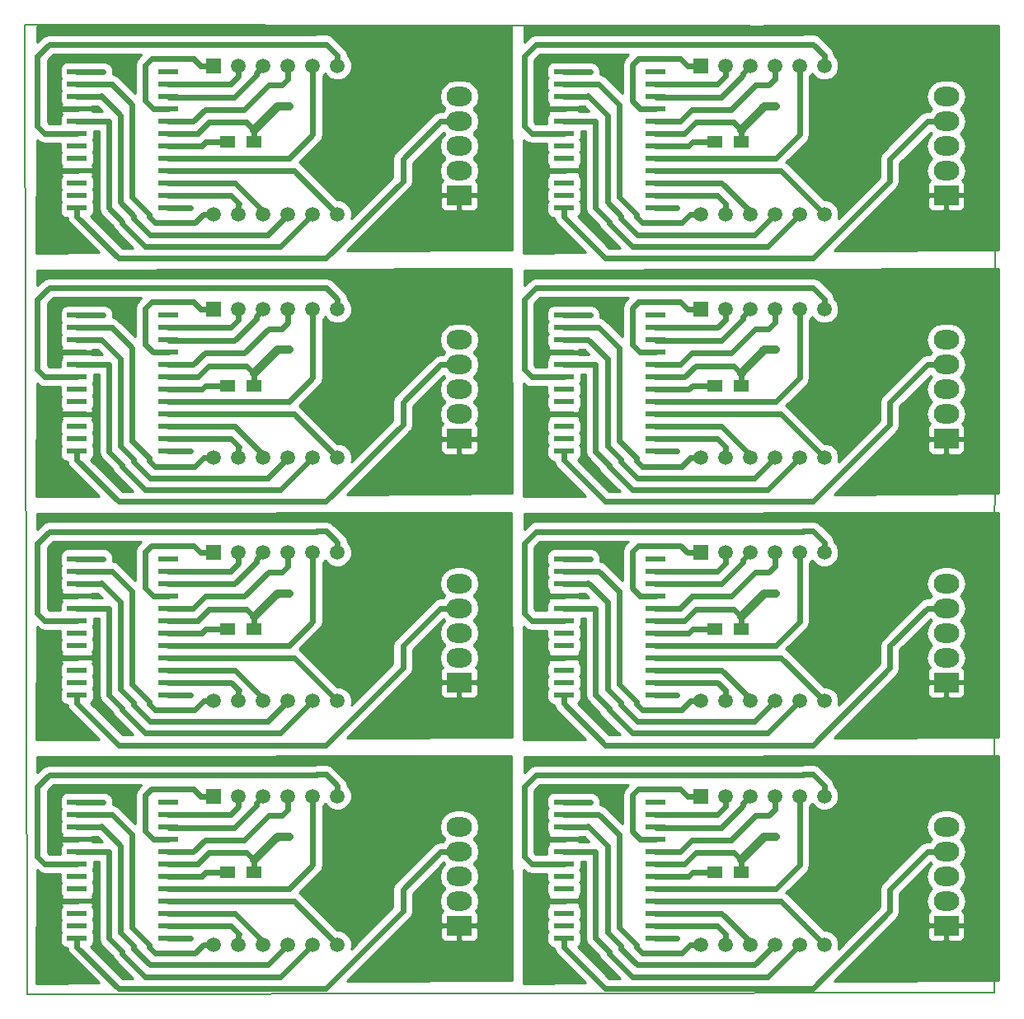
<source format=gbr>
G04 #@! TF.FileFunction,Copper,L1,Top,Signal*
%FSLAX46Y46*%
G04 Gerber Fmt 4.6, Leading zero omitted, Abs format (unit mm)*
G04 Created by KiCad (PCBNEW 4.0.7-e2-6376~58~ubuntu16.04.1) date Fri Feb 16 09:21:29 2018*
%MOMM*%
%LPD*%
G01*
G04 APERTURE LIST*
%ADD10C,0.100000*%
%ADD11C,0.150000*%
%ADD12R,1.500000X1.500000*%
%ADD13C,1.500000*%
%ADD14R,2.600000X2.000000*%
%ADD15O,2.600000X2.000000*%
%ADD16R,1.500000X1.300000*%
%ADD17R,2.000000X0.600000*%
%ADD18C,0.600000*%
%ADD19C,0.609600*%
%ADD20C,0.812800*%
%ADD21C,0.254000*%
G04 APERTURE END LIST*
D10*
D11*
X26695400Y-132054600D02*
X26441400Y-32486600D01*
X125958600Y-131876800D02*
X26695400Y-132054600D01*
X126060200Y-32689800D02*
X125958600Y-131876800D01*
X26441400Y-32486600D02*
X126060200Y-32689800D01*
D12*
X95821600Y-111728400D03*
D13*
X98361600Y-111728400D03*
X100901600Y-111728400D03*
X103441600Y-111728400D03*
X105981600Y-111728400D03*
X108521600Y-111728400D03*
X108521600Y-126968400D03*
X105981600Y-126968400D03*
X103441600Y-126968400D03*
X100901600Y-126968400D03*
X98361600Y-126968400D03*
X95821600Y-126968400D03*
D12*
X45821600Y-111728400D03*
D13*
X48361600Y-111728400D03*
X50901600Y-111728400D03*
X53441600Y-111728400D03*
X55981600Y-111728400D03*
X58521600Y-111728400D03*
X58521600Y-126968400D03*
X55981600Y-126968400D03*
X53441600Y-126968400D03*
X50901600Y-126968400D03*
X48361600Y-126968400D03*
X45821600Y-126968400D03*
D12*
X95821600Y-86728400D03*
D13*
X98361600Y-86728400D03*
X100901600Y-86728400D03*
X103441600Y-86728400D03*
X105981600Y-86728400D03*
X108521600Y-86728400D03*
X108521600Y-101968400D03*
X105981600Y-101968400D03*
X103441600Y-101968400D03*
X100901600Y-101968400D03*
X98361600Y-101968400D03*
X95821600Y-101968400D03*
D12*
X45821600Y-86728400D03*
D13*
X48361600Y-86728400D03*
X50901600Y-86728400D03*
X53441600Y-86728400D03*
X55981600Y-86728400D03*
X58521600Y-86728400D03*
X58521600Y-101968400D03*
X55981600Y-101968400D03*
X53441600Y-101968400D03*
X50901600Y-101968400D03*
X48361600Y-101968400D03*
X45821600Y-101968400D03*
D12*
X95821600Y-61728400D03*
D13*
X98361600Y-61728400D03*
X100901600Y-61728400D03*
X103441600Y-61728400D03*
X105981600Y-61728400D03*
X108521600Y-61728400D03*
X108521600Y-76968400D03*
X105981600Y-76968400D03*
X103441600Y-76968400D03*
X100901600Y-76968400D03*
X98361600Y-76968400D03*
X95821600Y-76968400D03*
D12*
X45821600Y-61728400D03*
D13*
X48361600Y-61728400D03*
X50901600Y-61728400D03*
X53441600Y-61728400D03*
X55981600Y-61728400D03*
X58521600Y-61728400D03*
X58521600Y-76968400D03*
X55981600Y-76968400D03*
X53441600Y-76968400D03*
X50901600Y-76968400D03*
X48361600Y-76968400D03*
X45821600Y-76968400D03*
D12*
X95821600Y-36728400D03*
D13*
X98361600Y-36728400D03*
X100901600Y-36728400D03*
X103441600Y-36728400D03*
X105981600Y-36728400D03*
X108521600Y-36728400D03*
X108521600Y-51968400D03*
X105981600Y-51968400D03*
X103441600Y-51968400D03*
X100901600Y-51968400D03*
X98361600Y-51968400D03*
X95821600Y-51968400D03*
D14*
X121018400Y-125038000D03*
D15*
X121018400Y-122498000D03*
X121018400Y-119958000D03*
X121018400Y-117418000D03*
X121018400Y-114878000D03*
D14*
X71018400Y-125038000D03*
D15*
X71018400Y-122498000D03*
X71018400Y-119958000D03*
X71018400Y-117418000D03*
X71018400Y-114878000D03*
D14*
X121018400Y-100038000D03*
D15*
X121018400Y-97498000D03*
X121018400Y-94958000D03*
X121018400Y-92418000D03*
X121018400Y-89878000D03*
D14*
X71018400Y-100038000D03*
D15*
X71018400Y-97498000D03*
X71018400Y-94958000D03*
X71018400Y-92418000D03*
X71018400Y-89878000D03*
D14*
X121018400Y-75038000D03*
D15*
X121018400Y-72498000D03*
X121018400Y-69958000D03*
X121018400Y-67418000D03*
X121018400Y-64878000D03*
D14*
X71018400Y-75038000D03*
D15*
X71018400Y-72498000D03*
X71018400Y-69958000D03*
X71018400Y-67418000D03*
X71018400Y-64878000D03*
D14*
X121018400Y-50038000D03*
D15*
X121018400Y-47498000D03*
X121018400Y-44958000D03*
X121018400Y-42418000D03*
X121018400Y-39878000D03*
D16*
X97265600Y-119577000D03*
X99965600Y-119577000D03*
X47265600Y-119577000D03*
X49965600Y-119577000D03*
X97265600Y-94577000D03*
X99965600Y-94577000D03*
X47265600Y-94577000D03*
X49965600Y-94577000D03*
X97265600Y-69577000D03*
X99965600Y-69577000D03*
X47265600Y-69577000D03*
X49965600Y-69577000D03*
X97265600Y-44577000D03*
X99965600Y-44577000D03*
D17*
X81774400Y-112339000D03*
X81774400Y-113609000D03*
X81774400Y-114879000D03*
X81774400Y-116149000D03*
X81774400Y-117419000D03*
X81774400Y-118689000D03*
X81774400Y-119959000D03*
X81774400Y-121229000D03*
X81774400Y-122499000D03*
X81774400Y-123769000D03*
X81774400Y-125039000D03*
X81774400Y-126309000D03*
X91174400Y-126309000D03*
X91174400Y-125039000D03*
X91174400Y-123769000D03*
X91174400Y-122499000D03*
X91174400Y-121229000D03*
X91174400Y-119959000D03*
X91174400Y-118689000D03*
X91174400Y-117419000D03*
X91174400Y-116149000D03*
X91174400Y-114879000D03*
X91174400Y-113609000D03*
X91174400Y-112339000D03*
X31774400Y-112339000D03*
X31774400Y-113609000D03*
X31774400Y-114879000D03*
X31774400Y-116149000D03*
X31774400Y-117419000D03*
X31774400Y-118689000D03*
X31774400Y-119959000D03*
X31774400Y-121229000D03*
X31774400Y-122499000D03*
X31774400Y-123769000D03*
X31774400Y-125039000D03*
X31774400Y-126309000D03*
X41174400Y-126309000D03*
X41174400Y-125039000D03*
X41174400Y-123769000D03*
X41174400Y-122499000D03*
X41174400Y-121229000D03*
X41174400Y-119959000D03*
X41174400Y-118689000D03*
X41174400Y-117419000D03*
X41174400Y-116149000D03*
X41174400Y-114879000D03*
X41174400Y-113609000D03*
X41174400Y-112339000D03*
X81774400Y-87339000D03*
X81774400Y-88609000D03*
X81774400Y-89879000D03*
X81774400Y-91149000D03*
X81774400Y-92419000D03*
X81774400Y-93689000D03*
X81774400Y-94959000D03*
X81774400Y-96229000D03*
X81774400Y-97499000D03*
X81774400Y-98769000D03*
X81774400Y-100039000D03*
X81774400Y-101309000D03*
X91174400Y-101309000D03*
X91174400Y-100039000D03*
X91174400Y-98769000D03*
X91174400Y-97499000D03*
X91174400Y-96229000D03*
X91174400Y-94959000D03*
X91174400Y-93689000D03*
X91174400Y-92419000D03*
X91174400Y-91149000D03*
X91174400Y-89879000D03*
X91174400Y-88609000D03*
X91174400Y-87339000D03*
X31774400Y-87339000D03*
X31774400Y-88609000D03*
X31774400Y-89879000D03*
X31774400Y-91149000D03*
X31774400Y-92419000D03*
X31774400Y-93689000D03*
X31774400Y-94959000D03*
X31774400Y-96229000D03*
X31774400Y-97499000D03*
X31774400Y-98769000D03*
X31774400Y-100039000D03*
X31774400Y-101309000D03*
X41174400Y-101309000D03*
X41174400Y-100039000D03*
X41174400Y-98769000D03*
X41174400Y-97499000D03*
X41174400Y-96229000D03*
X41174400Y-94959000D03*
X41174400Y-93689000D03*
X41174400Y-92419000D03*
X41174400Y-91149000D03*
X41174400Y-89879000D03*
X41174400Y-88609000D03*
X41174400Y-87339000D03*
X81774400Y-62339000D03*
X81774400Y-63609000D03*
X81774400Y-64879000D03*
X81774400Y-66149000D03*
X81774400Y-67419000D03*
X81774400Y-68689000D03*
X81774400Y-69959000D03*
X81774400Y-71229000D03*
X81774400Y-72499000D03*
X81774400Y-73769000D03*
X81774400Y-75039000D03*
X81774400Y-76309000D03*
X91174400Y-76309000D03*
X91174400Y-75039000D03*
X91174400Y-73769000D03*
X91174400Y-72499000D03*
X91174400Y-71229000D03*
X91174400Y-69959000D03*
X91174400Y-68689000D03*
X91174400Y-67419000D03*
X91174400Y-66149000D03*
X91174400Y-64879000D03*
X91174400Y-63609000D03*
X91174400Y-62339000D03*
X31774400Y-62339000D03*
X31774400Y-63609000D03*
X31774400Y-64879000D03*
X31774400Y-66149000D03*
X31774400Y-67419000D03*
X31774400Y-68689000D03*
X31774400Y-69959000D03*
X31774400Y-71229000D03*
X31774400Y-72499000D03*
X31774400Y-73769000D03*
X31774400Y-75039000D03*
X31774400Y-76309000D03*
X41174400Y-76309000D03*
X41174400Y-75039000D03*
X41174400Y-73769000D03*
X41174400Y-72499000D03*
X41174400Y-71229000D03*
X41174400Y-69959000D03*
X41174400Y-68689000D03*
X41174400Y-67419000D03*
X41174400Y-66149000D03*
X41174400Y-64879000D03*
X41174400Y-63609000D03*
X41174400Y-62339000D03*
X81774400Y-37339000D03*
X81774400Y-38609000D03*
X81774400Y-39879000D03*
X81774400Y-41149000D03*
X81774400Y-42419000D03*
X81774400Y-43689000D03*
X81774400Y-44959000D03*
X81774400Y-46229000D03*
X81774400Y-47499000D03*
X81774400Y-48769000D03*
X81774400Y-50039000D03*
X81774400Y-51309000D03*
X91174400Y-51309000D03*
X91174400Y-50039000D03*
X91174400Y-48769000D03*
X91174400Y-47499000D03*
X91174400Y-46229000D03*
X91174400Y-44959000D03*
X91174400Y-43689000D03*
X91174400Y-42419000D03*
X91174400Y-41149000D03*
X91174400Y-39879000D03*
X91174400Y-38609000D03*
X91174400Y-37339000D03*
D12*
X45821600Y-36728400D03*
D13*
X48361600Y-36728400D03*
X50901600Y-36728400D03*
X53441600Y-36728400D03*
X55981600Y-36728400D03*
X58521600Y-36728400D03*
X58521600Y-51968400D03*
X55981600Y-51968400D03*
X53441600Y-51968400D03*
X50901600Y-51968400D03*
X48361600Y-51968400D03*
X45821600Y-51968400D03*
D17*
X31774400Y-37339000D03*
X31774400Y-38609000D03*
X31774400Y-39879000D03*
X31774400Y-41149000D03*
X31774400Y-42419000D03*
X31774400Y-43689000D03*
X31774400Y-44959000D03*
X31774400Y-46229000D03*
X31774400Y-47499000D03*
X31774400Y-48769000D03*
X31774400Y-50039000D03*
X31774400Y-51309000D03*
X41174400Y-51309000D03*
X41174400Y-50039000D03*
X41174400Y-48769000D03*
X41174400Y-47499000D03*
X41174400Y-46229000D03*
X41174400Y-44959000D03*
X41174400Y-43689000D03*
X41174400Y-42419000D03*
X41174400Y-41149000D03*
X41174400Y-39879000D03*
X41174400Y-38609000D03*
X41174400Y-37339000D03*
D16*
X47265600Y-44577000D03*
X49965600Y-44577000D03*
D14*
X71018400Y-50038000D03*
D15*
X71018400Y-47498000D03*
X71018400Y-44958000D03*
X71018400Y-42418000D03*
X71018400Y-39878000D03*
D18*
X84466800Y-112339000D03*
X34466800Y-112339000D03*
X84466800Y-87339000D03*
X34466800Y-87339000D03*
X84466800Y-62339000D03*
X34466800Y-62339000D03*
X84466800Y-37339000D03*
X34466800Y-37339000D03*
X93383200Y-126308000D03*
X43383200Y-126308000D03*
X93383200Y-101308000D03*
X43383200Y-101308000D03*
X93383200Y-76308000D03*
X43383200Y-76308000D03*
X93383200Y-51308000D03*
X43383200Y-51308000D03*
X79211000Y-122499000D03*
X29211000Y-122499000D03*
X79211000Y-97499000D03*
X29211000Y-97499000D03*
X79211000Y-72499000D03*
X29211000Y-72499000D03*
X79211000Y-47499000D03*
X79259800Y-116149000D03*
X29259800Y-116149000D03*
X79259800Y-91149000D03*
X29259800Y-91149000D03*
X79259800Y-66149000D03*
X29259800Y-66149000D03*
X79259800Y-41149000D03*
X29259800Y-41149000D03*
X29211000Y-47499000D03*
X103568600Y-115894000D03*
X53568600Y-115894000D03*
X103568600Y-90894000D03*
X53568600Y-90894000D03*
X103568600Y-65894000D03*
X53568600Y-65894000D03*
X103568600Y-40894000D03*
X53568600Y-40894000D03*
D19*
X95821600Y-111728400D02*
X94462000Y-111728400D01*
X45821600Y-111728400D02*
X44462000Y-111728400D01*
X95821600Y-86728400D02*
X94462000Y-86728400D01*
X45821600Y-86728400D02*
X44462000Y-86728400D01*
X95821600Y-61728400D02*
X94462000Y-61728400D01*
X45821600Y-61728400D02*
X44462000Y-61728400D01*
X95821600Y-36728400D02*
X94462000Y-36728400D01*
X94462000Y-111728400D02*
X93725400Y-110991800D01*
X44462000Y-111728400D02*
X43725400Y-110991800D01*
X94462000Y-86728400D02*
X93725400Y-85991800D01*
X44462000Y-86728400D02*
X43725400Y-85991800D01*
X94462000Y-61728400D02*
X93725400Y-60991800D01*
X44462000Y-61728400D02*
X43725400Y-60991800D01*
X94462000Y-36728400D02*
X93725400Y-35991800D01*
X88785800Y-111626800D02*
X88785800Y-115335200D01*
X38785800Y-111626800D02*
X38785800Y-115335200D01*
X88785800Y-86626800D02*
X88785800Y-90335200D01*
X38785800Y-86626800D02*
X38785800Y-90335200D01*
X88785800Y-61626800D02*
X88785800Y-65335200D01*
X38785800Y-61626800D02*
X38785800Y-65335200D01*
X88785800Y-36626800D02*
X88785800Y-40335200D01*
X89604407Y-116153807D02*
X90738561Y-116153807D01*
X39604407Y-116153807D02*
X40738561Y-116153807D01*
X89604407Y-91153807D02*
X90738561Y-91153807D01*
X39604407Y-91153807D02*
X40738561Y-91153807D01*
X89604407Y-66153807D02*
X90738561Y-66153807D01*
X39604407Y-66153807D02*
X40738561Y-66153807D01*
X89604407Y-41153807D02*
X90738561Y-41153807D01*
X93725400Y-110991800D02*
X89420800Y-110991800D01*
X43725400Y-110991800D02*
X39420800Y-110991800D01*
X93725400Y-85991800D02*
X89420800Y-85991800D01*
X43725400Y-85991800D02*
X39420800Y-85991800D01*
X93725400Y-60991800D02*
X89420800Y-60991800D01*
X43725400Y-60991800D02*
X39420800Y-60991800D01*
X93725400Y-35991800D02*
X89420800Y-35991800D01*
X90738561Y-116153807D02*
X91174400Y-116153807D01*
X40738561Y-116153807D02*
X41174400Y-116153807D01*
X90738561Y-91153807D02*
X91174400Y-91153807D01*
X40738561Y-91153807D02*
X41174400Y-91153807D01*
X90738561Y-66153807D02*
X91174400Y-66153807D01*
X40738561Y-66153807D02*
X41174400Y-66153807D01*
X90738561Y-41153807D02*
X91174400Y-41153807D01*
X88785800Y-115335200D02*
X89604407Y-116153807D01*
X38785800Y-115335200D02*
X39604407Y-116153807D01*
X88785800Y-90335200D02*
X89604407Y-91153807D01*
X38785800Y-90335200D02*
X39604407Y-91153807D01*
X88785800Y-65335200D02*
X89604407Y-66153807D01*
X38785800Y-65335200D02*
X39604407Y-66153807D01*
X88785800Y-40335200D02*
X89604407Y-41153807D01*
X89420800Y-110991800D02*
X88785800Y-111626800D01*
X39420800Y-110991800D02*
X38785800Y-111626800D01*
X89420800Y-85991800D02*
X88785800Y-86626800D01*
X39420800Y-85991800D02*
X38785800Y-86626800D01*
X89420800Y-60991800D02*
X88785800Y-61626800D01*
X39420800Y-60991800D02*
X38785800Y-61626800D01*
X89420800Y-35991800D02*
X88785800Y-36626800D01*
X40738561Y-41153807D02*
X41174400Y-41153807D01*
X38785800Y-40335200D02*
X39604407Y-41153807D01*
X43725400Y-35991800D02*
X39420800Y-35991800D01*
X39604407Y-41153807D02*
X40738561Y-41153807D01*
X38785800Y-36626800D02*
X38785800Y-40335200D01*
X39420800Y-35991800D02*
X38785800Y-36626800D01*
X45821600Y-36728400D02*
X44462000Y-36728400D01*
X44462000Y-36728400D02*
X43725400Y-35991800D01*
X97541660Y-113609000D02*
X92784000Y-113609000D01*
X47541660Y-113609000D02*
X42784000Y-113609000D01*
X97541660Y-88609000D02*
X92784000Y-88609000D01*
X47541660Y-88609000D02*
X42784000Y-88609000D01*
X97541660Y-63609000D02*
X92784000Y-63609000D01*
X47541660Y-63609000D02*
X42784000Y-63609000D01*
X97541660Y-38609000D02*
X92784000Y-38609000D01*
X98361600Y-111728400D02*
X98361600Y-112789060D01*
X48361600Y-111728400D02*
X48361600Y-112789060D01*
X98361600Y-86728400D02*
X98361600Y-87789060D01*
X48361600Y-86728400D02*
X48361600Y-87789060D01*
X98361600Y-61728400D02*
X98361600Y-62789060D01*
X48361600Y-61728400D02*
X48361600Y-62789060D01*
X98361600Y-36728400D02*
X98361600Y-37789060D01*
X98361600Y-112789060D02*
X97541660Y-113609000D01*
X48361600Y-112789060D02*
X47541660Y-113609000D01*
X98361600Y-87789060D02*
X97541660Y-88609000D01*
X48361600Y-87789060D02*
X47541660Y-88609000D01*
X98361600Y-62789060D02*
X97541660Y-63609000D01*
X48361600Y-62789060D02*
X47541660Y-63609000D01*
X98361600Y-37789060D02*
X97541660Y-38609000D01*
X92784000Y-113609000D02*
X91174400Y-113609000D01*
X42784000Y-113609000D02*
X41174400Y-113609000D01*
X92784000Y-88609000D02*
X91174400Y-88609000D01*
X42784000Y-88609000D02*
X41174400Y-88609000D01*
X92784000Y-63609000D02*
X91174400Y-63609000D01*
X42784000Y-63609000D02*
X41174400Y-63609000D01*
X92784000Y-38609000D02*
X91174400Y-38609000D01*
X42784000Y-38609000D02*
X41174400Y-38609000D01*
X48361600Y-37789060D02*
X47541660Y-38609000D01*
X48361600Y-36728400D02*
X48361600Y-37789060D01*
X47541660Y-38609000D02*
X42784000Y-38609000D01*
X100151601Y-112709705D02*
X97917107Y-114944199D01*
X50151601Y-112709705D02*
X47917107Y-114944199D01*
X100151601Y-87709705D02*
X97917107Y-89944199D01*
X50151601Y-87709705D02*
X47917107Y-89944199D01*
X100151601Y-62709705D02*
X97917107Y-64944199D01*
X50151601Y-62709705D02*
X47917107Y-64944199D01*
X100151601Y-37709705D02*
X97917107Y-39944199D01*
X97917107Y-114944199D02*
X91239599Y-114944199D01*
X47917107Y-114944199D02*
X41239599Y-114944199D01*
X97917107Y-89944199D02*
X91239599Y-89944199D01*
X47917107Y-89944199D02*
X41239599Y-89944199D01*
X97917107Y-64944199D02*
X91239599Y-64944199D01*
X47917107Y-64944199D02*
X41239599Y-64944199D01*
X97917107Y-39944199D02*
X91239599Y-39944199D01*
X100901600Y-111728400D02*
X100151601Y-112478399D01*
X50901600Y-111728400D02*
X50151601Y-112478399D01*
X100901600Y-86728400D02*
X100151601Y-87478399D01*
X50901600Y-86728400D02*
X50151601Y-87478399D01*
X100901600Y-61728400D02*
X100151601Y-62478399D01*
X50901600Y-61728400D02*
X50151601Y-62478399D01*
X100901600Y-36728400D02*
X100151601Y-37478399D01*
X100151601Y-112478399D02*
X100151601Y-112709705D01*
X50151601Y-112478399D02*
X50151601Y-112709705D01*
X100151601Y-87478399D02*
X100151601Y-87709705D01*
X50151601Y-87478399D02*
X50151601Y-87709705D01*
X100151601Y-62478399D02*
X100151601Y-62709705D01*
X50151601Y-62478399D02*
X50151601Y-62709705D01*
X100151601Y-37478399D02*
X100151601Y-37709705D01*
X91239599Y-114944199D02*
X91174400Y-114879000D01*
X41239599Y-114944199D02*
X41174400Y-114879000D01*
X91239599Y-89944199D02*
X91174400Y-89879000D01*
X41239599Y-89944199D02*
X41174400Y-89879000D01*
X91239599Y-64944199D02*
X91174400Y-64879000D01*
X41239599Y-64944199D02*
X41174400Y-64879000D01*
X91239599Y-39944199D02*
X91174400Y-39879000D01*
X41239599Y-39944199D02*
X41174400Y-39879000D01*
X50151601Y-37709705D02*
X47917107Y-39944199D01*
X50151601Y-37478399D02*
X50151601Y-37709705D01*
X50901600Y-36728400D02*
X50151601Y-37478399D01*
X47917107Y-39944199D02*
X41239599Y-39944199D01*
X91174400Y-117419000D02*
X93712400Y-117419000D01*
X41174400Y-117419000D02*
X43712400Y-117419000D01*
X91174400Y-92419000D02*
X93712400Y-92419000D01*
X41174400Y-92419000D02*
X43712400Y-92419000D01*
X91174400Y-67419000D02*
X93712400Y-67419000D01*
X41174400Y-67419000D02*
X43712400Y-67419000D01*
X91174400Y-42419000D02*
X93712400Y-42419000D01*
X93712400Y-117419000D02*
X94907200Y-116224200D01*
X43712400Y-117419000D02*
X44907200Y-116224200D01*
X93712400Y-92419000D02*
X94907200Y-91224200D01*
X43712400Y-92419000D02*
X44907200Y-91224200D01*
X93712400Y-67419000D02*
X94907200Y-66224200D01*
X43712400Y-67419000D02*
X44907200Y-66224200D01*
X93712400Y-42419000D02*
X94907200Y-41224200D01*
X98945800Y-116224200D02*
X101435000Y-113735000D01*
X48945800Y-116224200D02*
X51435000Y-113735000D01*
X98945800Y-91224200D02*
X101435000Y-88735000D01*
X48945800Y-91224200D02*
X51435000Y-88735000D01*
X98945800Y-66224200D02*
X101435000Y-63735000D01*
X48945800Y-66224200D02*
X51435000Y-63735000D01*
X98945800Y-41224200D02*
X101435000Y-38735000D01*
X94907200Y-116224200D02*
X98945800Y-116224200D01*
X44907200Y-116224200D02*
X48945800Y-116224200D01*
X94907200Y-91224200D02*
X98945800Y-91224200D01*
X44907200Y-91224200D02*
X48945800Y-91224200D01*
X94907200Y-66224200D02*
X98945800Y-66224200D01*
X44907200Y-66224200D02*
X48945800Y-66224200D01*
X94907200Y-41224200D02*
X98945800Y-41224200D01*
X103441600Y-113100000D02*
X103441600Y-111728400D01*
X53441600Y-113100000D02*
X53441600Y-111728400D01*
X103441600Y-88100000D02*
X103441600Y-86728400D01*
X53441600Y-88100000D02*
X53441600Y-86728400D01*
X103441600Y-63100000D02*
X103441600Y-61728400D01*
X53441600Y-63100000D02*
X53441600Y-61728400D01*
X103441600Y-38100000D02*
X103441600Y-36728400D01*
X102806600Y-113735000D02*
X103441600Y-113100000D01*
X52806600Y-113735000D02*
X53441600Y-113100000D01*
X102806600Y-88735000D02*
X103441600Y-88100000D01*
X52806600Y-88735000D02*
X53441600Y-88100000D01*
X102806600Y-63735000D02*
X103441600Y-63100000D01*
X52806600Y-63735000D02*
X53441600Y-63100000D01*
X102806600Y-38735000D02*
X103441600Y-38100000D01*
X101435000Y-113735000D02*
X102806600Y-113735000D01*
X51435000Y-113735000D02*
X52806600Y-113735000D01*
X101435000Y-88735000D02*
X102806600Y-88735000D01*
X51435000Y-88735000D02*
X52806600Y-88735000D01*
X101435000Y-63735000D02*
X102806600Y-63735000D01*
X51435000Y-63735000D02*
X52806600Y-63735000D01*
X101435000Y-38735000D02*
X102806600Y-38735000D01*
X44907200Y-41224200D02*
X48945800Y-41224200D01*
X53441600Y-38100000D02*
X53441600Y-36728400D01*
X48945800Y-41224200D02*
X51435000Y-38735000D01*
X52806600Y-38735000D02*
X53441600Y-38100000D01*
X51435000Y-38735000D02*
X52806600Y-38735000D01*
X41174400Y-42419000D02*
X43712400Y-42419000D01*
X43712400Y-42419000D02*
X44907200Y-41224200D01*
X103542200Y-121229000D02*
X91174400Y-121229000D01*
X53542200Y-121229000D02*
X41174400Y-121229000D01*
X103542200Y-96229000D02*
X91174400Y-96229000D01*
X53542200Y-96229000D02*
X41174400Y-96229000D01*
X103542200Y-71229000D02*
X91174400Y-71229000D01*
X53542200Y-71229000D02*
X41174400Y-71229000D01*
X103542200Y-46229000D02*
X91174400Y-46229000D01*
X105981600Y-118789600D02*
X103542200Y-121229000D01*
X55981600Y-118789600D02*
X53542200Y-121229000D01*
X105981600Y-93789600D02*
X103542200Y-96229000D01*
X55981600Y-93789600D02*
X53542200Y-96229000D01*
X105981600Y-68789600D02*
X103542200Y-71229000D01*
X55981600Y-68789600D02*
X53542200Y-71229000D01*
X105981600Y-43789600D02*
X103542200Y-46229000D01*
X105981600Y-111728400D02*
X105981600Y-118789600D01*
X55981600Y-111728400D02*
X55981600Y-118789600D01*
X105981600Y-86728400D02*
X105981600Y-93789600D01*
X55981600Y-86728400D02*
X55981600Y-93789600D01*
X105981600Y-61728400D02*
X105981600Y-68789600D01*
X55981600Y-61728400D02*
X55981600Y-68789600D01*
X105981600Y-36728400D02*
X105981600Y-43789600D01*
X55981600Y-36728400D02*
X55981600Y-43789600D01*
X55981600Y-43789600D02*
X53542200Y-46229000D01*
X53542200Y-46229000D02*
X41174400Y-46229000D01*
X104052200Y-122499000D02*
X91174400Y-122499000D01*
X54052200Y-122499000D02*
X41174400Y-122499000D01*
X104052200Y-97499000D02*
X91174400Y-97499000D01*
X54052200Y-97499000D02*
X41174400Y-97499000D01*
X104052200Y-72499000D02*
X91174400Y-72499000D01*
X54052200Y-72499000D02*
X41174400Y-72499000D01*
X104052200Y-47499000D02*
X91174400Y-47499000D01*
X108521600Y-126968400D02*
X104052200Y-122499000D01*
X58521600Y-126968400D02*
X54052200Y-122499000D01*
X108521600Y-101968400D02*
X104052200Y-97499000D01*
X58521600Y-101968400D02*
X54052200Y-97499000D01*
X108521600Y-76968400D02*
X104052200Y-72499000D01*
X58521600Y-76968400D02*
X54052200Y-72499000D01*
X108521600Y-51968400D02*
X104052200Y-47499000D01*
X58521600Y-51968400D02*
X54052200Y-47499000D01*
X54052200Y-47499000D02*
X41174400Y-47499000D01*
X100901600Y-126686294D02*
X97984306Y-123769000D01*
X50901600Y-126686294D02*
X47984306Y-123769000D01*
X100901600Y-101686294D02*
X97984306Y-98769000D01*
X50901600Y-101686294D02*
X47984306Y-98769000D01*
X100901600Y-76686294D02*
X97984306Y-73769000D01*
X50901600Y-76686294D02*
X47984306Y-73769000D01*
X100901600Y-51686294D02*
X97984306Y-48769000D01*
X100901600Y-126968400D02*
X100901600Y-126686294D01*
X50901600Y-126968400D02*
X50901600Y-126686294D01*
X100901600Y-101968400D02*
X100901600Y-101686294D01*
X50901600Y-101968400D02*
X50901600Y-101686294D01*
X100901600Y-76968400D02*
X100901600Y-76686294D01*
X50901600Y-76968400D02*
X50901600Y-76686294D01*
X100901600Y-51968400D02*
X100901600Y-51686294D01*
X92784000Y-123769000D02*
X91174400Y-123769000D01*
X42784000Y-123769000D02*
X41174400Y-123769000D01*
X92784000Y-98769000D02*
X91174400Y-98769000D01*
X42784000Y-98769000D02*
X41174400Y-98769000D01*
X92784000Y-73769000D02*
X91174400Y-73769000D01*
X42784000Y-73769000D02*
X41174400Y-73769000D01*
X92784000Y-48769000D02*
X91174400Y-48769000D01*
X97984306Y-123769000D02*
X92784000Y-123769000D01*
X47984306Y-123769000D02*
X42784000Y-123769000D01*
X97984306Y-98769000D02*
X92784000Y-98769000D01*
X47984306Y-98769000D02*
X42784000Y-98769000D01*
X97984306Y-73769000D02*
X92784000Y-73769000D01*
X47984306Y-73769000D02*
X42784000Y-73769000D01*
X97984306Y-48769000D02*
X92784000Y-48769000D01*
X42784000Y-48769000D02*
X41174400Y-48769000D01*
X50901600Y-51968400D02*
X50901600Y-51686294D01*
X50901600Y-51686294D02*
X47984306Y-48769000D01*
X47984306Y-48769000D02*
X42784000Y-48769000D01*
X98361600Y-126968400D02*
X98361600Y-125907740D01*
X48361600Y-126968400D02*
X48361600Y-125907740D01*
X98361600Y-101968400D02*
X98361600Y-100907740D01*
X48361600Y-101968400D02*
X48361600Y-100907740D01*
X98361600Y-76968400D02*
X98361600Y-75907740D01*
X48361600Y-76968400D02*
X48361600Y-75907740D01*
X98361600Y-51968400D02*
X98361600Y-50907740D01*
X98387000Y-125882340D02*
X97543660Y-125039000D01*
X48387000Y-125882340D02*
X47543660Y-125039000D01*
X98387000Y-100882340D02*
X97543660Y-100039000D01*
X48387000Y-100882340D02*
X47543660Y-100039000D01*
X98387000Y-75882340D02*
X97543660Y-75039000D01*
X48387000Y-75882340D02*
X47543660Y-75039000D01*
X98387000Y-50882340D02*
X97543660Y-50039000D01*
X97543660Y-125039000D02*
X91174400Y-125039000D01*
X47543660Y-125039000D02*
X41174400Y-125039000D01*
X97543660Y-100039000D02*
X91174400Y-100039000D01*
X47543660Y-100039000D02*
X41174400Y-100039000D01*
X97543660Y-75039000D02*
X91174400Y-75039000D01*
X47543660Y-75039000D02*
X41174400Y-75039000D01*
X97543660Y-50039000D02*
X91174400Y-50039000D01*
X98361600Y-125907740D02*
X98387000Y-125882340D01*
X48361600Y-125907740D02*
X48387000Y-125882340D01*
X98361600Y-100907740D02*
X98387000Y-100882340D01*
X48361600Y-100907740D02*
X48387000Y-100882340D01*
X98361600Y-75907740D02*
X98387000Y-75882340D01*
X48361600Y-75907740D02*
X48387000Y-75882340D01*
X98361600Y-50907740D02*
X98387000Y-50882340D01*
X48361600Y-50907740D02*
X48387000Y-50882340D01*
X48361600Y-51968400D02*
X48361600Y-50907740D01*
X47543660Y-50039000D02*
X41174400Y-50039000D01*
X48387000Y-50882340D02*
X47543660Y-50039000D01*
X81774400Y-112339000D02*
X84466800Y-112339000D01*
X31774400Y-112339000D02*
X34466800Y-112339000D01*
X81774400Y-87339000D02*
X84466800Y-87339000D01*
X31774400Y-87339000D02*
X34466800Y-87339000D01*
X81774400Y-62339000D02*
X84466800Y-62339000D01*
X31774400Y-62339000D02*
X34466800Y-62339000D01*
X81774400Y-37339000D02*
X84466800Y-37339000D01*
X31774400Y-37339000D02*
X34466800Y-37339000D01*
X91174400Y-126309000D02*
X92784000Y-126309000D01*
X41174400Y-126309000D02*
X42784000Y-126309000D01*
X91174400Y-101309000D02*
X92784000Y-101309000D01*
X41174400Y-101309000D02*
X42784000Y-101309000D01*
X91174400Y-76309000D02*
X92784000Y-76309000D01*
X41174400Y-76309000D02*
X42784000Y-76309000D01*
X91174400Y-51309000D02*
X92784000Y-51309000D01*
X92785000Y-126308000D02*
X93383200Y-126308000D01*
X42785000Y-126308000D02*
X43383200Y-126308000D01*
X92785000Y-101308000D02*
X93383200Y-101308000D01*
X42785000Y-101308000D02*
X43383200Y-101308000D01*
X92785000Y-76308000D02*
X93383200Y-76308000D01*
X42785000Y-76308000D02*
X43383200Y-76308000D01*
X92785000Y-51308000D02*
X93383200Y-51308000D01*
X92784000Y-126309000D02*
X92785000Y-126308000D01*
X42784000Y-126309000D02*
X42785000Y-126308000D01*
X92784000Y-101309000D02*
X92785000Y-101308000D01*
X42784000Y-101309000D02*
X42785000Y-101308000D01*
X92784000Y-76309000D02*
X92785000Y-76308000D01*
X42784000Y-76309000D02*
X42785000Y-76308000D01*
X92784000Y-51309000D02*
X92785000Y-51308000D01*
X42784000Y-51309000D02*
X42785000Y-51308000D01*
X42785000Y-51308000D02*
X43383200Y-51308000D01*
X41174400Y-51309000D02*
X42784000Y-51309000D01*
X81774400Y-127218600D02*
X86042030Y-131486230D01*
X31774400Y-127218600D02*
X36042030Y-131486230D01*
X81774400Y-102218600D02*
X86042030Y-106486230D01*
X31774400Y-102218600D02*
X36042030Y-106486230D01*
X81774400Y-77218600D02*
X86042030Y-81486230D01*
X31774400Y-77218600D02*
X36042030Y-81486230D01*
X81774400Y-52218600D02*
X86042030Y-56486230D01*
X115227200Y-123564800D02*
X115227200Y-121299600D01*
X65227200Y-123564800D02*
X65227200Y-121299600D01*
X115227200Y-98564800D02*
X115227200Y-96299600D01*
X65227200Y-98564800D02*
X65227200Y-96299600D01*
X115227200Y-73564800D02*
X115227200Y-71299600D01*
X65227200Y-73564800D02*
X65227200Y-71299600D01*
X115227200Y-48564800D02*
X115227200Y-46299600D01*
X119108800Y-117418000D02*
X121018400Y-117418000D01*
X69108800Y-117418000D02*
X71018400Y-117418000D01*
X119108800Y-92418000D02*
X121018400Y-92418000D01*
X69108800Y-92418000D02*
X71018400Y-92418000D01*
X119108800Y-67418000D02*
X121018400Y-67418000D01*
X69108800Y-67418000D02*
X71018400Y-67418000D01*
X119108800Y-42418000D02*
X121018400Y-42418000D01*
X115227200Y-121299600D02*
X119108800Y-117418000D01*
X65227200Y-121299600D02*
X69108800Y-117418000D01*
X115227200Y-96299600D02*
X119108800Y-92418000D01*
X65227200Y-96299600D02*
X69108800Y-92418000D01*
X115227200Y-71299600D02*
X119108800Y-67418000D01*
X65227200Y-71299600D02*
X69108800Y-67418000D01*
X115227200Y-46299600D02*
X119108800Y-42418000D01*
X107305770Y-131486230D02*
X115227200Y-123564800D01*
X57305770Y-131486230D02*
X65227200Y-123564800D01*
X107305770Y-106486230D02*
X115227200Y-98564800D01*
X57305770Y-106486230D02*
X65227200Y-98564800D01*
X107305770Y-81486230D02*
X115227200Y-73564800D01*
X57305770Y-81486230D02*
X65227200Y-73564800D01*
X107305770Y-56486230D02*
X115227200Y-48564800D01*
X86042030Y-131486230D02*
X107305770Y-131486230D01*
X36042030Y-131486230D02*
X57305770Y-131486230D01*
X86042030Y-106486230D02*
X107305770Y-106486230D01*
X36042030Y-106486230D02*
X57305770Y-106486230D01*
X86042030Y-81486230D02*
X107305770Y-81486230D01*
X36042030Y-81486230D02*
X57305770Y-81486230D01*
X86042030Y-56486230D02*
X107305770Y-56486230D01*
X81774400Y-126309000D02*
X81774400Y-127218600D01*
X31774400Y-126309000D02*
X31774400Y-127218600D01*
X81774400Y-101309000D02*
X81774400Y-102218600D01*
X31774400Y-101309000D02*
X31774400Y-102218600D01*
X81774400Y-76309000D02*
X81774400Y-77218600D01*
X31774400Y-76309000D02*
X31774400Y-77218600D01*
X81774400Y-51309000D02*
X81774400Y-52218600D01*
X36042030Y-56486230D02*
X57305770Y-56486230D01*
X31774400Y-51309000D02*
X31774400Y-52218600D01*
X31774400Y-52218600D02*
X36042030Y-56486230D01*
X69108800Y-42418000D02*
X71018400Y-42418000D01*
X57305770Y-56486230D02*
X65227200Y-48564800D01*
X65227200Y-48564800D02*
X65227200Y-46299600D01*
X65227200Y-46299600D02*
X69108800Y-42418000D01*
X95821600Y-126968400D02*
X94760940Y-126968400D01*
X45821600Y-126968400D02*
X44760940Y-126968400D01*
X95821600Y-101968400D02*
X94760940Y-101968400D01*
X45821600Y-101968400D02*
X44760940Y-101968400D01*
X95821600Y-76968400D02*
X94760940Y-76968400D01*
X45821600Y-76968400D02*
X44760940Y-76968400D01*
X95821600Y-51968400D02*
X94760940Y-51968400D01*
X94760940Y-126968400D02*
X93871940Y-127857400D01*
X44760940Y-126968400D02*
X43871940Y-127857400D01*
X94760940Y-101968400D02*
X93871940Y-102857400D01*
X44760940Y-101968400D02*
X43871940Y-102857400D01*
X94760940Y-76968400D02*
X93871940Y-77857400D01*
X44760940Y-76968400D02*
X43871940Y-77857400D01*
X94760940Y-51968400D02*
X93871940Y-52857400D01*
X89794158Y-127857400D02*
X89209958Y-127273200D01*
X39794158Y-127857400D02*
X39209958Y-127273200D01*
X89794158Y-102857400D02*
X89209958Y-102273200D01*
X39794158Y-102857400D02*
X39209958Y-102273200D01*
X89794158Y-77857400D02*
X89209958Y-77273200D01*
X39794158Y-77857400D02*
X39209958Y-77273200D01*
X89794158Y-52857400D02*
X89209958Y-52273200D01*
X93871940Y-127857400D02*
X89794158Y-127857400D01*
X43871940Y-127857400D02*
X39794158Y-127857400D01*
X93871940Y-102857400D02*
X89794158Y-102857400D01*
X43871940Y-102857400D02*
X39794158Y-102857400D01*
X93871940Y-77857400D02*
X89794158Y-77857400D01*
X43871940Y-77857400D02*
X39794158Y-77857400D01*
X93871940Y-52857400D02*
X89794158Y-52857400D01*
X89209958Y-127002712D02*
X87445820Y-125238574D01*
X39209958Y-127002712D02*
X37445820Y-125238574D01*
X89209958Y-102002712D02*
X87445820Y-100238574D01*
X39209958Y-102002712D02*
X37445820Y-100238574D01*
X89209958Y-77002712D02*
X87445820Y-75238574D01*
X39209958Y-77002712D02*
X37445820Y-75238574D01*
X89209958Y-52002712D02*
X87445820Y-50238574D01*
X89209958Y-127273200D02*
X89209958Y-127002712D01*
X39209958Y-127273200D02*
X39209958Y-127002712D01*
X89209958Y-102273200D02*
X89209958Y-102002712D01*
X39209958Y-102273200D02*
X39209958Y-102002712D01*
X89209958Y-77273200D02*
X89209958Y-77002712D01*
X39209958Y-77273200D02*
X39209958Y-77002712D01*
X89209958Y-52273200D02*
X89209958Y-52002712D01*
X87445820Y-125238574D02*
X87445820Y-115697020D01*
X37445820Y-125238574D02*
X37445820Y-115697020D01*
X87445820Y-100238574D02*
X87445820Y-90697020D01*
X37445820Y-100238574D02*
X37445820Y-90697020D01*
X87445820Y-75238574D02*
X87445820Y-65697020D01*
X37445820Y-75238574D02*
X37445820Y-65697020D01*
X87445820Y-50238574D02*
X87445820Y-40697020D01*
X85357800Y-113609000D02*
X83384000Y-113609000D01*
X35357800Y-113609000D02*
X33384000Y-113609000D01*
X85357800Y-88609000D02*
X83384000Y-88609000D01*
X35357800Y-88609000D02*
X33384000Y-88609000D01*
X85357800Y-63609000D02*
X83384000Y-63609000D01*
X35357800Y-63609000D02*
X33384000Y-63609000D01*
X85357800Y-38609000D02*
X83384000Y-38609000D01*
X87445820Y-115697020D02*
X85357800Y-113609000D01*
X37445820Y-115697020D02*
X35357800Y-113609000D01*
X87445820Y-90697020D02*
X85357800Y-88609000D01*
X37445820Y-90697020D02*
X35357800Y-88609000D01*
X87445820Y-65697020D02*
X85357800Y-63609000D01*
X37445820Y-65697020D02*
X35357800Y-63609000D01*
X87445820Y-40697020D02*
X85357800Y-38609000D01*
X83384000Y-113609000D02*
X81774400Y-113609000D01*
X33384000Y-113609000D02*
X31774400Y-113609000D01*
X83384000Y-88609000D02*
X81774400Y-88609000D01*
X33384000Y-88609000D02*
X31774400Y-88609000D01*
X83384000Y-63609000D02*
X81774400Y-63609000D01*
X33384000Y-63609000D02*
X31774400Y-63609000D01*
X83384000Y-38609000D02*
X81774400Y-38609000D01*
X39209958Y-52002712D02*
X37445820Y-50238574D01*
X33384000Y-38609000D02*
X31774400Y-38609000D01*
X35357800Y-38609000D02*
X33384000Y-38609000D01*
X37445820Y-40697020D02*
X35357800Y-38609000D01*
X39209958Y-52273200D02*
X39209958Y-52002712D01*
X37445820Y-50238574D02*
X37445820Y-40697020D01*
X43871940Y-52857400D02*
X39794158Y-52857400D01*
X39794158Y-52857400D02*
X39209958Y-52273200D01*
X44760940Y-51968400D02*
X43871940Y-52857400D01*
X45821600Y-51968400D02*
X44760940Y-51968400D01*
X101342990Y-129067010D02*
X89293122Y-129067010D01*
X51342990Y-129067010D02*
X39293122Y-129067010D01*
X101342990Y-104067010D02*
X89293122Y-104067010D01*
X51342990Y-104067010D02*
X39293122Y-104067010D01*
X101342990Y-79067010D02*
X89293122Y-79067010D01*
X51342990Y-79067010D02*
X39293122Y-79067010D01*
X101342990Y-54067010D02*
X89293122Y-54067010D01*
X103441600Y-126968400D02*
X101342990Y-129067010D01*
X53441600Y-126968400D02*
X51342990Y-129067010D01*
X103441600Y-101968400D02*
X101342990Y-104067010D01*
X53441600Y-101968400D02*
X51342990Y-104067010D01*
X103441600Y-76968400D02*
X101342990Y-79067010D01*
X53441600Y-76968400D02*
X51342990Y-79067010D01*
X103441600Y-51968400D02*
X101342990Y-54067010D01*
X89293122Y-129067010D02*
X87617400Y-127391288D01*
X39293122Y-129067010D02*
X37617400Y-127391288D01*
X89293122Y-104067010D02*
X87617400Y-102391288D01*
X39293122Y-104067010D02*
X37617400Y-102391288D01*
X89293122Y-79067010D02*
X87617400Y-77391288D01*
X39293122Y-79067010D02*
X37617400Y-77391288D01*
X89293122Y-54067010D02*
X87617400Y-52391288D01*
X86236210Y-125739610D02*
X86236210Y-116817990D01*
X36236210Y-125739610D02*
X36236210Y-116817990D01*
X86236210Y-100739610D02*
X86236210Y-91817990D01*
X36236210Y-100739610D02*
X36236210Y-91817990D01*
X86236210Y-75739610D02*
X86236210Y-66817990D01*
X36236210Y-75739610D02*
X36236210Y-66817990D01*
X86236210Y-50739610D02*
X86236210Y-41817990D01*
X86236210Y-116817990D02*
X84236830Y-114818610D01*
X36236210Y-116817990D02*
X34236830Y-114818610D01*
X86236210Y-91817990D02*
X84236830Y-89818610D01*
X36236210Y-91817990D02*
X34236830Y-89818610D01*
X86236210Y-66817990D02*
X84236830Y-64818610D01*
X36236210Y-66817990D02*
X34236830Y-64818610D01*
X86236210Y-41817990D02*
X84236830Y-39818610D01*
X87617400Y-127120800D02*
X86236210Y-125739610D01*
X37617400Y-127120800D02*
X36236210Y-125739610D01*
X87617400Y-102120800D02*
X86236210Y-100739610D01*
X37617400Y-102120800D02*
X36236210Y-100739610D01*
X87617400Y-77120800D02*
X86236210Y-75739610D01*
X37617400Y-77120800D02*
X36236210Y-75739610D01*
X87617400Y-52120800D02*
X86236210Y-50739610D01*
X87617400Y-127391288D02*
X87617400Y-127120800D01*
X37617400Y-127391288D02*
X37617400Y-127120800D01*
X87617400Y-102391288D02*
X87617400Y-102120800D01*
X37617400Y-102391288D02*
X37617400Y-102120800D01*
X87617400Y-77391288D02*
X87617400Y-77120800D01*
X37617400Y-77391288D02*
X37617400Y-77120800D01*
X87617400Y-52391288D02*
X87617400Y-52120800D01*
X84236830Y-114818610D02*
X84176440Y-114879000D01*
X34236830Y-114818610D02*
X34176440Y-114879000D01*
X84236830Y-89818610D02*
X84176440Y-89879000D01*
X34236830Y-89818610D02*
X34176440Y-89879000D01*
X84236830Y-64818610D02*
X84176440Y-64879000D01*
X34236830Y-64818610D02*
X34176440Y-64879000D01*
X84236830Y-39818610D02*
X84176440Y-39879000D01*
X84176440Y-114879000D02*
X81774400Y-114879000D01*
X34176440Y-114879000D02*
X31774400Y-114879000D01*
X84176440Y-89879000D02*
X81774400Y-89879000D01*
X34176440Y-89879000D02*
X31774400Y-89879000D01*
X84176440Y-64879000D02*
X81774400Y-64879000D01*
X34176440Y-64879000D02*
X31774400Y-64879000D01*
X84176440Y-39879000D02*
X81774400Y-39879000D01*
X36236210Y-50739610D02*
X36236210Y-41817990D01*
X34236830Y-39818610D02*
X34176440Y-39879000D01*
X34176440Y-39879000D02*
X31774400Y-39879000D01*
X36236210Y-41817990D02*
X34236830Y-39818610D01*
X37617400Y-52120800D02*
X36236210Y-50739610D01*
X37617400Y-52391288D02*
X37617400Y-52120800D01*
X39293122Y-54067010D02*
X37617400Y-52391288D01*
X51342990Y-54067010D02*
X39293122Y-54067010D01*
X53441600Y-51968400D02*
X51342990Y-54067010D01*
X102673380Y-130276620D02*
X88792086Y-130276620D01*
X52673380Y-130276620D02*
X38792086Y-130276620D01*
X102673380Y-105276620D02*
X88792086Y-105276620D01*
X52673380Y-105276620D02*
X38792086Y-105276620D01*
X102673380Y-80276620D02*
X88792086Y-80276620D01*
X52673380Y-80276620D02*
X38792086Y-80276620D01*
X102673380Y-55276620D02*
X88792086Y-55276620D01*
X105981600Y-126968400D02*
X102673380Y-130276620D01*
X55981600Y-126968400D02*
X52673380Y-130276620D01*
X105981600Y-101968400D02*
X102673380Y-105276620D01*
X55981600Y-101968400D02*
X52673380Y-105276620D01*
X105981600Y-76968400D02*
X102673380Y-80276620D01*
X55981600Y-76968400D02*
X52673380Y-80276620D01*
X105981600Y-51968400D02*
X102673380Y-55276620D01*
X85026600Y-117419000D02*
X81774400Y-117419000D01*
X35026600Y-117419000D02*
X31774400Y-117419000D01*
X85026600Y-92419000D02*
X81774400Y-92419000D01*
X35026600Y-92419000D02*
X31774400Y-92419000D01*
X85026600Y-67419000D02*
X81774400Y-67419000D01*
X35026600Y-67419000D02*
X31774400Y-67419000D01*
X85026600Y-42419000D02*
X81774400Y-42419000D01*
X85026600Y-126333400D02*
X85026600Y-117419000D01*
X35026600Y-126333400D02*
X35026600Y-117419000D01*
X85026600Y-101333400D02*
X85026600Y-92419000D01*
X35026600Y-101333400D02*
X35026600Y-92419000D01*
X85026600Y-76333400D02*
X85026600Y-67419000D01*
X35026600Y-76333400D02*
X35026600Y-67419000D01*
X85026600Y-51333400D02*
X85026600Y-42419000D01*
X86407792Y-127714592D02*
X85026600Y-126333400D01*
X36407792Y-127714592D02*
X35026600Y-126333400D01*
X86407792Y-102714592D02*
X85026600Y-101333400D01*
X36407792Y-102714592D02*
X35026600Y-101333400D01*
X86407792Y-77714592D02*
X85026600Y-76333400D01*
X36407792Y-77714592D02*
X35026600Y-76333400D01*
X86407792Y-52714592D02*
X85026600Y-51333400D01*
X86407792Y-127892326D02*
X86407792Y-127714592D01*
X36407792Y-127892326D02*
X36407792Y-127714592D01*
X86407792Y-102892326D02*
X86407792Y-102714592D01*
X36407792Y-102892326D02*
X36407792Y-102714592D01*
X86407792Y-77892326D02*
X86407792Y-77714592D01*
X36407792Y-77892326D02*
X36407792Y-77714592D01*
X86407792Y-52892326D02*
X86407792Y-52714592D01*
X88792086Y-130276620D02*
X86407792Y-127892326D01*
X38792086Y-130276620D02*
X36407792Y-127892326D01*
X88792086Y-105276620D02*
X86407792Y-102892326D01*
X38792086Y-105276620D02*
X36407792Y-102892326D01*
X88792086Y-80276620D02*
X86407792Y-77892326D01*
X38792086Y-80276620D02*
X36407792Y-77892326D01*
X88792086Y-55276620D02*
X86407792Y-52892326D01*
X35026600Y-51333400D02*
X35026600Y-42419000D01*
X35026600Y-42419000D02*
X31774400Y-42419000D01*
X36407792Y-52892326D02*
X36407792Y-52714592D01*
X38792086Y-55276620D02*
X36407792Y-52892326D01*
X52673380Y-55276620D02*
X38792086Y-55276620D01*
X36407792Y-52714592D02*
X35026600Y-51333400D01*
X55981600Y-51968400D02*
X52673380Y-55276620D01*
X78905200Y-109544000D02*
X77711400Y-110737800D01*
X28905200Y-109544000D02*
X27711400Y-110737800D01*
X78905200Y-84544000D02*
X77711400Y-85737800D01*
X28905200Y-84544000D02*
X27711400Y-85737800D01*
X78905200Y-59544000D02*
X77711400Y-60737800D01*
X28905200Y-59544000D02*
X27711400Y-60737800D01*
X78905200Y-34544000D02*
X77711400Y-35737800D01*
X78905200Y-109544000D02*
X106337200Y-109544000D01*
X28905200Y-109544000D02*
X56337200Y-109544000D01*
X78905200Y-84544000D02*
X106337200Y-84544000D01*
X28905200Y-84544000D02*
X56337200Y-84544000D01*
X78905200Y-59544000D02*
X106337200Y-59544000D01*
X28905200Y-59544000D02*
X56337200Y-59544000D01*
X78905200Y-34544000D02*
X106337200Y-34544000D01*
X106337200Y-109544000D02*
X106362600Y-109518600D01*
X56337200Y-109544000D02*
X56362600Y-109518600D01*
X106337200Y-84544000D02*
X106362600Y-84518600D01*
X56337200Y-84544000D02*
X56362600Y-84518600D01*
X106337200Y-59544000D02*
X106362600Y-59518600D01*
X56337200Y-59544000D02*
X56362600Y-59518600D01*
X106337200Y-34544000D02*
X106362600Y-34518600D01*
X108521600Y-110687000D02*
X108521600Y-111728400D01*
X58521600Y-110687000D02*
X58521600Y-111728400D01*
X108521600Y-85687000D02*
X108521600Y-86728400D01*
X58521600Y-85687000D02*
X58521600Y-86728400D01*
X108521600Y-60687000D02*
X108521600Y-61728400D01*
X58521600Y-60687000D02*
X58521600Y-61728400D01*
X108521600Y-35687000D02*
X108521600Y-36728400D01*
X107353200Y-109518600D02*
X108521600Y-110687000D01*
X57353200Y-109518600D02*
X58521600Y-110687000D01*
X107353200Y-84518600D02*
X108521600Y-85687000D01*
X57353200Y-84518600D02*
X58521600Y-85687000D01*
X107353200Y-59518600D02*
X108521600Y-60687000D01*
X57353200Y-59518600D02*
X58521600Y-60687000D01*
X107353200Y-34518600D02*
X108521600Y-35687000D01*
X106362600Y-109518600D02*
X107353200Y-109518600D01*
X56362600Y-109518600D02*
X57353200Y-109518600D01*
X106362600Y-84518600D02*
X107353200Y-84518600D01*
X56362600Y-84518600D02*
X57353200Y-84518600D01*
X106362600Y-59518600D02*
X107353200Y-59518600D01*
X56362600Y-59518600D02*
X57353200Y-59518600D01*
X106362600Y-34518600D02*
X107353200Y-34518600D01*
X77711400Y-110737800D02*
X77711400Y-117927000D01*
X27711400Y-110737800D02*
X27711400Y-117927000D01*
X77711400Y-85737800D02*
X77711400Y-92927000D01*
X27711400Y-85737800D02*
X27711400Y-92927000D01*
X77711400Y-60737800D02*
X77711400Y-67927000D01*
X27711400Y-60737800D02*
X27711400Y-67927000D01*
X77711400Y-35737800D02*
X77711400Y-42927000D01*
X81774400Y-118689000D02*
X78473400Y-118689000D01*
X31774400Y-118689000D02*
X28473400Y-118689000D01*
X81774400Y-93689000D02*
X78473400Y-93689000D01*
X31774400Y-93689000D02*
X28473400Y-93689000D01*
X81774400Y-68689000D02*
X78473400Y-68689000D01*
X31774400Y-68689000D02*
X28473400Y-68689000D01*
X81774400Y-43689000D02*
X78473400Y-43689000D01*
X77711400Y-117927000D02*
X78473400Y-118689000D01*
X27711400Y-117927000D02*
X28473400Y-118689000D01*
X77711400Y-92927000D02*
X78473400Y-93689000D01*
X27711400Y-92927000D02*
X28473400Y-93689000D01*
X77711400Y-67927000D02*
X78473400Y-68689000D01*
X27711400Y-67927000D02*
X28473400Y-68689000D01*
X77711400Y-42927000D02*
X78473400Y-43689000D01*
X56362600Y-34518600D02*
X57353200Y-34518600D01*
X58521600Y-35687000D02*
X58521600Y-36728400D01*
X57353200Y-34518600D02*
X58521600Y-35687000D01*
X56337200Y-34544000D02*
X56362600Y-34518600D01*
X31774400Y-43689000D02*
X28473400Y-43689000D01*
X27711400Y-35737800D02*
X27711400Y-42927000D01*
X27711400Y-42927000D02*
X28473400Y-43689000D01*
X28905200Y-34544000D02*
X56337200Y-34544000D01*
X28905200Y-34544000D02*
X27711400Y-35737800D01*
X92784000Y-119959000D02*
X91174400Y-119959000D01*
X42784000Y-119959000D02*
X41174400Y-119959000D01*
X92784000Y-94959000D02*
X91174400Y-94959000D01*
X42784000Y-94959000D02*
X41174400Y-94959000D01*
X92784000Y-69959000D02*
X91174400Y-69959000D01*
X42784000Y-69959000D02*
X41174400Y-69959000D01*
X92784000Y-44959000D02*
X91174400Y-44959000D01*
X94975692Y-119577000D02*
X94593692Y-119959000D01*
X44975692Y-119577000D02*
X44593692Y-119959000D01*
X94975692Y-94577000D02*
X94593692Y-94959000D01*
X44975692Y-94577000D02*
X44593692Y-94959000D01*
X94975692Y-69577000D02*
X94593692Y-69959000D01*
X44975692Y-69577000D02*
X44593692Y-69959000D01*
X94975692Y-44577000D02*
X94593692Y-44959000D01*
X94593692Y-119959000D02*
X92784000Y-119959000D01*
X44593692Y-119959000D02*
X42784000Y-119959000D01*
X94593692Y-94959000D02*
X92784000Y-94959000D01*
X44593692Y-94959000D02*
X42784000Y-94959000D01*
X94593692Y-69959000D02*
X92784000Y-69959000D01*
X44593692Y-69959000D02*
X42784000Y-69959000D01*
X94593692Y-44959000D02*
X92784000Y-44959000D01*
X97265600Y-119577000D02*
X94975692Y-119577000D01*
X47265600Y-119577000D02*
X44975692Y-119577000D01*
X97265600Y-94577000D02*
X94975692Y-94577000D01*
X47265600Y-94577000D02*
X44975692Y-94577000D01*
X97265600Y-69577000D02*
X94975692Y-69577000D01*
X47265600Y-69577000D02*
X44975692Y-69577000D01*
X97265600Y-44577000D02*
X94975692Y-44577000D01*
X47265600Y-44577000D02*
X44975692Y-44577000D01*
X44975692Y-44577000D02*
X44593692Y-44959000D01*
X42784000Y-44959000D02*
X41174400Y-44959000D01*
X44593692Y-44959000D02*
X42784000Y-44959000D01*
X81774400Y-122499000D02*
X79211000Y-122499000D01*
X31774400Y-122499000D02*
X29211000Y-122499000D01*
X81774400Y-97499000D02*
X79211000Y-97499000D01*
X31774400Y-97499000D02*
X29211000Y-97499000D01*
X81774400Y-72499000D02*
X79211000Y-72499000D01*
X31774400Y-72499000D02*
X29211000Y-72499000D01*
X81774400Y-47499000D02*
X79211000Y-47499000D01*
X81774400Y-116149000D02*
X79259800Y-116149000D01*
X31774400Y-116149000D02*
X29259800Y-116149000D01*
X81774400Y-91149000D02*
X79259800Y-91149000D01*
X31774400Y-91149000D02*
X29259800Y-91149000D01*
X81774400Y-66149000D02*
X79259800Y-66149000D01*
X31774400Y-66149000D02*
X29259800Y-66149000D01*
X81774400Y-41149000D02*
X79259800Y-41149000D01*
X31774400Y-41149000D02*
X29259800Y-41149000D01*
X31774400Y-47499000D02*
X29211000Y-47499000D01*
D20*
X103568600Y-115894000D02*
X102389000Y-115894000D01*
X53568600Y-115894000D02*
X52389000Y-115894000D01*
X103568600Y-90894000D02*
X102389000Y-90894000D01*
X53568600Y-90894000D02*
X52389000Y-90894000D01*
X103568600Y-65894000D02*
X102389000Y-65894000D01*
X53568600Y-65894000D02*
X52389000Y-65894000D01*
X103568600Y-40894000D02*
X102389000Y-40894000D01*
D19*
X91174400Y-118689000D02*
X94153046Y-118689000D01*
X41174400Y-118689000D02*
X44153046Y-118689000D01*
X91174400Y-93689000D02*
X94153046Y-93689000D01*
X41174400Y-93689000D02*
X44153046Y-93689000D01*
X91174400Y-68689000D02*
X94153046Y-68689000D01*
X41174400Y-68689000D02*
X44153046Y-68689000D01*
X91174400Y-43689000D02*
X94153046Y-43689000D01*
X94153046Y-118689000D02*
X95297046Y-117545000D01*
X44153046Y-118689000D02*
X45297046Y-117545000D01*
X94153046Y-93689000D02*
X95297046Y-92545000D01*
X44153046Y-93689000D02*
X45297046Y-92545000D01*
X94153046Y-68689000D02*
X95297046Y-67545000D01*
X44153046Y-68689000D02*
X45297046Y-67545000D01*
X94153046Y-43689000D02*
X95297046Y-42545000D01*
D20*
X102389000Y-115894000D02*
X99965600Y-118317400D01*
X52389000Y-115894000D02*
X49965600Y-118317400D01*
X102389000Y-90894000D02*
X99965600Y-93317400D01*
X52389000Y-90894000D02*
X49965600Y-93317400D01*
X102389000Y-65894000D02*
X99965600Y-68317400D01*
X52389000Y-65894000D02*
X49965600Y-68317400D01*
X102389000Y-40894000D02*
X99965600Y-43317400D01*
D19*
X99193200Y-117545000D02*
X99965600Y-118317400D01*
X49193200Y-117545000D02*
X49965600Y-118317400D01*
X99193200Y-92545000D02*
X99965600Y-93317400D01*
X49193200Y-92545000D02*
X49965600Y-93317400D01*
X99193200Y-67545000D02*
X99965600Y-68317400D01*
X49193200Y-67545000D02*
X49965600Y-68317400D01*
X99193200Y-42545000D02*
X99965600Y-43317400D01*
X95297046Y-117545000D02*
X99193200Y-117545000D01*
X45297046Y-117545000D02*
X49193200Y-117545000D01*
X95297046Y-92545000D02*
X99193200Y-92545000D01*
X45297046Y-92545000D02*
X49193200Y-92545000D01*
X95297046Y-67545000D02*
X99193200Y-67545000D01*
X45297046Y-67545000D02*
X49193200Y-67545000D01*
X95297046Y-42545000D02*
X99193200Y-42545000D01*
X99965600Y-118317400D02*
X99965600Y-119577000D01*
X49965600Y-118317400D02*
X49965600Y-119577000D01*
X99965600Y-93317400D02*
X99965600Y-94577000D01*
X49965600Y-93317400D02*
X49965600Y-94577000D01*
X99965600Y-68317400D02*
X99965600Y-69577000D01*
X49965600Y-68317400D02*
X49965600Y-69577000D01*
X99965600Y-43317400D02*
X99965600Y-44577000D01*
D20*
X53568600Y-40894000D02*
X52389000Y-40894000D01*
D19*
X45297046Y-42545000D02*
X49193200Y-42545000D01*
X49965600Y-43317400D02*
X49965600Y-44577000D01*
X49193200Y-42545000D02*
X49965600Y-43317400D01*
D20*
X52389000Y-40894000D02*
X49965600Y-43317400D01*
D19*
X44153046Y-43689000D02*
X45297046Y-42545000D01*
X41174400Y-43689000D02*
X44153046Y-43689000D01*
D21*
G36*
X33994800Y-51333400D02*
X34073341Y-51728253D01*
X34297007Y-52062993D01*
X35437981Y-53203966D01*
X35454533Y-53287179D01*
X35678199Y-53621919D01*
X37510710Y-55454430D01*
X36469416Y-55454430D01*
X33208536Y-52193550D01*
X33291246Y-52140328D01*
X33457243Y-51897385D01*
X33515642Y-51609000D01*
X33515642Y-51009000D01*
X33464949Y-50739590D01*
X33424028Y-50675997D01*
X33457243Y-50627385D01*
X33515642Y-50339000D01*
X33515642Y-49739000D01*
X33464949Y-49469590D01*
X33424028Y-49405997D01*
X33457243Y-49357385D01*
X33515642Y-49069000D01*
X33515642Y-48469000D01*
X33464949Y-48199590D01*
X33362035Y-48039658D01*
X33409400Y-47925310D01*
X33409400Y-47784750D01*
X33250650Y-47626000D01*
X31901400Y-47626000D01*
X31901400Y-47646000D01*
X31647400Y-47646000D01*
X31647400Y-47626000D01*
X30298150Y-47626000D01*
X30139400Y-47784750D01*
X30139400Y-47925310D01*
X30187182Y-48040665D01*
X30091557Y-48180615D01*
X30033158Y-48469000D01*
X30033158Y-49069000D01*
X30083851Y-49338410D01*
X30124772Y-49402003D01*
X30091557Y-49450615D01*
X30033158Y-49739000D01*
X30033158Y-50339000D01*
X30083851Y-50608410D01*
X30124772Y-50672003D01*
X30091557Y-50720615D01*
X30033158Y-51009000D01*
X30033158Y-51609000D01*
X30083851Y-51878410D01*
X30243072Y-52125846D01*
X30486015Y-52291843D01*
X30768550Y-52349057D01*
X30821141Y-52613453D01*
X31044807Y-52948193D01*
X34005985Y-55909371D01*
X27613339Y-55951945D01*
X27660229Y-44335015D01*
X27743807Y-44418593D01*
X28078547Y-44642259D01*
X28144058Y-44655290D01*
X28473400Y-44720801D01*
X28473405Y-44720800D01*
X30033158Y-44720800D01*
X30033158Y-45259000D01*
X30083851Y-45528410D01*
X30124772Y-45592003D01*
X30091557Y-45640615D01*
X30033158Y-45929000D01*
X30033158Y-46529000D01*
X30083851Y-46798410D01*
X30186765Y-46958342D01*
X30139400Y-47072690D01*
X30139400Y-47213250D01*
X30298150Y-47372000D01*
X31647400Y-47372000D01*
X31647400Y-47352000D01*
X31901400Y-47352000D01*
X31901400Y-47372000D01*
X33250650Y-47372000D01*
X33409400Y-47213250D01*
X33409400Y-47072690D01*
X33361618Y-46957335D01*
X33457243Y-46817385D01*
X33515642Y-46529000D01*
X33515642Y-45929000D01*
X33464949Y-45659590D01*
X33424028Y-45595997D01*
X33457243Y-45547385D01*
X33515642Y-45259000D01*
X33515642Y-44659000D01*
X33464949Y-44389590D01*
X33424028Y-44325997D01*
X33457243Y-44277385D01*
X33515642Y-43989000D01*
X33515642Y-43450800D01*
X33994800Y-43450800D01*
X33994800Y-51333400D01*
X33994800Y-51333400D01*
G37*
X33994800Y-51333400D02*
X34073341Y-51728253D01*
X34297007Y-52062993D01*
X35437981Y-53203966D01*
X35454533Y-53287179D01*
X35678199Y-53621919D01*
X37510710Y-55454430D01*
X36469416Y-55454430D01*
X33208536Y-52193550D01*
X33291246Y-52140328D01*
X33457243Y-51897385D01*
X33515642Y-51609000D01*
X33515642Y-51009000D01*
X33464949Y-50739590D01*
X33424028Y-50675997D01*
X33457243Y-50627385D01*
X33515642Y-50339000D01*
X33515642Y-49739000D01*
X33464949Y-49469590D01*
X33424028Y-49405997D01*
X33457243Y-49357385D01*
X33515642Y-49069000D01*
X33515642Y-48469000D01*
X33464949Y-48199590D01*
X33362035Y-48039658D01*
X33409400Y-47925310D01*
X33409400Y-47784750D01*
X33250650Y-47626000D01*
X31901400Y-47626000D01*
X31901400Y-47646000D01*
X31647400Y-47646000D01*
X31647400Y-47626000D01*
X30298150Y-47626000D01*
X30139400Y-47784750D01*
X30139400Y-47925310D01*
X30187182Y-48040665D01*
X30091557Y-48180615D01*
X30033158Y-48469000D01*
X30033158Y-49069000D01*
X30083851Y-49338410D01*
X30124772Y-49402003D01*
X30091557Y-49450615D01*
X30033158Y-49739000D01*
X30033158Y-50339000D01*
X30083851Y-50608410D01*
X30124772Y-50672003D01*
X30091557Y-50720615D01*
X30033158Y-51009000D01*
X30033158Y-51609000D01*
X30083851Y-51878410D01*
X30243072Y-52125846D01*
X30486015Y-52291843D01*
X30768550Y-52349057D01*
X30821141Y-52613453D01*
X31044807Y-52948193D01*
X34005985Y-55909371D01*
X27613339Y-55951945D01*
X27660229Y-44335015D01*
X27743807Y-44418593D01*
X28078547Y-44642259D01*
X28144058Y-44655290D01*
X28473400Y-44720801D01*
X28473405Y-44720800D01*
X30033158Y-44720800D01*
X30033158Y-45259000D01*
X30083851Y-45528410D01*
X30124772Y-45592003D01*
X30091557Y-45640615D01*
X30033158Y-45929000D01*
X30033158Y-46529000D01*
X30083851Y-46798410D01*
X30186765Y-46958342D01*
X30139400Y-47072690D01*
X30139400Y-47213250D01*
X30298150Y-47372000D01*
X31647400Y-47372000D01*
X31647400Y-47352000D01*
X31901400Y-47352000D01*
X31901400Y-47372000D01*
X33250650Y-47372000D01*
X33409400Y-47213250D01*
X33409400Y-47072690D01*
X33361618Y-46957335D01*
X33457243Y-46817385D01*
X33515642Y-46529000D01*
X33515642Y-45929000D01*
X33464949Y-45659590D01*
X33424028Y-45595997D01*
X33457243Y-45547385D01*
X33515642Y-45259000D01*
X33515642Y-44659000D01*
X33464949Y-44389590D01*
X33424028Y-44325997D01*
X33457243Y-44277385D01*
X33515642Y-43989000D01*
X33515642Y-43450800D01*
X33994800Y-43450800D01*
X33994800Y-51333400D01*
G36*
X76428331Y-55626845D02*
X59511679Y-55739507D01*
X64927436Y-50323750D01*
X69083400Y-50323750D01*
X69083400Y-51164309D01*
X69180073Y-51397698D01*
X69358701Y-51576327D01*
X69592090Y-51673000D01*
X70732650Y-51673000D01*
X70891400Y-51514250D01*
X70891400Y-50165000D01*
X71145400Y-50165000D01*
X71145400Y-51514250D01*
X71304150Y-51673000D01*
X72444710Y-51673000D01*
X72678099Y-51576327D01*
X72856727Y-51397698D01*
X72953400Y-51164309D01*
X72953400Y-50323750D01*
X72794650Y-50165000D01*
X71145400Y-50165000D01*
X70891400Y-50165000D01*
X69242150Y-50165000D01*
X69083400Y-50323750D01*
X64927436Y-50323750D01*
X65956793Y-49294393D01*
X66003160Y-49225000D01*
X66180459Y-48959653D01*
X66259000Y-48564800D01*
X66259000Y-46726986D01*
X69413175Y-43572811D01*
X69457516Y-43639173D01*
X69530591Y-43688000D01*
X69457516Y-43736827D01*
X69083149Y-44297106D01*
X68951689Y-44958000D01*
X69083149Y-45618894D01*
X69457516Y-46179173D01*
X69530591Y-46228000D01*
X69457516Y-46276827D01*
X69083149Y-46837106D01*
X68951689Y-47498000D01*
X69083149Y-48158894D01*
X69330017Y-48528357D01*
X69180073Y-48678302D01*
X69083400Y-48911691D01*
X69083400Y-49752250D01*
X69242150Y-49911000D01*
X70891400Y-49911000D01*
X70891400Y-49891000D01*
X71145400Y-49891000D01*
X71145400Y-49911000D01*
X72794650Y-49911000D01*
X72953400Y-49752250D01*
X72953400Y-48911691D01*
X72856727Y-48678302D01*
X72706783Y-48528357D01*
X72953651Y-48158894D01*
X73085111Y-47498000D01*
X72953651Y-46837106D01*
X72579284Y-46276827D01*
X72506209Y-46228000D01*
X72579284Y-46179173D01*
X72953651Y-45618894D01*
X73085111Y-44958000D01*
X72953651Y-44297106D01*
X72579284Y-43736827D01*
X72506209Y-43688000D01*
X72579284Y-43639173D01*
X72953651Y-43078894D01*
X73085111Y-42418000D01*
X72953651Y-41757106D01*
X72579284Y-41196827D01*
X72506209Y-41148000D01*
X72579284Y-41099173D01*
X72953651Y-40538894D01*
X73085111Y-39878000D01*
X72953651Y-39217106D01*
X72579284Y-38656827D01*
X72019005Y-38282460D01*
X71358111Y-38151000D01*
X70678689Y-38151000D01*
X70017795Y-38282460D01*
X69457516Y-38656827D01*
X69083149Y-39217106D01*
X68951689Y-39878000D01*
X69083149Y-40538894D01*
X69457516Y-41099173D01*
X69530591Y-41148000D01*
X69457516Y-41196827D01*
X69330981Y-41386200D01*
X69108800Y-41386200D01*
X68713947Y-41464741D01*
X68379207Y-41688407D01*
X64497607Y-45570007D01*
X64273941Y-45904747D01*
X64195400Y-46299600D01*
X64195400Y-48137414D01*
X59947934Y-52384880D01*
X59998343Y-52263482D01*
X59998856Y-51675895D01*
X59774470Y-51132840D01*
X59359346Y-50716991D01*
X58816682Y-50491657D01*
X58503770Y-50491384D01*
X54781793Y-46769407D01*
X54589479Y-46640907D01*
X56711190Y-44519195D01*
X56711193Y-44519193D01*
X56934859Y-44184453D01*
X56954870Y-44083853D01*
X57013401Y-43789600D01*
X57013400Y-43789595D01*
X57013400Y-37785372D01*
X57233009Y-37566146D01*
X57251366Y-37521937D01*
X57268730Y-37563960D01*
X57683854Y-37979809D01*
X58226518Y-38205143D01*
X58814105Y-38205656D01*
X59357160Y-37981270D01*
X59773009Y-37566146D01*
X59998343Y-37023482D01*
X59998856Y-36435895D01*
X59774470Y-35892840D01*
X59549521Y-35667498D01*
X59474859Y-35292147D01*
X59251193Y-34957407D01*
X58082793Y-33789007D01*
X57748053Y-33565341D01*
X57353200Y-33486800D01*
X56362600Y-33486800D01*
X56234905Y-33512200D01*
X28905200Y-33512200D01*
X28510347Y-33590741D01*
X28175607Y-33814407D01*
X27700777Y-34289237D01*
X27707141Y-32712345D01*
X76379282Y-32598251D01*
X76428331Y-55626845D01*
X76428331Y-55626845D01*
G37*
X76428331Y-55626845D02*
X59511679Y-55739507D01*
X64927436Y-50323750D01*
X69083400Y-50323750D01*
X69083400Y-51164309D01*
X69180073Y-51397698D01*
X69358701Y-51576327D01*
X69592090Y-51673000D01*
X70732650Y-51673000D01*
X70891400Y-51514250D01*
X70891400Y-50165000D01*
X71145400Y-50165000D01*
X71145400Y-51514250D01*
X71304150Y-51673000D01*
X72444710Y-51673000D01*
X72678099Y-51576327D01*
X72856727Y-51397698D01*
X72953400Y-51164309D01*
X72953400Y-50323750D01*
X72794650Y-50165000D01*
X71145400Y-50165000D01*
X70891400Y-50165000D01*
X69242150Y-50165000D01*
X69083400Y-50323750D01*
X64927436Y-50323750D01*
X65956793Y-49294393D01*
X66003160Y-49225000D01*
X66180459Y-48959653D01*
X66259000Y-48564800D01*
X66259000Y-46726986D01*
X69413175Y-43572811D01*
X69457516Y-43639173D01*
X69530591Y-43688000D01*
X69457516Y-43736827D01*
X69083149Y-44297106D01*
X68951689Y-44958000D01*
X69083149Y-45618894D01*
X69457516Y-46179173D01*
X69530591Y-46228000D01*
X69457516Y-46276827D01*
X69083149Y-46837106D01*
X68951689Y-47498000D01*
X69083149Y-48158894D01*
X69330017Y-48528357D01*
X69180073Y-48678302D01*
X69083400Y-48911691D01*
X69083400Y-49752250D01*
X69242150Y-49911000D01*
X70891400Y-49911000D01*
X70891400Y-49891000D01*
X71145400Y-49891000D01*
X71145400Y-49911000D01*
X72794650Y-49911000D01*
X72953400Y-49752250D01*
X72953400Y-48911691D01*
X72856727Y-48678302D01*
X72706783Y-48528357D01*
X72953651Y-48158894D01*
X73085111Y-47498000D01*
X72953651Y-46837106D01*
X72579284Y-46276827D01*
X72506209Y-46228000D01*
X72579284Y-46179173D01*
X72953651Y-45618894D01*
X73085111Y-44958000D01*
X72953651Y-44297106D01*
X72579284Y-43736827D01*
X72506209Y-43688000D01*
X72579284Y-43639173D01*
X72953651Y-43078894D01*
X73085111Y-42418000D01*
X72953651Y-41757106D01*
X72579284Y-41196827D01*
X72506209Y-41148000D01*
X72579284Y-41099173D01*
X72953651Y-40538894D01*
X73085111Y-39878000D01*
X72953651Y-39217106D01*
X72579284Y-38656827D01*
X72019005Y-38282460D01*
X71358111Y-38151000D01*
X70678689Y-38151000D01*
X70017795Y-38282460D01*
X69457516Y-38656827D01*
X69083149Y-39217106D01*
X68951689Y-39878000D01*
X69083149Y-40538894D01*
X69457516Y-41099173D01*
X69530591Y-41148000D01*
X69457516Y-41196827D01*
X69330981Y-41386200D01*
X69108800Y-41386200D01*
X68713947Y-41464741D01*
X68379207Y-41688407D01*
X64497607Y-45570007D01*
X64273941Y-45904747D01*
X64195400Y-46299600D01*
X64195400Y-48137414D01*
X59947934Y-52384880D01*
X59998343Y-52263482D01*
X59998856Y-51675895D01*
X59774470Y-51132840D01*
X59359346Y-50716991D01*
X58816682Y-50491657D01*
X58503770Y-50491384D01*
X54781793Y-46769407D01*
X54589479Y-46640907D01*
X56711190Y-44519195D01*
X56711193Y-44519193D01*
X56934859Y-44184453D01*
X56954870Y-44083853D01*
X57013401Y-43789600D01*
X57013400Y-43789595D01*
X57013400Y-37785372D01*
X57233009Y-37566146D01*
X57251366Y-37521937D01*
X57268730Y-37563960D01*
X57683854Y-37979809D01*
X58226518Y-38205143D01*
X58814105Y-38205656D01*
X59357160Y-37981270D01*
X59773009Y-37566146D01*
X59998343Y-37023482D01*
X59998856Y-36435895D01*
X59774470Y-35892840D01*
X59549521Y-35667498D01*
X59474859Y-35292147D01*
X59251193Y-34957407D01*
X58082793Y-33789007D01*
X57748053Y-33565341D01*
X57353200Y-33486800D01*
X56362600Y-33486800D01*
X56234905Y-33512200D01*
X28905200Y-33512200D01*
X28510347Y-33590741D01*
X28175607Y-33814407D01*
X27700777Y-34289237D01*
X27707141Y-32712345D01*
X76379282Y-32598251D01*
X76428331Y-55626845D01*
G36*
X38056207Y-35897207D02*
X37832541Y-36231947D01*
X37754000Y-36626800D01*
X37754000Y-39546014D01*
X36087393Y-37879407D01*
X35752653Y-37655741D01*
X35470593Y-37599636D01*
X35493621Y-37544179D01*
X35493779Y-37363236D01*
X35498600Y-37339000D01*
X35493821Y-37314976D01*
X35493978Y-37135613D01*
X35424880Y-36968382D01*
X35420059Y-36944147D01*
X35406451Y-36923781D01*
X35337956Y-36758011D01*
X35210123Y-36629955D01*
X35196393Y-36609407D01*
X35176024Y-36595797D01*
X35049308Y-36468860D01*
X34882202Y-36399471D01*
X34861653Y-36385741D01*
X34837626Y-36380962D01*
X34671979Y-36312179D01*
X34491036Y-36312021D01*
X34466800Y-36307200D01*
X32821026Y-36307200D01*
X32774400Y-36297758D01*
X30774400Y-36297758D01*
X30504990Y-36348451D01*
X30257554Y-36507672D01*
X30091557Y-36750615D01*
X30033158Y-37039000D01*
X30033158Y-37639000D01*
X30083851Y-37908410D01*
X30124772Y-37972003D01*
X30091557Y-38020615D01*
X30033158Y-38309000D01*
X30033158Y-38909000D01*
X30083851Y-39178410D01*
X30124772Y-39242003D01*
X30091557Y-39290615D01*
X30033158Y-39579000D01*
X30033158Y-40179000D01*
X30083851Y-40448410D01*
X30186765Y-40608342D01*
X30139400Y-40722690D01*
X30139400Y-40863250D01*
X30298150Y-41022000D01*
X31647400Y-41022000D01*
X31647400Y-41002000D01*
X31901400Y-41002000D01*
X31901400Y-41022000D01*
X33250650Y-41022000D01*
X33361850Y-40910800D01*
X33869834Y-40910800D01*
X34346234Y-41387200D01*
X33361850Y-41387200D01*
X33250650Y-41276000D01*
X31901400Y-41276000D01*
X31901400Y-41296000D01*
X31647400Y-41296000D01*
X31647400Y-41276000D01*
X30298150Y-41276000D01*
X30139400Y-41434750D01*
X30139400Y-41575310D01*
X30187182Y-41690665D01*
X30091557Y-41830615D01*
X30033158Y-42119000D01*
X30033158Y-42657200D01*
X28900786Y-42657200D01*
X28743200Y-42499614D01*
X28743200Y-36165186D01*
X29332586Y-35575800D01*
X38377614Y-35575800D01*
X38056207Y-35897207D01*
X38056207Y-35897207D01*
G37*
X38056207Y-35897207D02*
X37832541Y-36231947D01*
X37754000Y-36626800D01*
X37754000Y-39546014D01*
X36087393Y-37879407D01*
X35752653Y-37655741D01*
X35470593Y-37599636D01*
X35493621Y-37544179D01*
X35493779Y-37363236D01*
X35498600Y-37339000D01*
X35493821Y-37314976D01*
X35493978Y-37135613D01*
X35424880Y-36968382D01*
X35420059Y-36944147D01*
X35406451Y-36923781D01*
X35337956Y-36758011D01*
X35210123Y-36629955D01*
X35196393Y-36609407D01*
X35176024Y-36595797D01*
X35049308Y-36468860D01*
X34882202Y-36399471D01*
X34861653Y-36385741D01*
X34837626Y-36380962D01*
X34671979Y-36312179D01*
X34491036Y-36312021D01*
X34466800Y-36307200D01*
X32821026Y-36307200D01*
X32774400Y-36297758D01*
X30774400Y-36297758D01*
X30504990Y-36348451D01*
X30257554Y-36507672D01*
X30091557Y-36750615D01*
X30033158Y-37039000D01*
X30033158Y-37639000D01*
X30083851Y-37908410D01*
X30124772Y-37972003D01*
X30091557Y-38020615D01*
X30033158Y-38309000D01*
X30033158Y-38909000D01*
X30083851Y-39178410D01*
X30124772Y-39242003D01*
X30091557Y-39290615D01*
X30033158Y-39579000D01*
X30033158Y-40179000D01*
X30083851Y-40448410D01*
X30186765Y-40608342D01*
X30139400Y-40722690D01*
X30139400Y-40863250D01*
X30298150Y-41022000D01*
X31647400Y-41022000D01*
X31647400Y-41002000D01*
X31901400Y-41002000D01*
X31901400Y-41022000D01*
X33250650Y-41022000D01*
X33361850Y-40910800D01*
X33869834Y-40910800D01*
X34346234Y-41387200D01*
X33361850Y-41387200D01*
X33250650Y-41276000D01*
X31901400Y-41276000D01*
X31901400Y-41296000D01*
X31647400Y-41296000D01*
X31647400Y-41276000D01*
X30298150Y-41276000D01*
X30139400Y-41434750D01*
X30139400Y-41575310D01*
X30187182Y-41690665D01*
X30091557Y-41830615D01*
X30033158Y-42119000D01*
X30033158Y-42657200D01*
X28900786Y-42657200D01*
X28743200Y-42499614D01*
X28743200Y-36165186D01*
X29332586Y-35575800D01*
X38377614Y-35575800D01*
X38056207Y-35897207D01*
G36*
X83994800Y-51333400D02*
X84073341Y-51728253D01*
X84297007Y-52062993D01*
X85437981Y-53203966D01*
X85454533Y-53287179D01*
X85678199Y-53621919D01*
X87510710Y-55454430D01*
X86469416Y-55454430D01*
X83208536Y-52193550D01*
X83291246Y-52140328D01*
X83457243Y-51897385D01*
X83515642Y-51609000D01*
X83515642Y-51009000D01*
X83464949Y-50739590D01*
X83424028Y-50675997D01*
X83457243Y-50627385D01*
X83515642Y-50339000D01*
X83515642Y-49739000D01*
X83464949Y-49469590D01*
X83424028Y-49405997D01*
X83457243Y-49357385D01*
X83515642Y-49069000D01*
X83515642Y-48469000D01*
X83464949Y-48199590D01*
X83362035Y-48039658D01*
X83409400Y-47925310D01*
X83409400Y-47784750D01*
X83250650Y-47626000D01*
X81901400Y-47626000D01*
X81901400Y-47646000D01*
X81647400Y-47646000D01*
X81647400Y-47626000D01*
X80298150Y-47626000D01*
X80139400Y-47784750D01*
X80139400Y-47925310D01*
X80187182Y-48040665D01*
X80091557Y-48180615D01*
X80033158Y-48469000D01*
X80033158Y-49069000D01*
X80083851Y-49338410D01*
X80124772Y-49402003D01*
X80091557Y-49450615D01*
X80033158Y-49739000D01*
X80033158Y-50339000D01*
X80083851Y-50608410D01*
X80124772Y-50672003D01*
X80091557Y-50720615D01*
X80033158Y-51009000D01*
X80033158Y-51609000D01*
X80083851Y-51878410D01*
X80243072Y-52125846D01*
X80486015Y-52291843D01*
X80768550Y-52349057D01*
X80821141Y-52613453D01*
X81044807Y-52948193D01*
X84005985Y-55909371D01*
X77613339Y-55951945D01*
X77660229Y-44335015D01*
X77743807Y-44418593D01*
X78078547Y-44642259D01*
X78144058Y-44655290D01*
X78473400Y-44720801D01*
X78473405Y-44720800D01*
X80033158Y-44720800D01*
X80033158Y-45259000D01*
X80083851Y-45528410D01*
X80124772Y-45592003D01*
X80091557Y-45640615D01*
X80033158Y-45929000D01*
X80033158Y-46529000D01*
X80083851Y-46798410D01*
X80186765Y-46958342D01*
X80139400Y-47072690D01*
X80139400Y-47213250D01*
X80298150Y-47372000D01*
X81647400Y-47372000D01*
X81647400Y-47352000D01*
X81901400Y-47352000D01*
X81901400Y-47372000D01*
X83250650Y-47372000D01*
X83409400Y-47213250D01*
X83409400Y-47072690D01*
X83361618Y-46957335D01*
X83457243Y-46817385D01*
X83515642Y-46529000D01*
X83515642Y-45929000D01*
X83464949Y-45659590D01*
X83424028Y-45595997D01*
X83457243Y-45547385D01*
X83515642Y-45259000D01*
X83515642Y-44659000D01*
X83464949Y-44389590D01*
X83424028Y-44325997D01*
X83457243Y-44277385D01*
X83515642Y-43989000D01*
X83515642Y-43450800D01*
X83994800Y-43450800D01*
X83994800Y-51333400D01*
X83994800Y-51333400D01*
G37*
X83994800Y-51333400D02*
X84073341Y-51728253D01*
X84297007Y-52062993D01*
X85437981Y-53203966D01*
X85454533Y-53287179D01*
X85678199Y-53621919D01*
X87510710Y-55454430D01*
X86469416Y-55454430D01*
X83208536Y-52193550D01*
X83291246Y-52140328D01*
X83457243Y-51897385D01*
X83515642Y-51609000D01*
X83515642Y-51009000D01*
X83464949Y-50739590D01*
X83424028Y-50675997D01*
X83457243Y-50627385D01*
X83515642Y-50339000D01*
X83515642Y-49739000D01*
X83464949Y-49469590D01*
X83424028Y-49405997D01*
X83457243Y-49357385D01*
X83515642Y-49069000D01*
X83515642Y-48469000D01*
X83464949Y-48199590D01*
X83362035Y-48039658D01*
X83409400Y-47925310D01*
X83409400Y-47784750D01*
X83250650Y-47626000D01*
X81901400Y-47626000D01*
X81901400Y-47646000D01*
X81647400Y-47646000D01*
X81647400Y-47626000D01*
X80298150Y-47626000D01*
X80139400Y-47784750D01*
X80139400Y-47925310D01*
X80187182Y-48040665D01*
X80091557Y-48180615D01*
X80033158Y-48469000D01*
X80033158Y-49069000D01*
X80083851Y-49338410D01*
X80124772Y-49402003D01*
X80091557Y-49450615D01*
X80033158Y-49739000D01*
X80033158Y-50339000D01*
X80083851Y-50608410D01*
X80124772Y-50672003D01*
X80091557Y-50720615D01*
X80033158Y-51009000D01*
X80033158Y-51609000D01*
X80083851Y-51878410D01*
X80243072Y-52125846D01*
X80486015Y-52291843D01*
X80768550Y-52349057D01*
X80821141Y-52613453D01*
X81044807Y-52948193D01*
X84005985Y-55909371D01*
X77613339Y-55951945D01*
X77660229Y-44335015D01*
X77743807Y-44418593D01*
X78078547Y-44642259D01*
X78144058Y-44655290D01*
X78473400Y-44720801D01*
X78473405Y-44720800D01*
X80033158Y-44720800D01*
X80033158Y-45259000D01*
X80083851Y-45528410D01*
X80124772Y-45592003D01*
X80091557Y-45640615D01*
X80033158Y-45929000D01*
X80033158Y-46529000D01*
X80083851Y-46798410D01*
X80186765Y-46958342D01*
X80139400Y-47072690D01*
X80139400Y-47213250D01*
X80298150Y-47372000D01*
X81647400Y-47372000D01*
X81647400Y-47352000D01*
X81901400Y-47352000D01*
X81901400Y-47372000D01*
X83250650Y-47372000D01*
X83409400Y-47213250D01*
X83409400Y-47072690D01*
X83361618Y-46957335D01*
X83457243Y-46817385D01*
X83515642Y-46529000D01*
X83515642Y-45929000D01*
X83464949Y-45659590D01*
X83424028Y-45595997D01*
X83457243Y-45547385D01*
X83515642Y-45259000D01*
X83515642Y-44659000D01*
X83464949Y-44389590D01*
X83424028Y-44325997D01*
X83457243Y-44277385D01*
X83515642Y-43989000D01*
X83515642Y-43450800D01*
X83994800Y-43450800D01*
X83994800Y-51333400D01*
G36*
X126428331Y-55626845D02*
X109511679Y-55739507D01*
X114927436Y-50323750D01*
X119083400Y-50323750D01*
X119083400Y-51164309D01*
X119180073Y-51397698D01*
X119358701Y-51576327D01*
X119592090Y-51673000D01*
X120732650Y-51673000D01*
X120891400Y-51514250D01*
X120891400Y-50165000D01*
X121145400Y-50165000D01*
X121145400Y-51514250D01*
X121304150Y-51673000D01*
X122444710Y-51673000D01*
X122678099Y-51576327D01*
X122856727Y-51397698D01*
X122953400Y-51164309D01*
X122953400Y-50323750D01*
X122794650Y-50165000D01*
X121145400Y-50165000D01*
X120891400Y-50165000D01*
X119242150Y-50165000D01*
X119083400Y-50323750D01*
X114927436Y-50323750D01*
X115956793Y-49294393D01*
X116003160Y-49225000D01*
X116180459Y-48959653D01*
X116259000Y-48564800D01*
X116259000Y-46726986D01*
X119413175Y-43572811D01*
X119457516Y-43639173D01*
X119530591Y-43688000D01*
X119457516Y-43736827D01*
X119083149Y-44297106D01*
X118951689Y-44958000D01*
X119083149Y-45618894D01*
X119457516Y-46179173D01*
X119530591Y-46228000D01*
X119457516Y-46276827D01*
X119083149Y-46837106D01*
X118951689Y-47498000D01*
X119083149Y-48158894D01*
X119330017Y-48528357D01*
X119180073Y-48678302D01*
X119083400Y-48911691D01*
X119083400Y-49752250D01*
X119242150Y-49911000D01*
X120891400Y-49911000D01*
X120891400Y-49891000D01*
X121145400Y-49891000D01*
X121145400Y-49911000D01*
X122794650Y-49911000D01*
X122953400Y-49752250D01*
X122953400Y-48911691D01*
X122856727Y-48678302D01*
X122706783Y-48528357D01*
X122953651Y-48158894D01*
X123085111Y-47498000D01*
X122953651Y-46837106D01*
X122579284Y-46276827D01*
X122506209Y-46228000D01*
X122579284Y-46179173D01*
X122953651Y-45618894D01*
X123085111Y-44958000D01*
X122953651Y-44297106D01*
X122579284Y-43736827D01*
X122506209Y-43688000D01*
X122579284Y-43639173D01*
X122953651Y-43078894D01*
X123085111Y-42418000D01*
X122953651Y-41757106D01*
X122579284Y-41196827D01*
X122506209Y-41148000D01*
X122579284Y-41099173D01*
X122953651Y-40538894D01*
X123085111Y-39878000D01*
X122953651Y-39217106D01*
X122579284Y-38656827D01*
X122019005Y-38282460D01*
X121358111Y-38151000D01*
X120678689Y-38151000D01*
X120017795Y-38282460D01*
X119457516Y-38656827D01*
X119083149Y-39217106D01*
X118951689Y-39878000D01*
X119083149Y-40538894D01*
X119457516Y-41099173D01*
X119530591Y-41148000D01*
X119457516Y-41196827D01*
X119330981Y-41386200D01*
X119108800Y-41386200D01*
X118713947Y-41464741D01*
X118379207Y-41688407D01*
X114497607Y-45570007D01*
X114273941Y-45904747D01*
X114195400Y-46299600D01*
X114195400Y-48137414D01*
X109947934Y-52384880D01*
X109998343Y-52263482D01*
X109998856Y-51675895D01*
X109774470Y-51132840D01*
X109359346Y-50716991D01*
X108816682Y-50491657D01*
X108503770Y-50491384D01*
X104781793Y-46769407D01*
X104589479Y-46640907D01*
X106711190Y-44519195D01*
X106711193Y-44519193D01*
X106934859Y-44184453D01*
X106954870Y-44083853D01*
X107013401Y-43789600D01*
X107013400Y-43789595D01*
X107013400Y-37785372D01*
X107233009Y-37566146D01*
X107251366Y-37521937D01*
X107268730Y-37563960D01*
X107683854Y-37979809D01*
X108226518Y-38205143D01*
X108814105Y-38205656D01*
X109357160Y-37981270D01*
X109773009Y-37566146D01*
X109998343Y-37023482D01*
X109998856Y-36435895D01*
X109774470Y-35892840D01*
X109549521Y-35667498D01*
X109474859Y-35292147D01*
X109251193Y-34957407D01*
X108082793Y-33789007D01*
X107748053Y-33565341D01*
X107353200Y-33486800D01*
X106362600Y-33486800D01*
X106234905Y-33512200D01*
X78905200Y-33512200D01*
X78510347Y-33590741D01*
X78175607Y-33814407D01*
X77700777Y-34289237D01*
X77707141Y-32712345D01*
X126379282Y-32598251D01*
X126428331Y-55626845D01*
X126428331Y-55626845D01*
G37*
X126428331Y-55626845D02*
X109511679Y-55739507D01*
X114927436Y-50323750D01*
X119083400Y-50323750D01*
X119083400Y-51164309D01*
X119180073Y-51397698D01*
X119358701Y-51576327D01*
X119592090Y-51673000D01*
X120732650Y-51673000D01*
X120891400Y-51514250D01*
X120891400Y-50165000D01*
X121145400Y-50165000D01*
X121145400Y-51514250D01*
X121304150Y-51673000D01*
X122444710Y-51673000D01*
X122678099Y-51576327D01*
X122856727Y-51397698D01*
X122953400Y-51164309D01*
X122953400Y-50323750D01*
X122794650Y-50165000D01*
X121145400Y-50165000D01*
X120891400Y-50165000D01*
X119242150Y-50165000D01*
X119083400Y-50323750D01*
X114927436Y-50323750D01*
X115956793Y-49294393D01*
X116003160Y-49225000D01*
X116180459Y-48959653D01*
X116259000Y-48564800D01*
X116259000Y-46726986D01*
X119413175Y-43572811D01*
X119457516Y-43639173D01*
X119530591Y-43688000D01*
X119457516Y-43736827D01*
X119083149Y-44297106D01*
X118951689Y-44958000D01*
X119083149Y-45618894D01*
X119457516Y-46179173D01*
X119530591Y-46228000D01*
X119457516Y-46276827D01*
X119083149Y-46837106D01*
X118951689Y-47498000D01*
X119083149Y-48158894D01*
X119330017Y-48528357D01*
X119180073Y-48678302D01*
X119083400Y-48911691D01*
X119083400Y-49752250D01*
X119242150Y-49911000D01*
X120891400Y-49911000D01*
X120891400Y-49891000D01*
X121145400Y-49891000D01*
X121145400Y-49911000D01*
X122794650Y-49911000D01*
X122953400Y-49752250D01*
X122953400Y-48911691D01*
X122856727Y-48678302D01*
X122706783Y-48528357D01*
X122953651Y-48158894D01*
X123085111Y-47498000D01*
X122953651Y-46837106D01*
X122579284Y-46276827D01*
X122506209Y-46228000D01*
X122579284Y-46179173D01*
X122953651Y-45618894D01*
X123085111Y-44958000D01*
X122953651Y-44297106D01*
X122579284Y-43736827D01*
X122506209Y-43688000D01*
X122579284Y-43639173D01*
X122953651Y-43078894D01*
X123085111Y-42418000D01*
X122953651Y-41757106D01*
X122579284Y-41196827D01*
X122506209Y-41148000D01*
X122579284Y-41099173D01*
X122953651Y-40538894D01*
X123085111Y-39878000D01*
X122953651Y-39217106D01*
X122579284Y-38656827D01*
X122019005Y-38282460D01*
X121358111Y-38151000D01*
X120678689Y-38151000D01*
X120017795Y-38282460D01*
X119457516Y-38656827D01*
X119083149Y-39217106D01*
X118951689Y-39878000D01*
X119083149Y-40538894D01*
X119457516Y-41099173D01*
X119530591Y-41148000D01*
X119457516Y-41196827D01*
X119330981Y-41386200D01*
X119108800Y-41386200D01*
X118713947Y-41464741D01*
X118379207Y-41688407D01*
X114497607Y-45570007D01*
X114273941Y-45904747D01*
X114195400Y-46299600D01*
X114195400Y-48137414D01*
X109947934Y-52384880D01*
X109998343Y-52263482D01*
X109998856Y-51675895D01*
X109774470Y-51132840D01*
X109359346Y-50716991D01*
X108816682Y-50491657D01*
X108503770Y-50491384D01*
X104781793Y-46769407D01*
X104589479Y-46640907D01*
X106711190Y-44519195D01*
X106711193Y-44519193D01*
X106934859Y-44184453D01*
X106954870Y-44083853D01*
X107013401Y-43789600D01*
X107013400Y-43789595D01*
X107013400Y-37785372D01*
X107233009Y-37566146D01*
X107251366Y-37521937D01*
X107268730Y-37563960D01*
X107683854Y-37979809D01*
X108226518Y-38205143D01*
X108814105Y-38205656D01*
X109357160Y-37981270D01*
X109773009Y-37566146D01*
X109998343Y-37023482D01*
X109998856Y-36435895D01*
X109774470Y-35892840D01*
X109549521Y-35667498D01*
X109474859Y-35292147D01*
X109251193Y-34957407D01*
X108082793Y-33789007D01*
X107748053Y-33565341D01*
X107353200Y-33486800D01*
X106362600Y-33486800D01*
X106234905Y-33512200D01*
X78905200Y-33512200D01*
X78510347Y-33590741D01*
X78175607Y-33814407D01*
X77700777Y-34289237D01*
X77707141Y-32712345D01*
X126379282Y-32598251D01*
X126428331Y-55626845D01*
G36*
X88056207Y-35897207D02*
X87832541Y-36231947D01*
X87754000Y-36626800D01*
X87754000Y-39546014D01*
X86087393Y-37879407D01*
X85752653Y-37655741D01*
X85470593Y-37599636D01*
X85493621Y-37544179D01*
X85493779Y-37363236D01*
X85498600Y-37339000D01*
X85493821Y-37314976D01*
X85493978Y-37135613D01*
X85424880Y-36968382D01*
X85420059Y-36944147D01*
X85406451Y-36923781D01*
X85337956Y-36758011D01*
X85210123Y-36629955D01*
X85196393Y-36609407D01*
X85176024Y-36595797D01*
X85049308Y-36468860D01*
X84882202Y-36399471D01*
X84861653Y-36385741D01*
X84837626Y-36380962D01*
X84671979Y-36312179D01*
X84491036Y-36312021D01*
X84466800Y-36307200D01*
X82821026Y-36307200D01*
X82774400Y-36297758D01*
X80774400Y-36297758D01*
X80504990Y-36348451D01*
X80257554Y-36507672D01*
X80091557Y-36750615D01*
X80033158Y-37039000D01*
X80033158Y-37639000D01*
X80083851Y-37908410D01*
X80124772Y-37972003D01*
X80091557Y-38020615D01*
X80033158Y-38309000D01*
X80033158Y-38909000D01*
X80083851Y-39178410D01*
X80124772Y-39242003D01*
X80091557Y-39290615D01*
X80033158Y-39579000D01*
X80033158Y-40179000D01*
X80083851Y-40448410D01*
X80186765Y-40608342D01*
X80139400Y-40722690D01*
X80139400Y-40863250D01*
X80298150Y-41022000D01*
X81647400Y-41022000D01*
X81647400Y-41002000D01*
X81901400Y-41002000D01*
X81901400Y-41022000D01*
X83250650Y-41022000D01*
X83361850Y-40910800D01*
X83869834Y-40910800D01*
X84346234Y-41387200D01*
X83361850Y-41387200D01*
X83250650Y-41276000D01*
X81901400Y-41276000D01*
X81901400Y-41296000D01*
X81647400Y-41296000D01*
X81647400Y-41276000D01*
X80298150Y-41276000D01*
X80139400Y-41434750D01*
X80139400Y-41575310D01*
X80187182Y-41690665D01*
X80091557Y-41830615D01*
X80033158Y-42119000D01*
X80033158Y-42657200D01*
X78900786Y-42657200D01*
X78743200Y-42499614D01*
X78743200Y-36165186D01*
X79332586Y-35575800D01*
X88377614Y-35575800D01*
X88056207Y-35897207D01*
X88056207Y-35897207D01*
G37*
X88056207Y-35897207D02*
X87832541Y-36231947D01*
X87754000Y-36626800D01*
X87754000Y-39546014D01*
X86087393Y-37879407D01*
X85752653Y-37655741D01*
X85470593Y-37599636D01*
X85493621Y-37544179D01*
X85493779Y-37363236D01*
X85498600Y-37339000D01*
X85493821Y-37314976D01*
X85493978Y-37135613D01*
X85424880Y-36968382D01*
X85420059Y-36944147D01*
X85406451Y-36923781D01*
X85337956Y-36758011D01*
X85210123Y-36629955D01*
X85196393Y-36609407D01*
X85176024Y-36595797D01*
X85049308Y-36468860D01*
X84882202Y-36399471D01*
X84861653Y-36385741D01*
X84837626Y-36380962D01*
X84671979Y-36312179D01*
X84491036Y-36312021D01*
X84466800Y-36307200D01*
X82821026Y-36307200D01*
X82774400Y-36297758D01*
X80774400Y-36297758D01*
X80504990Y-36348451D01*
X80257554Y-36507672D01*
X80091557Y-36750615D01*
X80033158Y-37039000D01*
X80033158Y-37639000D01*
X80083851Y-37908410D01*
X80124772Y-37972003D01*
X80091557Y-38020615D01*
X80033158Y-38309000D01*
X80033158Y-38909000D01*
X80083851Y-39178410D01*
X80124772Y-39242003D01*
X80091557Y-39290615D01*
X80033158Y-39579000D01*
X80033158Y-40179000D01*
X80083851Y-40448410D01*
X80186765Y-40608342D01*
X80139400Y-40722690D01*
X80139400Y-40863250D01*
X80298150Y-41022000D01*
X81647400Y-41022000D01*
X81647400Y-41002000D01*
X81901400Y-41002000D01*
X81901400Y-41022000D01*
X83250650Y-41022000D01*
X83361850Y-40910800D01*
X83869834Y-40910800D01*
X84346234Y-41387200D01*
X83361850Y-41387200D01*
X83250650Y-41276000D01*
X81901400Y-41276000D01*
X81901400Y-41296000D01*
X81647400Y-41296000D01*
X81647400Y-41276000D01*
X80298150Y-41276000D01*
X80139400Y-41434750D01*
X80139400Y-41575310D01*
X80187182Y-41690665D01*
X80091557Y-41830615D01*
X80033158Y-42119000D01*
X80033158Y-42657200D01*
X78900786Y-42657200D01*
X78743200Y-42499614D01*
X78743200Y-36165186D01*
X79332586Y-35575800D01*
X88377614Y-35575800D01*
X88056207Y-35897207D01*
G36*
X33994800Y-76333400D02*
X34073341Y-76728253D01*
X34297007Y-77062993D01*
X35437981Y-78203966D01*
X35454533Y-78287179D01*
X35678199Y-78621919D01*
X37510710Y-80454430D01*
X36469416Y-80454430D01*
X33208536Y-77193550D01*
X33291246Y-77140328D01*
X33457243Y-76897385D01*
X33515642Y-76609000D01*
X33515642Y-76009000D01*
X33464949Y-75739590D01*
X33424028Y-75675997D01*
X33457243Y-75627385D01*
X33515642Y-75339000D01*
X33515642Y-74739000D01*
X33464949Y-74469590D01*
X33424028Y-74405997D01*
X33457243Y-74357385D01*
X33515642Y-74069000D01*
X33515642Y-73469000D01*
X33464949Y-73199590D01*
X33362035Y-73039658D01*
X33409400Y-72925310D01*
X33409400Y-72784750D01*
X33250650Y-72626000D01*
X31901400Y-72626000D01*
X31901400Y-72646000D01*
X31647400Y-72646000D01*
X31647400Y-72626000D01*
X30298150Y-72626000D01*
X30139400Y-72784750D01*
X30139400Y-72925310D01*
X30187182Y-73040665D01*
X30091557Y-73180615D01*
X30033158Y-73469000D01*
X30033158Y-74069000D01*
X30083851Y-74338410D01*
X30124772Y-74402003D01*
X30091557Y-74450615D01*
X30033158Y-74739000D01*
X30033158Y-75339000D01*
X30083851Y-75608410D01*
X30124772Y-75672003D01*
X30091557Y-75720615D01*
X30033158Y-76009000D01*
X30033158Y-76609000D01*
X30083851Y-76878410D01*
X30243072Y-77125846D01*
X30486015Y-77291843D01*
X30768550Y-77349057D01*
X30821141Y-77613453D01*
X31044807Y-77948193D01*
X34005985Y-80909371D01*
X27613339Y-80951945D01*
X27660229Y-69335015D01*
X27743807Y-69418593D01*
X28078547Y-69642259D01*
X28144058Y-69655290D01*
X28473400Y-69720801D01*
X28473405Y-69720800D01*
X30033158Y-69720800D01*
X30033158Y-70259000D01*
X30083851Y-70528410D01*
X30124772Y-70592003D01*
X30091557Y-70640615D01*
X30033158Y-70929000D01*
X30033158Y-71529000D01*
X30083851Y-71798410D01*
X30186765Y-71958342D01*
X30139400Y-72072690D01*
X30139400Y-72213250D01*
X30298150Y-72372000D01*
X31647400Y-72372000D01*
X31647400Y-72352000D01*
X31901400Y-72352000D01*
X31901400Y-72372000D01*
X33250650Y-72372000D01*
X33409400Y-72213250D01*
X33409400Y-72072690D01*
X33361618Y-71957335D01*
X33457243Y-71817385D01*
X33515642Y-71529000D01*
X33515642Y-70929000D01*
X33464949Y-70659590D01*
X33424028Y-70595997D01*
X33457243Y-70547385D01*
X33515642Y-70259000D01*
X33515642Y-69659000D01*
X33464949Y-69389590D01*
X33424028Y-69325997D01*
X33457243Y-69277385D01*
X33515642Y-68989000D01*
X33515642Y-68450800D01*
X33994800Y-68450800D01*
X33994800Y-76333400D01*
X33994800Y-76333400D01*
G37*
X33994800Y-76333400D02*
X34073341Y-76728253D01*
X34297007Y-77062993D01*
X35437981Y-78203966D01*
X35454533Y-78287179D01*
X35678199Y-78621919D01*
X37510710Y-80454430D01*
X36469416Y-80454430D01*
X33208536Y-77193550D01*
X33291246Y-77140328D01*
X33457243Y-76897385D01*
X33515642Y-76609000D01*
X33515642Y-76009000D01*
X33464949Y-75739590D01*
X33424028Y-75675997D01*
X33457243Y-75627385D01*
X33515642Y-75339000D01*
X33515642Y-74739000D01*
X33464949Y-74469590D01*
X33424028Y-74405997D01*
X33457243Y-74357385D01*
X33515642Y-74069000D01*
X33515642Y-73469000D01*
X33464949Y-73199590D01*
X33362035Y-73039658D01*
X33409400Y-72925310D01*
X33409400Y-72784750D01*
X33250650Y-72626000D01*
X31901400Y-72626000D01*
X31901400Y-72646000D01*
X31647400Y-72646000D01*
X31647400Y-72626000D01*
X30298150Y-72626000D01*
X30139400Y-72784750D01*
X30139400Y-72925310D01*
X30187182Y-73040665D01*
X30091557Y-73180615D01*
X30033158Y-73469000D01*
X30033158Y-74069000D01*
X30083851Y-74338410D01*
X30124772Y-74402003D01*
X30091557Y-74450615D01*
X30033158Y-74739000D01*
X30033158Y-75339000D01*
X30083851Y-75608410D01*
X30124772Y-75672003D01*
X30091557Y-75720615D01*
X30033158Y-76009000D01*
X30033158Y-76609000D01*
X30083851Y-76878410D01*
X30243072Y-77125846D01*
X30486015Y-77291843D01*
X30768550Y-77349057D01*
X30821141Y-77613453D01*
X31044807Y-77948193D01*
X34005985Y-80909371D01*
X27613339Y-80951945D01*
X27660229Y-69335015D01*
X27743807Y-69418593D01*
X28078547Y-69642259D01*
X28144058Y-69655290D01*
X28473400Y-69720801D01*
X28473405Y-69720800D01*
X30033158Y-69720800D01*
X30033158Y-70259000D01*
X30083851Y-70528410D01*
X30124772Y-70592003D01*
X30091557Y-70640615D01*
X30033158Y-70929000D01*
X30033158Y-71529000D01*
X30083851Y-71798410D01*
X30186765Y-71958342D01*
X30139400Y-72072690D01*
X30139400Y-72213250D01*
X30298150Y-72372000D01*
X31647400Y-72372000D01*
X31647400Y-72352000D01*
X31901400Y-72352000D01*
X31901400Y-72372000D01*
X33250650Y-72372000D01*
X33409400Y-72213250D01*
X33409400Y-72072690D01*
X33361618Y-71957335D01*
X33457243Y-71817385D01*
X33515642Y-71529000D01*
X33515642Y-70929000D01*
X33464949Y-70659590D01*
X33424028Y-70595997D01*
X33457243Y-70547385D01*
X33515642Y-70259000D01*
X33515642Y-69659000D01*
X33464949Y-69389590D01*
X33424028Y-69325997D01*
X33457243Y-69277385D01*
X33515642Y-68989000D01*
X33515642Y-68450800D01*
X33994800Y-68450800D01*
X33994800Y-76333400D01*
G36*
X76428331Y-80626845D02*
X59511679Y-80739507D01*
X64927436Y-75323750D01*
X69083400Y-75323750D01*
X69083400Y-76164309D01*
X69180073Y-76397698D01*
X69358701Y-76576327D01*
X69592090Y-76673000D01*
X70732650Y-76673000D01*
X70891400Y-76514250D01*
X70891400Y-75165000D01*
X71145400Y-75165000D01*
X71145400Y-76514250D01*
X71304150Y-76673000D01*
X72444710Y-76673000D01*
X72678099Y-76576327D01*
X72856727Y-76397698D01*
X72953400Y-76164309D01*
X72953400Y-75323750D01*
X72794650Y-75165000D01*
X71145400Y-75165000D01*
X70891400Y-75165000D01*
X69242150Y-75165000D01*
X69083400Y-75323750D01*
X64927436Y-75323750D01*
X65956793Y-74294393D01*
X66003160Y-74225000D01*
X66180459Y-73959653D01*
X66259000Y-73564800D01*
X66259000Y-71726986D01*
X69413175Y-68572811D01*
X69457516Y-68639173D01*
X69530591Y-68688000D01*
X69457516Y-68736827D01*
X69083149Y-69297106D01*
X68951689Y-69958000D01*
X69083149Y-70618894D01*
X69457516Y-71179173D01*
X69530591Y-71228000D01*
X69457516Y-71276827D01*
X69083149Y-71837106D01*
X68951689Y-72498000D01*
X69083149Y-73158894D01*
X69330017Y-73528357D01*
X69180073Y-73678302D01*
X69083400Y-73911691D01*
X69083400Y-74752250D01*
X69242150Y-74911000D01*
X70891400Y-74911000D01*
X70891400Y-74891000D01*
X71145400Y-74891000D01*
X71145400Y-74911000D01*
X72794650Y-74911000D01*
X72953400Y-74752250D01*
X72953400Y-73911691D01*
X72856727Y-73678302D01*
X72706783Y-73528357D01*
X72953651Y-73158894D01*
X73085111Y-72498000D01*
X72953651Y-71837106D01*
X72579284Y-71276827D01*
X72506209Y-71228000D01*
X72579284Y-71179173D01*
X72953651Y-70618894D01*
X73085111Y-69958000D01*
X72953651Y-69297106D01*
X72579284Y-68736827D01*
X72506209Y-68688000D01*
X72579284Y-68639173D01*
X72953651Y-68078894D01*
X73085111Y-67418000D01*
X72953651Y-66757106D01*
X72579284Y-66196827D01*
X72506209Y-66148000D01*
X72579284Y-66099173D01*
X72953651Y-65538894D01*
X73085111Y-64878000D01*
X72953651Y-64217106D01*
X72579284Y-63656827D01*
X72019005Y-63282460D01*
X71358111Y-63151000D01*
X70678689Y-63151000D01*
X70017795Y-63282460D01*
X69457516Y-63656827D01*
X69083149Y-64217106D01*
X68951689Y-64878000D01*
X69083149Y-65538894D01*
X69457516Y-66099173D01*
X69530591Y-66148000D01*
X69457516Y-66196827D01*
X69330981Y-66386200D01*
X69108800Y-66386200D01*
X68713947Y-66464741D01*
X68379207Y-66688407D01*
X64497607Y-70570007D01*
X64273941Y-70904747D01*
X64195400Y-71299600D01*
X64195400Y-73137414D01*
X59947934Y-77384880D01*
X59998343Y-77263482D01*
X59998856Y-76675895D01*
X59774470Y-76132840D01*
X59359346Y-75716991D01*
X58816682Y-75491657D01*
X58503770Y-75491384D01*
X54781793Y-71769407D01*
X54589479Y-71640907D01*
X56711190Y-69519195D01*
X56711193Y-69519193D01*
X56934859Y-69184453D01*
X56954870Y-69083853D01*
X57013401Y-68789600D01*
X57013400Y-68789595D01*
X57013400Y-62785372D01*
X57233009Y-62566146D01*
X57251366Y-62521937D01*
X57268730Y-62563960D01*
X57683854Y-62979809D01*
X58226518Y-63205143D01*
X58814105Y-63205656D01*
X59357160Y-62981270D01*
X59773009Y-62566146D01*
X59998343Y-62023482D01*
X59998856Y-61435895D01*
X59774470Y-60892840D01*
X59549521Y-60667498D01*
X59474859Y-60292147D01*
X59251193Y-59957407D01*
X58082793Y-58789007D01*
X57748053Y-58565341D01*
X57353200Y-58486800D01*
X56362600Y-58486800D01*
X56234905Y-58512200D01*
X28905200Y-58512200D01*
X28510347Y-58590741D01*
X28175607Y-58814407D01*
X27700777Y-59289237D01*
X27707141Y-57712345D01*
X76379282Y-57598251D01*
X76428331Y-80626845D01*
X76428331Y-80626845D01*
G37*
X76428331Y-80626845D02*
X59511679Y-80739507D01*
X64927436Y-75323750D01*
X69083400Y-75323750D01*
X69083400Y-76164309D01*
X69180073Y-76397698D01*
X69358701Y-76576327D01*
X69592090Y-76673000D01*
X70732650Y-76673000D01*
X70891400Y-76514250D01*
X70891400Y-75165000D01*
X71145400Y-75165000D01*
X71145400Y-76514250D01*
X71304150Y-76673000D01*
X72444710Y-76673000D01*
X72678099Y-76576327D01*
X72856727Y-76397698D01*
X72953400Y-76164309D01*
X72953400Y-75323750D01*
X72794650Y-75165000D01*
X71145400Y-75165000D01*
X70891400Y-75165000D01*
X69242150Y-75165000D01*
X69083400Y-75323750D01*
X64927436Y-75323750D01*
X65956793Y-74294393D01*
X66003160Y-74225000D01*
X66180459Y-73959653D01*
X66259000Y-73564800D01*
X66259000Y-71726986D01*
X69413175Y-68572811D01*
X69457516Y-68639173D01*
X69530591Y-68688000D01*
X69457516Y-68736827D01*
X69083149Y-69297106D01*
X68951689Y-69958000D01*
X69083149Y-70618894D01*
X69457516Y-71179173D01*
X69530591Y-71228000D01*
X69457516Y-71276827D01*
X69083149Y-71837106D01*
X68951689Y-72498000D01*
X69083149Y-73158894D01*
X69330017Y-73528357D01*
X69180073Y-73678302D01*
X69083400Y-73911691D01*
X69083400Y-74752250D01*
X69242150Y-74911000D01*
X70891400Y-74911000D01*
X70891400Y-74891000D01*
X71145400Y-74891000D01*
X71145400Y-74911000D01*
X72794650Y-74911000D01*
X72953400Y-74752250D01*
X72953400Y-73911691D01*
X72856727Y-73678302D01*
X72706783Y-73528357D01*
X72953651Y-73158894D01*
X73085111Y-72498000D01*
X72953651Y-71837106D01*
X72579284Y-71276827D01*
X72506209Y-71228000D01*
X72579284Y-71179173D01*
X72953651Y-70618894D01*
X73085111Y-69958000D01*
X72953651Y-69297106D01*
X72579284Y-68736827D01*
X72506209Y-68688000D01*
X72579284Y-68639173D01*
X72953651Y-68078894D01*
X73085111Y-67418000D01*
X72953651Y-66757106D01*
X72579284Y-66196827D01*
X72506209Y-66148000D01*
X72579284Y-66099173D01*
X72953651Y-65538894D01*
X73085111Y-64878000D01*
X72953651Y-64217106D01*
X72579284Y-63656827D01*
X72019005Y-63282460D01*
X71358111Y-63151000D01*
X70678689Y-63151000D01*
X70017795Y-63282460D01*
X69457516Y-63656827D01*
X69083149Y-64217106D01*
X68951689Y-64878000D01*
X69083149Y-65538894D01*
X69457516Y-66099173D01*
X69530591Y-66148000D01*
X69457516Y-66196827D01*
X69330981Y-66386200D01*
X69108800Y-66386200D01*
X68713947Y-66464741D01*
X68379207Y-66688407D01*
X64497607Y-70570007D01*
X64273941Y-70904747D01*
X64195400Y-71299600D01*
X64195400Y-73137414D01*
X59947934Y-77384880D01*
X59998343Y-77263482D01*
X59998856Y-76675895D01*
X59774470Y-76132840D01*
X59359346Y-75716991D01*
X58816682Y-75491657D01*
X58503770Y-75491384D01*
X54781793Y-71769407D01*
X54589479Y-71640907D01*
X56711190Y-69519195D01*
X56711193Y-69519193D01*
X56934859Y-69184453D01*
X56954870Y-69083853D01*
X57013401Y-68789600D01*
X57013400Y-68789595D01*
X57013400Y-62785372D01*
X57233009Y-62566146D01*
X57251366Y-62521937D01*
X57268730Y-62563960D01*
X57683854Y-62979809D01*
X58226518Y-63205143D01*
X58814105Y-63205656D01*
X59357160Y-62981270D01*
X59773009Y-62566146D01*
X59998343Y-62023482D01*
X59998856Y-61435895D01*
X59774470Y-60892840D01*
X59549521Y-60667498D01*
X59474859Y-60292147D01*
X59251193Y-59957407D01*
X58082793Y-58789007D01*
X57748053Y-58565341D01*
X57353200Y-58486800D01*
X56362600Y-58486800D01*
X56234905Y-58512200D01*
X28905200Y-58512200D01*
X28510347Y-58590741D01*
X28175607Y-58814407D01*
X27700777Y-59289237D01*
X27707141Y-57712345D01*
X76379282Y-57598251D01*
X76428331Y-80626845D01*
G36*
X38056207Y-60897207D02*
X37832541Y-61231947D01*
X37754000Y-61626800D01*
X37754000Y-64546014D01*
X36087393Y-62879407D01*
X35752653Y-62655741D01*
X35470593Y-62599636D01*
X35493621Y-62544179D01*
X35493779Y-62363236D01*
X35498600Y-62339000D01*
X35493821Y-62314976D01*
X35493978Y-62135613D01*
X35424880Y-61968382D01*
X35420059Y-61944147D01*
X35406451Y-61923781D01*
X35337956Y-61758011D01*
X35210123Y-61629955D01*
X35196393Y-61609407D01*
X35176024Y-61595797D01*
X35049308Y-61468860D01*
X34882202Y-61399471D01*
X34861653Y-61385741D01*
X34837626Y-61380962D01*
X34671979Y-61312179D01*
X34491036Y-61312021D01*
X34466800Y-61307200D01*
X32821026Y-61307200D01*
X32774400Y-61297758D01*
X30774400Y-61297758D01*
X30504990Y-61348451D01*
X30257554Y-61507672D01*
X30091557Y-61750615D01*
X30033158Y-62039000D01*
X30033158Y-62639000D01*
X30083851Y-62908410D01*
X30124772Y-62972003D01*
X30091557Y-63020615D01*
X30033158Y-63309000D01*
X30033158Y-63909000D01*
X30083851Y-64178410D01*
X30124772Y-64242003D01*
X30091557Y-64290615D01*
X30033158Y-64579000D01*
X30033158Y-65179000D01*
X30083851Y-65448410D01*
X30186765Y-65608342D01*
X30139400Y-65722690D01*
X30139400Y-65863250D01*
X30298150Y-66022000D01*
X31647400Y-66022000D01*
X31647400Y-66002000D01*
X31901400Y-66002000D01*
X31901400Y-66022000D01*
X33250650Y-66022000D01*
X33361850Y-65910800D01*
X33869834Y-65910800D01*
X34346234Y-66387200D01*
X33361850Y-66387200D01*
X33250650Y-66276000D01*
X31901400Y-66276000D01*
X31901400Y-66296000D01*
X31647400Y-66296000D01*
X31647400Y-66276000D01*
X30298150Y-66276000D01*
X30139400Y-66434750D01*
X30139400Y-66575310D01*
X30187182Y-66690665D01*
X30091557Y-66830615D01*
X30033158Y-67119000D01*
X30033158Y-67657200D01*
X28900786Y-67657200D01*
X28743200Y-67499614D01*
X28743200Y-61165186D01*
X29332586Y-60575800D01*
X38377614Y-60575800D01*
X38056207Y-60897207D01*
X38056207Y-60897207D01*
G37*
X38056207Y-60897207D02*
X37832541Y-61231947D01*
X37754000Y-61626800D01*
X37754000Y-64546014D01*
X36087393Y-62879407D01*
X35752653Y-62655741D01*
X35470593Y-62599636D01*
X35493621Y-62544179D01*
X35493779Y-62363236D01*
X35498600Y-62339000D01*
X35493821Y-62314976D01*
X35493978Y-62135613D01*
X35424880Y-61968382D01*
X35420059Y-61944147D01*
X35406451Y-61923781D01*
X35337956Y-61758011D01*
X35210123Y-61629955D01*
X35196393Y-61609407D01*
X35176024Y-61595797D01*
X35049308Y-61468860D01*
X34882202Y-61399471D01*
X34861653Y-61385741D01*
X34837626Y-61380962D01*
X34671979Y-61312179D01*
X34491036Y-61312021D01*
X34466800Y-61307200D01*
X32821026Y-61307200D01*
X32774400Y-61297758D01*
X30774400Y-61297758D01*
X30504990Y-61348451D01*
X30257554Y-61507672D01*
X30091557Y-61750615D01*
X30033158Y-62039000D01*
X30033158Y-62639000D01*
X30083851Y-62908410D01*
X30124772Y-62972003D01*
X30091557Y-63020615D01*
X30033158Y-63309000D01*
X30033158Y-63909000D01*
X30083851Y-64178410D01*
X30124772Y-64242003D01*
X30091557Y-64290615D01*
X30033158Y-64579000D01*
X30033158Y-65179000D01*
X30083851Y-65448410D01*
X30186765Y-65608342D01*
X30139400Y-65722690D01*
X30139400Y-65863250D01*
X30298150Y-66022000D01*
X31647400Y-66022000D01*
X31647400Y-66002000D01*
X31901400Y-66002000D01*
X31901400Y-66022000D01*
X33250650Y-66022000D01*
X33361850Y-65910800D01*
X33869834Y-65910800D01*
X34346234Y-66387200D01*
X33361850Y-66387200D01*
X33250650Y-66276000D01*
X31901400Y-66276000D01*
X31901400Y-66296000D01*
X31647400Y-66296000D01*
X31647400Y-66276000D01*
X30298150Y-66276000D01*
X30139400Y-66434750D01*
X30139400Y-66575310D01*
X30187182Y-66690665D01*
X30091557Y-66830615D01*
X30033158Y-67119000D01*
X30033158Y-67657200D01*
X28900786Y-67657200D01*
X28743200Y-67499614D01*
X28743200Y-61165186D01*
X29332586Y-60575800D01*
X38377614Y-60575800D01*
X38056207Y-60897207D01*
G36*
X83994800Y-76333400D02*
X84073341Y-76728253D01*
X84297007Y-77062993D01*
X85437981Y-78203966D01*
X85454533Y-78287179D01*
X85678199Y-78621919D01*
X87510710Y-80454430D01*
X86469416Y-80454430D01*
X83208536Y-77193550D01*
X83291246Y-77140328D01*
X83457243Y-76897385D01*
X83515642Y-76609000D01*
X83515642Y-76009000D01*
X83464949Y-75739590D01*
X83424028Y-75675997D01*
X83457243Y-75627385D01*
X83515642Y-75339000D01*
X83515642Y-74739000D01*
X83464949Y-74469590D01*
X83424028Y-74405997D01*
X83457243Y-74357385D01*
X83515642Y-74069000D01*
X83515642Y-73469000D01*
X83464949Y-73199590D01*
X83362035Y-73039658D01*
X83409400Y-72925310D01*
X83409400Y-72784750D01*
X83250650Y-72626000D01*
X81901400Y-72626000D01*
X81901400Y-72646000D01*
X81647400Y-72646000D01*
X81647400Y-72626000D01*
X80298150Y-72626000D01*
X80139400Y-72784750D01*
X80139400Y-72925310D01*
X80187182Y-73040665D01*
X80091557Y-73180615D01*
X80033158Y-73469000D01*
X80033158Y-74069000D01*
X80083851Y-74338410D01*
X80124772Y-74402003D01*
X80091557Y-74450615D01*
X80033158Y-74739000D01*
X80033158Y-75339000D01*
X80083851Y-75608410D01*
X80124772Y-75672003D01*
X80091557Y-75720615D01*
X80033158Y-76009000D01*
X80033158Y-76609000D01*
X80083851Y-76878410D01*
X80243072Y-77125846D01*
X80486015Y-77291843D01*
X80768550Y-77349057D01*
X80821141Y-77613453D01*
X81044807Y-77948193D01*
X84005985Y-80909371D01*
X77613339Y-80951945D01*
X77660229Y-69335015D01*
X77743807Y-69418593D01*
X78078547Y-69642259D01*
X78144058Y-69655290D01*
X78473400Y-69720801D01*
X78473405Y-69720800D01*
X80033158Y-69720800D01*
X80033158Y-70259000D01*
X80083851Y-70528410D01*
X80124772Y-70592003D01*
X80091557Y-70640615D01*
X80033158Y-70929000D01*
X80033158Y-71529000D01*
X80083851Y-71798410D01*
X80186765Y-71958342D01*
X80139400Y-72072690D01*
X80139400Y-72213250D01*
X80298150Y-72372000D01*
X81647400Y-72372000D01*
X81647400Y-72352000D01*
X81901400Y-72352000D01*
X81901400Y-72372000D01*
X83250650Y-72372000D01*
X83409400Y-72213250D01*
X83409400Y-72072690D01*
X83361618Y-71957335D01*
X83457243Y-71817385D01*
X83515642Y-71529000D01*
X83515642Y-70929000D01*
X83464949Y-70659590D01*
X83424028Y-70595997D01*
X83457243Y-70547385D01*
X83515642Y-70259000D01*
X83515642Y-69659000D01*
X83464949Y-69389590D01*
X83424028Y-69325997D01*
X83457243Y-69277385D01*
X83515642Y-68989000D01*
X83515642Y-68450800D01*
X83994800Y-68450800D01*
X83994800Y-76333400D01*
X83994800Y-76333400D01*
G37*
X83994800Y-76333400D02*
X84073341Y-76728253D01*
X84297007Y-77062993D01*
X85437981Y-78203966D01*
X85454533Y-78287179D01*
X85678199Y-78621919D01*
X87510710Y-80454430D01*
X86469416Y-80454430D01*
X83208536Y-77193550D01*
X83291246Y-77140328D01*
X83457243Y-76897385D01*
X83515642Y-76609000D01*
X83515642Y-76009000D01*
X83464949Y-75739590D01*
X83424028Y-75675997D01*
X83457243Y-75627385D01*
X83515642Y-75339000D01*
X83515642Y-74739000D01*
X83464949Y-74469590D01*
X83424028Y-74405997D01*
X83457243Y-74357385D01*
X83515642Y-74069000D01*
X83515642Y-73469000D01*
X83464949Y-73199590D01*
X83362035Y-73039658D01*
X83409400Y-72925310D01*
X83409400Y-72784750D01*
X83250650Y-72626000D01*
X81901400Y-72626000D01*
X81901400Y-72646000D01*
X81647400Y-72646000D01*
X81647400Y-72626000D01*
X80298150Y-72626000D01*
X80139400Y-72784750D01*
X80139400Y-72925310D01*
X80187182Y-73040665D01*
X80091557Y-73180615D01*
X80033158Y-73469000D01*
X80033158Y-74069000D01*
X80083851Y-74338410D01*
X80124772Y-74402003D01*
X80091557Y-74450615D01*
X80033158Y-74739000D01*
X80033158Y-75339000D01*
X80083851Y-75608410D01*
X80124772Y-75672003D01*
X80091557Y-75720615D01*
X80033158Y-76009000D01*
X80033158Y-76609000D01*
X80083851Y-76878410D01*
X80243072Y-77125846D01*
X80486015Y-77291843D01*
X80768550Y-77349057D01*
X80821141Y-77613453D01*
X81044807Y-77948193D01*
X84005985Y-80909371D01*
X77613339Y-80951945D01*
X77660229Y-69335015D01*
X77743807Y-69418593D01*
X78078547Y-69642259D01*
X78144058Y-69655290D01*
X78473400Y-69720801D01*
X78473405Y-69720800D01*
X80033158Y-69720800D01*
X80033158Y-70259000D01*
X80083851Y-70528410D01*
X80124772Y-70592003D01*
X80091557Y-70640615D01*
X80033158Y-70929000D01*
X80033158Y-71529000D01*
X80083851Y-71798410D01*
X80186765Y-71958342D01*
X80139400Y-72072690D01*
X80139400Y-72213250D01*
X80298150Y-72372000D01*
X81647400Y-72372000D01*
X81647400Y-72352000D01*
X81901400Y-72352000D01*
X81901400Y-72372000D01*
X83250650Y-72372000D01*
X83409400Y-72213250D01*
X83409400Y-72072690D01*
X83361618Y-71957335D01*
X83457243Y-71817385D01*
X83515642Y-71529000D01*
X83515642Y-70929000D01*
X83464949Y-70659590D01*
X83424028Y-70595997D01*
X83457243Y-70547385D01*
X83515642Y-70259000D01*
X83515642Y-69659000D01*
X83464949Y-69389590D01*
X83424028Y-69325997D01*
X83457243Y-69277385D01*
X83515642Y-68989000D01*
X83515642Y-68450800D01*
X83994800Y-68450800D01*
X83994800Y-76333400D01*
G36*
X126428331Y-80626845D02*
X109511679Y-80739507D01*
X114927436Y-75323750D01*
X119083400Y-75323750D01*
X119083400Y-76164309D01*
X119180073Y-76397698D01*
X119358701Y-76576327D01*
X119592090Y-76673000D01*
X120732650Y-76673000D01*
X120891400Y-76514250D01*
X120891400Y-75165000D01*
X121145400Y-75165000D01*
X121145400Y-76514250D01*
X121304150Y-76673000D01*
X122444710Y-76673000D01*
X122678099Y-76576327D01*
X122856727Y-76397698D01*
X122953400Y-76164309D01*
X122953400Y-75323750D01*
X122794650Y-75165000D01*
X121145400Y-75165000D01*
X120891400Y-75165000D01*
X119242150Y-75165000D01*
X119083400Y-75323750D01*
X114927436Y-75323750D01*
X115956793Y-74294393D01*
X116003160Y-74225000D01*
X116180459Y-73959653D01*
X116259000Y-73564800D01*
X116259000Y-71726986D01*
X119413175Y-68572811D01*
X119457516Y-68639173D01*
X119530591Y-68688000D01*
X119457516Y-68736827D01*
X119083149Y-69297106D01*
X118951689Y-69958000D01*
X119083149Y-70618894D01*
X119457516Y-71179173D01*
X119530591Y-71228000D01*
X119457516Y-71276827D01*
X119083149Y-71837106D01*
X118951689Y-72498000D01*
X119083149Y-73158894D01*
X119330017Y-73528357D01*
X119180073Y-73678302D01*
X119083400Y-73911691D01*
X119083400Y-74752250D01*
X119242150Y-74911000D01*
X120891400Y-74911000D01*
X120891400Y-74891000D01*
X121145400Y-74891000D01*
X121145400Y-74911000D01*
X122794650Y-74911000D01*
X122953400Y-74752250D01*
X122953400Y-73911691D01*
X122856727Y-73678302D01*
X122706783Y-73528357D01*
X122953651Y-73158894D01*
X123085111Y-72498000D01*
X122953651Y-71837106D01*
X122579284Y-71276827D01*
X122506209Y-71228000D01*
X122579284Y-71179173D01*
X122953651Y-70618894D01*
X123085111Y-69958000D01*
X122953651Y-69297106D01*
X122579284Y-68736827D01*
X122506209Y-68688000D01*
X122579284Y-68639173D01*
X122953651Y-68078894D01*
X123085111Y-67418000D01*
X122953651Y-66757106D01*
X122579284Y-66196827D01*
X122506209Y-66148000D01*
X122579284Y-66099173D01*
X122953651Y-65538894D01*
X123085111Y-64878000D01*
X122953651Y-64217106D01*
X122579284Y-63656827D01*
X122019005Y-63282460D01*
X121358111Y-63151000D01*
X120678689Y-63151000D01*
X120017795Y-63282460D01*
X119457516Y-63656827D01*
X119083149Y-64217106D01*
X118951689Y-64878000D01*
X119083149Y-65538894D01*
X119457516Y-66099173D01*
X119530591Y-66148000D01*
X119457516Y-66196827D01*
X119330981Y-66386200D01*
X119108800Y-66386200D01*
X118713947Y-66464741D01*
X118379207Y-66688407D01*
X114497607Y-70570007D01*
X114273941Y-70904747D01*
X114195400Y-71299600D01*
X114195400Y-73137414D01*
X109947934Y-77384880D01*
X109998343Y-77263482D01*
X109998856Y-76675895D01*
X109774470Y-76132840D01*
X109359346Y-75716991D01*
X108816682Y-75491657D01*
X108503770Y-75491384D01*
X104781793Y-71769407D01*
X104589479Y-71640907D01*
X106711190Y-69519195D01*
X106711193Y-69519193D01*
X106934859Y-69184453D01*
X106954870Y-69083853D01*
X107013401Y-68789600D01*
X107013400Y-68789595D01*
X107013400Y-62785372D01*
X107233009Y-62566146D01*
X107251366Y-62521937D01*
X107268730Y-62563960D01*
X107683854Y-62979809D01*
X108226518Y-63205143D01*
X108814105Y-63205656D01*
X109357160Y-62981270D01*
X109773009Y-62566146D01*
X109998343Y-62023482D01*
X109998856Y-61435895D01*
X109774470Y-60892840D01*
X109549521Y-60667498D01*
X109474859Y-60292147D01*
X109251193Y-59957407D01*
X108082793Y-58789007D01*
X107748053Y-58565341D01*
X107353200Y-58486800D01*
X106362600Y-58486800D01*
X106234905Y-58512200D01*
X78905200Y-58512200D01*
X78510347Y-58590741D01*
X78175607Y-58814407D01*
X77700777Y-59289237D01*
X77707141Y-57712345D01*
X126379282Y-57598251D01*
X126428331Y-80626845D01*
X126428331Y-80626845D01*
G37*
X126428331Y-80626845D02*
X109511679Y-80739507D01*
X114927436Y-75323750D01*
X119083400Y-75323750D01*
X119083400Y-76164309D01*
X119180073Y-76397698D01*
X119358701Y-76576327D01*
X119592090Y-76673000D01*
X120732650Y-76673000D01*
X120891400Y-76514250D01*
X120891400Y-75165000D01*
X121145400Y-75165000D01*
X121145400Y-76514250D01*
X121304150Y-76673000D01*
X122444710Y-76673000D01*
X122678099Y-76576327D01*
X122856727Y-76397698D01*
X122953400Y-76164309D01*
X122953400Y-75323750D01*
X122794650Y-75165000D01*
X121145400Y-75165000D01*
X120891400Y-75165000D01*
X119242150Y-75165000D01*
X119083400Y-75323750D01*
X114927436Y-75323750D01*
X115956793Y-74294393D01*
X116003160Y-74225000D01*
X116180459Y-73959653D01*
X116259000Y-73564800D01*
X116259000Y-71726986D01*
X119413175Y-68572811D01*
X119457516Y-68639173D01*
X119530591Y-68688000D01*
X119457516Y-68736827D01*
X119083149Y-69297106D01*
X118951689Y-69958000D01*
X119083149Y-70618894D01*
X119457516Y-71179173D01*
X119530591Y-71228000D01*
X119457516Y-71276827D01*
X119083149Y-71837106D01*
X118951689Y-72498000D01*
X119083149Y-73158894D01*
X119330017Y-73528357D01*
X119180073Y-73678302D01*
X119083400Y-73911691D01*
X119083400Y-74752250D01*
X119242150Y-74911000D01*
X120891400Y-74911000D01*
X120891400Y-74891000D01*
X121145400Y-74891000D01*
X121145400Y-74911000D01*
X122794650Y-74911000D01*
X122953400Y-74752250D01*
X122953400Y-73911691D01*
X122856727Y-73678302D01*
X122706783Y-73528357D01*
X122953651Y-73158894D01*
X123085111Y-72498000D01*
X122953651Y-71837106D01*
X122579284Y-71276827D01*
X122506209Y-71228000D01*
X122579284Y-71179173D01*
X122953651Y-70618894D01*
X123085111Y-69958000D01*
X122953651Y-69297106D01*
X122579284Y-68736827D01*
X122506209Y-68688000D01*
X122579284Y-68639173D01*
X122953651Y-68078894D01*
X123085111Y-67418000D01*
X122953651Y-66757106D01*
X122579284Y-66196827D01*
X122506209Y-66148000D01*
X122579284Y-66099173D01*
X122953651Y-65538894D01*
X123085111Y-64878000D01*
X122953651Y-64217106D01*
X122579284Y-63656827D01*
X122019005Y-63282460D01*
X121358111Y-63151000D01*
X120678689Y-63151000D01*
X120017795Y-63282460D01*
X119457516Y-63656827D01*
X119083149Y-64217106D01*
X118951689Y-64878000D01*
X119083149Y-65538894D01*
X119457516Y-66099173D01*
X119530591Y-66148000D01*
X119457516Y-66196827D01*
X119330981Y-66386200D01*
X119108800Y-66386200D01*
X118713947Y-66464741D01*
X118379207Y-66688407D01*
X114497607Y-70570007D01*
X114273941Y-70904747D01*
X114195400Y-71299600D01*
X114195400Y-73137414D01*
X109947934Y-77384880D01*
X109998343Y-77263482D01*
X109998856Y-76675895D01*
X109774470Y-76132840D01*
X109359346Y-75716991D01*
X108816682Y-75491657D01*
X108503770Y-75491384D01*
X104781793Y-71769407D01*
X104589479Y-71640907D01*
X106711190Y-69519195D01*
X106711193Y-69519193D01*
X106934859Y-69184453D01*
X106954870Y-69083853D01*
X107013401Y-68789600D01*
X107013400Y-68789595D01*
X107013400Y-62785372D01*
X107233009Y-62566146D01*
X107251366Y-62521937D01*
X107268730Y-62563960D01*
X107683854Y-62979809D01*
X108226518Y-63205143D01*
X108814105Y-63205656D01*
X109357160Y-62981270D01*
X109773009Y-62566146D01*
X109998343Y-62023482D01*
X109998856Y-61435895D01*
X109774470Y-60892840D01*
X109549521Y-60667498D01*
X109474859Y-60292147D01*
X109251193Y-59957407D01*
X108082793Y-58789007D01*
X107748053Y-58565341D01*
X107353200Y-58486800D01*
X106362600Y-58486800D01*
X106234905Y-58512200D01*
X78905200Y-58512200D01*
X78510347Y-58590741D01*
X78175607Y-58814407D01*
X77700777Y-59289237D01*
X77707141Y-57712345D01*
X126379282Y-57598251D01*
X126428331Y-80626845D01*
G36*
X88056207Y-60897207D02*
X87832541Y-61231947D01*
X87754000Y-61626800D01*
X87754000Y-64546014D01*
X86087393Y-62879407D01*
X85752653Y-62655741D01*
X85470593Y-62599636D01*
X85493621Y-62544179D01*
X85493779Y-62363236D01*
X85498600Y-62339000D01*
X85493821Y-62314976D01*
X85493978Y-62135613D01*
X85424880Y-61968382D01*
X85420059Y-61944147D01*
X85406451Y-61923781D01*
X85337956Y-61758011D01*
X85210123Y-61629955D01*
X85196393Y-61609407D01*
X85176024Y-61595797D01*
X85049308Y-61468860D01*
X84882202Y-61399471D01*
X84861653Y-61385741D01*
X84837626Y-61380962D01*
X84671979Y-61312179D01*
X84491036Y-61312021D01*
X84466800Y-61307200D01*
X82821026Y-61307200D01*
X82774400Y-61297758D01*
X80774400Y-61297758D01*
X80504990Y-61348451D01*
X80257554Y-61507672D01*
X80091557Y-61750615D01*
X80033158Y-62039000D01*
X80033158Y-62639000D01*
X80083851Y-62908410D01*
X80124772Y-62972003D01*
X80091557Y-63020615D01*
X80033158Y-63309000D01*
X80033158Y-63909000D01*
X80083851Y-64178410D01*
X80124772Y-64242003D01*
X80091557Y-64290615D01*
X80033158Y-64579000D01*
X80033158Y-65179000D01*
X80083851Y-65448410D01*
X80186765Y-65608342D01*
X80139400Y-65722690D01*
X80139400Y-65863250D01*
X80298150Y-66022000D01*
X81647400Y-66022000D01*
X81647400Y-66002000D01*
X81901400Y-66002000D01*
X81901400Y-66022000D01*
X83250650Y-66022000D01*
X83361850Y-65910800D01*
X83869834Y-65910800D01*
X84346234Y-66387200D01*
X83361850Y-66387200D01*
X83250650Y-66276000D01*
X81901400Y-66276000D01*
X81901400Y-66296000D01*
X81647400Y-66296000D01*
X81647400Y-66276000D01*
X80298150Y-66276000D01*
X80139400Y-66434750D01*
X80139400Y-66575310D01*
X80187182Y-66690665D01*
X80091557Y-66830615D01*
X80033158Y-67119000D01*
X80033158Y-67657200D01*
X78900786Y-67657200D01*
X78743200Y-67499614D01*
X78743200Y-61165186D01*
X79332586Y-60575800D01*
X88377614Y-60575800D01*
X88056207Y-60897207D01*
X88056207Y-60897207D01*
G37*
X88056207Y-60897207D02*
X87832541Y-61231947D01*
X87754000Y-61626800D01*
X87754000Y-64546014D01*
X86087393Y-62879407D01*
X85752653Y-62655741D01*
X85470593Y-62599636D01*
X85493621Y-62544179D01*
X85493779Y-62363236D01*
X85498600Y-62339000D01*
X85493821Y-62314976D01*
X85493978Y-62135613D01*
X85424880Y-61968382D01*
X85420059Y-61944147D01*
X85406451Y-61923781D01*
X85337956Y-61758011D01*
X85210123Y-61629955D01*
X85196393Y-61609407D01*
X85176024Y-61595797D01*
X85049308Y-61468860D01*
X84882202Y-61399471D01*
X84861653Y-61385741D01*
X84837626Y-61380962D01*
X84671979Y-61312179D01*
X84491036Y-61312021D01*
X84466800Y-61307200D01*
X82821026Y-61307200D01*
X82774400Y-61297758D01*
X80774400Y-61297758D01*
X80504990Y-61348451D01*
X80257554Y-61507672D01*
X80091557Y-61750615D01*
X80033158Y-62039000D01*
X80033158Y-62639000D01*
X80083851Y-62908410D01*
X80124772Y-62972003D01*
X80091557Y-63020615D01*
X80033158Y-63309000D01*
X80033158Y-63909000D01*
X80083851Y-64178410D01*
X80124772Y-64242003D01*
X80091557Y-64290615D01*
X80033158Y-64579000D01*
X80033158Y-65179000D01*
X80083851Y-65448410D01*
X80186765Y-65608342D01*
X80139400Y-65722690D01*
X80139400Y-65863250D01*
X80298150Y-66022000D01*
X81647400Y-66022000D01*
X81647400Y-66002000D01*
X81901400Y-66002000D01*
X81901400Y-66022000D01*
X83250650Y-66022000D01*
X83361850Y-65910800D01*
X83869834Y-65910800D01*
X84346234Y-66387200D01*
X83361850Y-66387200D01*
X83250650Y-66276000D01*
X81901400Y-66276000D01*
X81901400Y-66296000D01*
X81647400Y-66296000D01*
X81647400Y-66276000D01*
X80298150Y-66276000D01*
X80139400Y-66434750D01*
X80139400Y-66575310D01*
X80187182Y-66690665D01*
X80091557Y-66830615D01*
X80033158Y-67119000D01*
X80033158Y-67657200D01*
X78900786Y-67657200D01*
X78743200Y-67499614D01*
X78743200Y-61165186D01*
X79332586Y-60575800D01*
X88377614Y-60575800D01*
X88056207Y-60897207D01*
G36*
X33994800Y-101333400D02*
X34073341Y-101728253D01*
X34297007Y-102062993D01*
X35437981Y-103203966D01*
X35454533Y-103287179D01*
X35678199Y-103621919D01*
X37510710Y-105454430D01*
X36469416Y-105454430D01*
X33208536Y-102193550D01*
X33291246Y-102140328D01*
X33457243Y-101897385D01*
X33515642Y-101609000D01*
X33515642Y-101009000D01*
X33464949Y-100739590D01*
X33424028Y-100675997D01*
X33457243Y-100627385D01*
X33515642Y-100339000D01*
X33515642Y-99739000D01*
X33464949Y-99469590D01*
X33424028Y-99405997D01*
X33457243Y-99357385D01*
X33515642Y-99069000D01*
X33515642Y-98469000D01*
X33464949Y-98199590D01*
X33362035Y-98039658D01*
X33409400Y-97925310D01*
X33409400Y-97784750D01*
X33250650Y-97626000D01*
X31901400Y-97626000D01*
X31901400Y-97646000D01*
X31647400Y-97646000D01*
X31647400Y-97626000D01*
X30298150Y-97626000D01*
X30139400Y-97784750D01*
X30139400Y-97925310D01*
X30187182Y-98040665D01*
X30091557Y-98180615D01*
X30033158Y-98469000D01*
X30033158Y-99069000D01*
X30083851Y-99338410D01*
X30124772Y-99402003D01*
X30091557Y-99450615D01*
X30033158Y-99739000D01*
X30033158Y-100339000D01*
X30083851Y-100608410D01*
X30124772Y-100672003D01*
X30091557Y-100720615D01*
X30033158Y-101009000D01*
X30033158Y-101609000D01*
X30083851Y-101878410D01*
X30243072Y-102125846D01*
X30486015Y-102291843D01*
X30768550Y-102349057D01*
X30821141Y-102613453D01*
X31044807Y-102948193D01*
X34005985Y-105909371D01*
X27613339Y-105951945D01*
X27660229Y-94335015D01*
X27743807Y-94418593D01*
X28078547Y-94642259D01*
X28144058Y-94655290D01*
X28473400Y-94720801D01*
X28473405Y-94720800D01*
X30033158Y-94720800D01*
X30033158Y-95259000D01*
X30083851Y-95528410D01*
X30124772Y-95592003D01*
X30091557Y-95640615D01*
X30033158Y-95929000D01*
X30033158Y-96529000D01*
X30083851Y-96798410D01*
X30186765Y-96958342D01*
X30139400Y-97072690D01*
X30139400Y-97213250D01*
X30298150Y-97372000D01*
X31647400Y-97372000D01*
X31647400Y-97352000D01*
X31901400Y-97352000D01*
X31901400Y-97372000D01*
X33250650Y-97372000D01*
X33409400Y-97213250D01*
X33409400Y-97072690D01*
X33361618Y-96957335D01*
X33457243Y-96817385D01*
X33515642Y-96529000D01*
X33515642Y-95929000D01*
X33464949Y-95659590D01*
X33424028Y-95595997D01*
X33457243Y-95547385D01*
X33515642Y-95259000D01*
X33515642Y-94659000D01*
X33464949Y-94389590D01*
X33424028Y-94325997D01*
X33457243Y-94277385D01*
X33515642Y-93989000D01*
X33515642Y-93450800D01*
X33994800Y-93450800D01*
X33994800Y-101333400D01*
X33994800Y-101333400D01*
G37*
X33994800Y-101333400D02*
X34073341Y-101728253D01*
X34297007Y-102062993D01*
X35437981Y-103203966D01*
X35454533Y-103287179D01*
X35678199Y-103621919D01*
X37510710Y-105454430D01*
X36469416Y-105454430D01*
X33208536Y-102193550D01*
X33291246Y-102140328D01*
X33457243Y-101897385D01*
X33515642Y-101609000D01*
X33515642Y-101009000D01*
X33464949Y-100739590D01*
X33424028Y-100675997D01*
X33457243Y-100627385D01*
X33515642Y-100339000D01*
X33515642Y-99739000D01*
X33464949Y-99469590D01*
X33424028Y-99405997D01*
X33457243Y-99357385D01*
X33515642Y-99069000D01*
X33515642Y-98469000D01*
X33464949Y-98199590D01*
X33362035Y-98039658D01*
X33409400Y-97925310D01*
X33409400Y-97784750D01*
X33250650Y-97626000D01*
X31901400Y-97626000D01*
X31901400Y-97646000D01*
X31647400Y-97646000D01*
X31647400Y-97626000D01*
X30298150Y-97626000D01*
X30139400Y-97784750D01*
X30139400Y-97925310D01*
X30187182Y-98040665D01*
X30091557Y-98180615D01*
X30033158Y-98469000D01*
X30033158Y-99069000D01*
X30083851Y-99338410D01*
X30124772Y-99402003D01*
X30091557Y-99450615D01*
X30033158Y-99739000D01*
X30033158Y-100339000D01*
X30083851Y-100608410D01*
X30124772Y-100672003D01*
X30091557Y-100720615D01*
X30033158Y-101009000D01*
X30033158Y-101609000D01*
X30083851Y-101878410D01*
X30243072Y-102125846D01*
X30486015Y-102291843D01*
X30768550Y-102349057D01*
X30821141Y-102613453D01*
X31044807Y-102948193D01*
X34005985Y-105909371D01*
X27613339Y-105951945D01*
X27660229Y-94335015D01*
X27743807Y-94418593D01*
X28078547Y-94642259D01*
X28144058Y-94655290D01*
X28473400Y-94720801D01*
X28473405Y-94720800D01*
X30033158Y-94720800D01*
X30033158Y-95259000D01*
X30083851Y-95528410D01*
X30124772Y-95592003D01*
X30091557Y-95640615D01*
X30033158Y-95929000D01*
X30033158Y-96529000D01*
X30083851Y-96798410D01*
X30186765Y-96958342D01*
X30139400Y-97072690D01*
X30139400Y-97213250D01*
X30298150Y-97372000D01*
X31647400Y-97372000D01*
X31647400Y-97352000D01*
X31901400Y-97352000D01*
X31901400Y-97372000D01*
X33250650Y-97372000D01*
X33409400Y-97213250D01*
X33409400Y-97072690D01*
X33361618Y-96957335D01*
X33457243Y-96817385D01*
X33515642Y-96529000D01*
X33515642Y-95929000D01*
X33464949Y-95659590D01*
X33424028Y-95595997D01*
X33457243Y-95547385D01*
X33515642Y-95259000D01*
X33515642Y-94659000D01*
X33464949Y-94389590D01*
X33424028Y-94325997D01*
X33457243Y-94277385D01*
X33515642Y-93989000D01*
X33515642Y-93450800D01*
X33994800Y-93450800D01*
X33994800Y-101333400D01*
G36*
X76428331Y-105626845D02*
X59511679Y-105739507D01*
X64927436Y-100323750D01*
X69083400Y-100323750D01*
X69083400Y-101164309D01*
X69180073Y-101397698D01*
X69358701Y-101576327D01*
X69592090Y-101673000D01*
X70732650Y-101673000D01*
X70891400Y-101514250D01*
X70891400Y-100165000D01*
X71145400Y-100165000D01*
X71145400Y-101514250D01*
X71304150Y-101673000D01*
X72444710Y-101673000D01*
X72678099Y-101576327D01*
X72856727Y-101397698D01*
X72953400Y-101164309D01*
X72953400Y-100323750D01*
X72794650Y-100165000D01*
X71145400Y-100165000D01*
X70891400Y-100165000D01*
X69242150Y-100165000D01*
X69083400Y-100323750D01*
X64927436Y-100323750D01*
X65956793Y-99294393D01*
X66003160Y-99225000D01*
X66180459Y-98959653D01*
X66259000Y-98564800D01*
X66259000Y-96726986D01*
X69413175Y-93572811D01*
X69457516Y-93639173D01*
X69530591Y-93688000D01*
X69457516Y-93736827D01*
X69083149Y-94297106D01*
X68951689Y-94958000D01*
X69083149Y-95618894D01*
X69457516Y-96179173D01*
X69530591Y-96228000D01*
X69457516Y-96276827D01*
X69083149Y-96837106D01*
X68951689Y-97498000D01*
X69083149Y-98158894D01*
X69330017Y-98528357D01*
X69180073Y-98678302D01*
X69083400Y-98911691D01*
X69083400Y-99752250D01*
X69242150Y-99911000D01*
X70891400Y-99911000D01*
X70891400Y-99891000D01*
X71145400Y-99891000D01*
X71145400Y-99911000D01*
X72794650Y-99911000D01*
X72953400Y-99752250D01*
X72953400Y-98911691D01*
X72856727Y-98678302D01*
X72706783Y-98528357D01*
X72953651Y-98158894D01*
X73085111Y-97498000D01*
X72953651Y-96837106D01*
X72579284Y-96276827D01*
X72506209Y-96228000D01*
X72579284Y-96179173D01*
X72953651Y-95618894D01*
X73085111Y-94958000D01*
X72953651Y-94297106D01*
X72579284Y-93736827D01*
X72506209Y-93688000D01*
X72579284Y-93639173D01*
X72953651Y-93078894D01*
X73085111Y-92418000D01*
X72953651Y-91757106D01*
X72579284Y-91196827D01*
X72506209Y-91148000D01*
X72579284Y-91099173D01*
X72953651Y-90538894D01*
X73085111Y-89878000D01*
X72953651Y-89217106D01*
X72579284Y-88656827D01*
X72019005Y-88282460D01*
X71358111Y-88151000D01*
X70678689Y-88151000D01*
X70017795Y-88282460D01*
X69457516Y-88656827D01*
X69083149Y-89217106D01*
X68951689Y-89878000D01*
X69083149Y-90538894D01*
X69457516Y-91099173D01*
X69530591Y-91148000D01*
X69457516Y-91196827D01*
X69330981Y-91386200D01*
X69108800Y-91386200D01*
X68713947Y-91464741D01*
X68379207Y-91688407D01*
X64497607Y-95570007D01*
X64273941Y-95904747D01*
X64195400Y-96299600D01*
X64195400Y-98137414D01*
X59947934Y-102384880D01*
X59998343Y-102263482D01*
X59998856Y-101675895D01*
X59774470Y-101132840D01*
X59359346Y-100716991D01*
X58816682Y-100491657D01*
X58503770Y-100491384D01*
X54781793Y-96769407D01*
X54589479Y-96640907D01*
X56711190Y-94519195D01*
X56711193Y-94519193D01*
X56934859Y-94184453D01*
X56954870Y-94083853D01*
X57013401Y-93789600D01*
X57013400Y-93789595D01*
X57013400Y-87785372D01*
X57233009Y-87566146D01*
X57251366Y-87521937D01*
X57268730Y-87563960D01*
X57683854Y-87979809D01*
X58226518Y-88205143D01*
X58814105Y-88205656D01*
X59357160Y-87981270D01*
X59773009Y-87566146D01*
X59998343Y-87023482D01*
X59998856Y-86435895D01*
X59774470Y-85892840D01*
X59549521Y-85667498D01*
X59474859Y-85292147D01*
X59251193Y-84957407D01*
X58082793Y-83789007D01*
X57748053Y-83565341D01*
X57353200Y-83486800D01*
X56362600Y-83486800D01*
X56234905Y-83512200D01*
X28905200Y-83512200D01*
X28510347Y-83590741D01*
X28175607Y-83814407D01*
X27700777Y-84289237D01*
X27707141Y-82712345D01*
X76379282Y-82598251D01*
X76428331Y-105626845D01*
X76428331Y-105626845D01*
G37*
X76428331Y-105626845D02*
X59511679Y-105739507D01*
X64927436Y-100323750D01*
X69083400Y-100323750D01*
X69083400Y-101164309D01*
X69180073Y-101397698D01*
X69358701Y-101576327D01*
X69592090Y-101673000D01*
X70732650Y-101673000D01*
X70891400Y-101514250D01*
X70891400Y-100165000D01*
X71145400Y-100165000D01*
X71145400Y-101514250D01*
X71304150Y-101673000D01*
X72444710Y-101673000D01*
X72678099Y-101576327D01*
X72856727Y-101397698D01*
X72953400Y-101164309D01*
X72953400Y-100323750D01*
X72794650Y-100165000D01*
X71145400Y-100165000D01*
X70891400Y-100165000D01*
X69242150Y-100165000D01*
X69083400Y-100323750D01*
X64927436Y-100323750D01*
X65956793Y-99294393D01*
X66003160Y-99225000D01*
X66180459Y-98959653D01*
X66259000Y-98564800D01*
X66259000Y-96726986D01*
X69413175Y-93572811D01*
X69457516Y-93639173D01*
X69530591Y-93688000D01*
X69457516Y-93736827D01*
X69083149Y-94297106D01*
X68951689Y-94958000D01*
X69083149Y-95618894D01*
X69457516Y-96179173D01*
X69530591Y-96228000D01*
X69457516Y-96276827D01*
X69083149Y-96837106D01*
X68951689Y-97498000D01*
X69083149Y-98158894D01*
X69330017Y-98528357D01*
X69180073Y-98678302D01*
X69083400Y-98911691D01*
X69083400Y-99752250D01*
X69242150Y-99911000D01*
X70891400Y-99911000D01*
X70891400Y-99891000D01*
X71145400Y-99891000D01*
X71145400Y-99911000D01*
X72794650Y-99911000D01*
X72953400Y-99752250D01*
X72953400Y-98911691D01*
X72856727Y-98678302D01*
X72706783Y-98528357D01*
X72953651Y-98158894D01*
X73085111Y-97498000D01*
X72953651Y-96837106D01*
X72579284Y-96276827D01*
X72506209Y-96228000D01*
X72579284Y-96179173D01*
X72953651Y-95618894D01*
X73085111Y-94958000D01*
X72953651Y-94297106D01*
X72579284Y-93736827D01*
X72506209Y-93688000D01*
X72579284Y-93639173D01*
X72953651Y-93078894D01*
X73085111Y-92418000D01*
X72953651Y-91757106D01*
X72579284Y-91196827D01*
X72506209Y-91148000D01*
X72579284Y-91099173D01*
X72953651Y-90538894D01*
X73085111Y-89878000D01*
X72953651Y-89217106D01*
X72579284Y-88656827D01*
X72019005Y-88282460D01*
X71358111Y-88151000D01*
X70678689Y-88151000D01*
X70017795Y-88282460D01*
X69457516Y-88656827D01*
X69083149Y-89217106D01*
X68951689Y-89878000D01*
X69083149Y-90538894D01*
X69457516Y-91099173D01*
X69530591Y-91148000D01*
X69457516Y-91196827D01*
X69330981Y-91386200D01*
X69108800Y-91386200D01*
X68713947Y-91464741D01*
X68379207Y-91688407D01*
X64497607Y-95570007D01*
X64273941Y-95904747D01*
X64195400Y-96299600D01*
X64195400Y-98137414D01*
X59947934Y-102384880D01*
X59998343Y-102263482D01*
X59998856Y-101675895D01*
X59774470Y-101132840D01*
X59359346Y-100716991D01*
X58816682Y-100491657D01*
X58503770Y-100491384D01*
X54781793Y-96769407D01*
X54589479Y-96640907D01*
X56711190Y-94519195D01*
X56711193Y-94519193D01*
X56934859Y-94184453D01*
X56954870Y-94083853D01*
X57013401Y-93789600D01*
X57013400Y-93789595D01*
X57013400Y-87785372D01*
X57233009Y-87566146D01*
X57251366Y-87521937D01*
X57268730Y-87563960D01*
X57683854Y-87979809D01*
X58226518Y-88205143D01*
X58814105Y-88205656D01*
X59357160Y-87981270D01*
X59773009Y-87566146D01*
X59998343Y-87023482D01*
X59998856Y-86435895D01*
X59774470Y-85892840D01*
X59549521Y-85667498D01*
X59474859Y-85292147D01*
X59251193Y-84957407D01*
X58082793Y-83789007D01*
X57748053Y-83565341D01*
X57353200Y-83486800D01*
X56362600Y-83486800D01*
X56234905Y-83512200D01*
X28905200Y-83512200D01*
X28510347Y-83590741D01*
X28175607Y-83814407D01*
X27700777Y-84289237D01*
X27707141Y-82712345D01*
X76379282Y-82598251D01*
X76428331Y-105626845D01*
G36*
X38056207Y-85897207D02*
X37832541Y-86231947D01*
X37754000Y-86626800D01*
X37754000Y-89546014D01*
X36087393Y-87879407D01*
X35752653Y-87655741D01*
X35470593Y-87599636D01*
X35493621Y-87544179D01*
X35493779Y-87363236D01*
X35498600Y-87339000D01*
X35493821Y-87314976D01*
X35493978Y-87135613D01*
X35424880Y-86968382D01*
X35420059Y-86944147D01*
X35406451Y-86923781D01*
X35337956Y-86758011D01*
X35210123Y-86629955D01*
X35196393Y-86609407D01*
X35176024Y-86595797D01*
X35049308Y-86468860D01*
X34882202Y-86399471D01*
X34861653Y-86385741D01*
X34837626Y-86380962D01*
X34671979Y-86312179D01*
X34491036Y-86312021D01*
X34466800Y-86307200D01*
X32821026Y-86307200D01*
X32774400Y-86297758D01*
X30774400Y-86297758D01*
X30504990Y-86348451D01*
X30257554Y-86507672D01*
X30091557Y-86750615D01*
X30033158Y-87039000D01*
X30033158Y-87639000D01*
X30083851Y-87908410D01*
X30124772Y-87972003D01*
X30091557Y-88020615D01*
X30033158Y-88309000D01*
X30033158Y-88909000D01*
X30083851Y-89178410D01*
X30124772Y-89242003D01*
X30091557Y-89290615D01*
X30033158Y-89579000D01*
X30033158Y-90179000D01*
X30083851Y-90448410D01*
X30186765Y-90608342D01*
X30139400Y-90722690D01*
X30139400Y-90863250D01*
X30298150Y-91022000D01*
X31647400Y-91022000D01*
X31647400Y-91002000D01*
X31901400Y-91002000D01*
X31901400Y-91022000D01*
X33250650Y-91022000D01*
X33361850Y-90910800D01*
X33869834Y-90910800D01*
X34346234Y-91387200D01*
X33361850Y-91387200D01*
X33250650Y-91276000D01*
X31901400Y-91276000D01*
X31901400Y-91296000D01*
X31647400Y-91296000D01*
X31647400Y-91276000D01*
X30298150Y-91276000D01*
X30139400Y-91434750D01*
X30139400Y-91575310D01*
X30187182Y-91690665D01*
X30091557Y-91830615D01*
X30033158Y-92119000D01*
X30033158Y-92657200D01*
X28900786Y-92657200D01*
X28743200Y-92499614D01*
X28743200Y-86165186D01*
X29332586Y-85575800D01*
X38377614Y-85575800D01*
X38056207Y-85897207D01*
X38056207Y-85897207D01*
G37*
X38056207Y-85897207D02*
X37832541Y-86231947D01*
X37754000Y-86626800D01*
X37754000Y-89546014D01*
X36087393Y-87879407D01*
X35752653Y-87655741D01*
X35470593Y-87599636D01*
X35493621Y-87544179D01*
X35493779Y-87363236D01*
X35498600Y-87339000D01*
X35493821Y-87314976D01*
X35493978Y-87135613D01*
X35424880Y-86968382D01*
X35420059Y-86944147D01*
X35406451Y-86923781D01*
X35337956Y-86758011D01*
X35210123Y-86629955D01*
X35196393Y-86609407D01*
X35176024Y-86595797D01*
X35049308Y-86468860D01*
X34882202Y-86399471D01*
X34861653Y-86385741D01*
X34837626Y-86380962D01*
X34671979Y-86312179D01*
X34491036Y-86312021D01*
X34466800Y-86307200D01*
X32821026Y-86307200D01*
X32774400Y-86297758D01*
X30774400Y-86297758D01*
X30504990Y-86348451D01*
X30257554Y-86507672D01*
X30091557Y-86750615D01*
X30033158Y-87039000D01*
X30033158Y-87639000D01*
X30083851Y-87908410D01*
X30124772Y-87972003D01*
X30091557Y-88020615D01*
X30033158Y-88309000D01*
X30033158Y-88909000D01*
X30083851Y-89178410D01*
X30124772Y-89242003D01*
X30091557Y-89290615D01*
X30033158Y-89579000D01*
X30033158Y-90179000D01*
X30083851Y-90448410D01*
X30186765Y-90608342D01*
X30139400Y-90722690D01*
X30139400Y-90863250D01*
X30298150Y-91022000D01*
X31647400Y-91022000D01*
X31647400Y-91002000D01*
X31901400Y-91002000D01*
X31901400Y-91022000D01*
X33250650Y-91022000D01*
X33361850Y-90910800D01*
X33869834Y-90910800D01*
X34346234Y-91387200D01*
X33361850Y-91387200D01*
X33250650Y-91276000D01*
X31901400Y-91276000D01*
X31901400Y-91296000D01*
X31647400Y-91296000D01*
X31647400Y-91276000D01*
X30298150Y-91276000D01*
X30139400Y-91434750D01*
X30139400Y-91575310D01*
X30187182Y-91690665D01*
X30091557Y-91830615D01*
X30033158Y-92119000D01*
X30033158Y-92657200D01*
X28900786Y-92657200D01*
X28743200Y-92499614D01*
X28743200Y-86165186D01*
X29332586Y-85575800D01*
X38377614Y-85575800D01*
X38056207Y-85897207D01*
G36*
X83994800Y-101333400D02*
X84073341Y-101728253D01*
X84297007Y-102062993D01*
X85437981Y-103203966D01*
X85454533Y-103287179D01*
X85678199Y-103621919D01*
X87510710Y-105454430D01*
X86469416Y-105454430D01*
X83208536Y-102193550D01*
X83291246Y-102140328D01*
X83457243Y-101897385D01*
X83515642Y-101609000D01*
X83515642Y-101009000D01*
X83464949Y-100739590D01*
X83424028Y-100675997D01*
X83457243Y-100627385D01*
X83515642Y-100339000D01*
X83515642Y-99739000D01*
X83464949Y-99469590D01*
X83424028Y-99405997D01*
X83457243Y-99357385D01*
X83515642Y-99069000D01*
X83515642Y-98469000D01*
X83464949Y-98199590D01*
X83362035Y-98039658D01*
X83409400Y-97925310D01*
X83409400Y-97784750D01*
X83250650Y-97626000D01*
X81901400Y-97626000D01*
X81901400Y-97646000D01*
X81647400Y-97646000D01*
X81647400Y-97626000D01*
X80298150Y-97626000D01*
X80139400Y-97784750D01*
X80139400Y-97925310D01*
X80187182Y-98040665D01*
X80091557Y-98180615D01*
X80033158Y-98469000D01*
X80033158Y-99069000D01*
X80083851Y-99338410D01*
X80124772Y-99402003D01*
X80091557Y-99450615D01*
X80033158Y-99739000D01*
X80033158Y-100339000D01*
X80083851Y-100608410D01*
X80124772Y-100672003D01*
X80091557Y-100720615D01*
X80033158Y-101009000D01*
X80033158Y-101609000D01*
X80083851Y-101878410D01*
X80243072Y-102125846D01*
X80486015Y-102291843D01*
X80768550Y-102349057D01*
X80821141Y-102613453D01*
X81044807Y-102948193D01*
X84005985Y-105909371D01*
X77613339Y-105951945D01*
X77660229Y-94335015D01*
X77743807Y-94418593D01*
X78078547Y-94642259D01*
X78144058Y-94655290D01*
X78473400Y-94720801D01*
X78473405Y-94720800D01*
X80033158Y-94720800D01*
X80033158Y-95259000D01*
X80083851Y-95528410D01*
X80124772Y-95592003D01*
X80091557Y-95640615D01*
X80033158Y-95929000D01*
X80033158Y-96529000D01*
X80083851Y-96798410D01*
X80186765Y-96958342D01*
X80139400Y-97072690D01*
X80139400Y-97213250D01*
X80298150Y-97372000D01*
X81647400Y-97372000D01*
X81647400Y-97352000D01*
X81901400Y-97352000D01*
X81901400Y-97372000D01*
X83250650Y-97372000D01*
X83409400Y-97213250D01*
X83409400Y-97072690D01*
X83361618Y-96957335D01*
X83457243Y-96817385D01*
X83515642Y-96529000D01*
X83515642Y-95929000D01*
X83464949Y-95659590D01*
X83424028Y-95595997D01*
X83457243Y-95547385D01*
X83515642Y-95259000D01*
X83515642Y-94659000D01*
X83464949Y-94389590D01*
X83424028Y-94325997D01*
X83457243Y-94277385D01*
X83515642Y-93989000D01*
X83515642Y-93450800D01*
X83994800Y-93450800D01*
X83994800Y-101333400D01*
X83994800Y-101333400D01*
G37*
X83994800Y-101333400D02*
X84073341Y-101728253D01*
X84297007Y-102062993D01*
X85437981Y-103203966D01*
X85454533Y-103287179D01*
X85678199Y-103621919D01*
X87510710Y-105454430D01*
X86469416Y-105454430D01*
X83208536Y-102193550D01*
X83291246Y-102140328D01*
X83457243Y-101897385D01*
X83515642Y-101609000D01*
X83515642Y-101009000D01*
X83464949Y-100739590D01*
X83424028Y-100675997D01*
X83457243Y-100627385D01*
X83515642Y-100339000D01*
X83515642Y-99739000D01*
X83464949Y-99469590D01*
X83424028Y-99405997D01*
X83457243Y-99357385D01*
X83515642Y-99069000D01*
X83515642Y-98469000D01*
X83464949Y-98199590D01*
X83362035Y-98039658D01*
X83409400Y-97925310D01*
X83409400Y-97784750D01*
X83250650Y-97626000D01*
X81901400Y-97626000D01*
X81901400Y-97646000D01*
X81647400Y-97646000D01*
X81647400Y-97626000D01*
X80298150Y-97626000D01*
X80139400Y-97784750D01*
X80139400Y-97925310D01*
X80187182Y-98040665D01*
X80091557Y-98180615D01*
X80033158Y-98469000D01*
X80033158Y-99069000D01*
X80083851Y-99338410D01*
X80124772Y-99402003D01*
X80091557Y-99450615D01*
X80033158Y-99739000D01*
X80033158Y-100339000D01*
X80083851Y-100608410D01*
X80124772Y-100672003D01*
X80091557Y-100720615D01*
X80033158Y-101009000D01*
X80033158Y-101609000D01*
X80083851Y-101878410D01*
X80243072Y-102125846D01*
X80486015Y-102291843D01*
X80768550Y-102349057D01*
X80821141Y-102613453D01*
X81044807Y-102948193D01*
X84005985Y-105909371D01*
X77613339Y-105951945D01*
X77660229Y-94335015D01*
X77743807Y-94418593D01*
X78078547Y-94642259D01*
X78144058Y-94655290D01*
X78473400Y-94720801D01*
X78473405Y-94720800D01*
X80033158Y-94720800D01*
X80033158Y-95259000D01*
X80083851Y-95528410D01*
X80124772Y-95592003D01*
X80091557Y-95640615D01*
X80033158Y-95929000D01*
X80033158Y-96529000D01*
X80083851Y-96798410D01*
X80186765Y-96958342D01*
X80139400Y-97072690D01*
X80139400Y-97213250D01*
X80298150Y-97372000D01*
X81647400Y-97372000D01*
X81647400Y-97352000D01*
X81901400Y-97352000D01*
X81901400Y-97372000D01*
X83250650Y-97372000D01*
X83409400Y-97213250D01*
X83409400Y-97072690D01*
X83361618Y-96957335D01*
X83457243Y-96817385D01*
X83515642Y-96529000D01*
X83515642Y-95929000D01*
X83464949Y-95659590D01*
X83424028Y-95595997D01*
X83457243Y-95547385D01*
X83515642Y-95259000D01*
X83515642Y-94659000D01*
X83464949Y-94389590D01*
X83424028Y-94325997D01*
X83457243Y-94277385D01*
X83515642Y-93989000D01*
X83515642Y-93450800D01*
X83994800Y-93450800D01*
X83994800Y-101333400D01*
G36*
X126428331Y-105626845D02*
X109511679Y-105739507D01*
X114927436Y-100323750D01*
X119083400Y-100323750D01*
X119083400Y-101164309D01*
X119180073Y-101397698D01*
X119358701Y-101576327D01*
X119592090Y-101673000D01*
X120732650Y-101673000D01*
X120891400Y-101514250D01*
X120891400Y-100165000D01*
X121145400Y-100165000D01*
X121145400Y-101514250D01*
X121304150Y-101673000D01*
X122444710Y-101673000D01*
X122678099Y-101576327D01*
X122856727Y-101397698D01*
X122953400Y-101164309D01*
X122953400Y-100323750D01*
X122794650Y-100165000D01*
X121145400Y-100165000D01*
X120891400Y-100165000D01*
X119242150Y-100165000D01*
X119083400Y-100323750D01*
X114927436Y-100323750D01*
X115956793Y-99294393D01*
X116003160Y-99225000D01*
X116180459Y-98959653D01*
X116259000Y-98564800D01*
X116259000Y-96726986D01*
X119413175Y-93572811D01*
X119457516Y-93639173D01*
X119530591Y-93688000D01*
X119457516Y-93736827D01*
X119083149Y-94297106D01*
X118951689Y-94958000D01*
X119083149Y-95618894D01*
X119457516Y-96179173D01*
X119530591Y-96228000D01*
X119457516Y-96276827D01*
X119083149Y-96837106D01*
X118951689Y-97498000D01*
X119083149Y-98158894D01*
X119330017Y-98528357D01*
X119180073Y-98678302D01*
X119083400Y-98911691D01*
X119083400Y-99752250D01*
X119242150Y-99911000D01*
X120891400Y-99911000D01*
X120891400Y-99891000D01*
X121145400Y-99891000D01*
X121145400Y-99911000D01*
X122794650Y-99911000D01*
X122953400Y-99752250D01*
X122953400Y-98911691D01*
X122856727Y-98678302D01*
X122706783Y-98528357D01*
X122953651Y-98158894D01*
X123085111Y-97498000D01*
X122953651Y-96837106D01*
X122579284Y-96276827D01*
X122506209Y-96228000D01*
X122579284Y-96179173D01*
X122953651Y-95618894D01*
X123085111Y-94958000D01*
X122953651Y-94297106D01*
X122579284Y-93736827D01*
X122506209Y-93688000D01*
X122579284Y-93639173D01*
X122953651Y-93078894D01*
X123085111Y-92418000D01*
X122953651Y-91757106D01*
X122579284Y-91196827D01*
X122506209Y-91148000D01*
X122579284Y-91099173D01*
X122953651Y-90538894D01*
X123085111Y-89878000D01*
X122953651Y-89217106D01*
X122579284Y-88656827D01*
X122019005Y-88282460D01*
X121358111Y-88151000D01*
X120678689Y-88151000D01*
X120017795Y-88282460D01*
X119457516Y-88656827D01*
X119083149Y-89217106D01*
X118951689Y-89878000D01*
X119083149Y-90538894D01*
X119457516Y-91099173D01*
X119530591Y-91148000D01*
X119457516Y-91196827D01*
X119330981Y-91386200D01*
X119108800Y-91386200D01*
X118713947Y-91464741D01*
X118379207Y-91688407D01*
X114497607Y-95570007D01*
X114273941Y-95904747D01*
X114195400Y-96299600D01*
X114195400Y-98137414D01*
X109947934Y-102384880D01*
X109998343Y-102263482D01*
X109998856Y-101675895D01*
X109774470Y-101132840D01*
X109359346Y-100716991D01*
X108816682Y-100491657D01*
X108503770Y-100491384D01*
X104781793Y-96769407D01*
X104589479Y-96640907D01*
X106711190Y-94519195D01*
X106711193Y-94519193D01*
X106934859Y-94184453D01*
X106954870Y-94083853D01*
X107013401Y-93789600D01*
X107013400Y-93789595D01*
X107013400Y-87785372D01*
X107233009Y-87566146D01*
X107251366Y-87521937D01*
X107268730Y-87563960D01*
X107683854Y-87979809D01*
X108226518Y-88205143D01*
X108814105Y-88205656D01*
X109357160Y-87981270D01*
X109773009Y-87566146D01*
X109998343Y-87023482D01*
X109998856Y-86435895D01*
X109774470Y-85892840D01*
X109549521Y-85667498D01*
X109474859Y-85292147D01*
X109251193Y-84957407D01*
X108082793Y-83789007D01*
X107748053Y-83565341D01*
X107353200Y-83486800D01*
X106362600Y-83486800D01*
X106234905Y-83512200D01*
X78905200Y-83512200D01*
X78510347Y-83590741D01*
X78175607Y-83814407D01*
X77700777Y-84289237D01*
X77707141Y-82712345D01*
X126379282Y-82598251D01*
X126428331Y-105626845D01*
X126428331Y-105626845D01*
G37*
X126428331Y-105626845D02*
X109511679Y-105739507D01*
X114927436Y-100323750D01*
X119083400Y-100323750D01*
X119083400Y-101164309D01*
X119180073Y-101397698D01*
X119358701Y-101576327D01*
X119592090Y-101673000D01*
X120732650Y-101673000D01*
X120891400Y-101514250D01*
X120891400Y-100165000D01*
X121145400Y-100165000D01*
X121145400Y-101514250D01*
X121304150Y-101673000D01*
X122444710Y-101673000D01*
X122678099Y-101576327D01*
X122856727Y-101397698D01*
X122953400Y-101164309D01*
X122953400Y-100323750D01*
X122794650Y-100165000D01*
X121145400Y-100165000D01*
X120891400Y-100165000D01*
X119242150Y-100165000D01*
X119083400Y-100323750D01*
X114927436Y-100323750D01*
X115956793Y-99294393D01*
X116003160Y-99225000D01*
X116180459Y-98959653D01*
X116259000Y-98564800D01*
X116259000Y-96726986D01*
X119413175Y-93572811D01*
X119457516Y-93639173D01*
X119530591Y-93688000D01*
X119457516Y-93736827D01*
X119083149Y-94297106D01*
X118951689Y-94958000D01*
X119083149Y-95618894D01*
X119457516Y-96179173D01*
X119530591Y-96228000D01*
X119457516Y-96276827D01*
X119083149Y-96837106D01*
X118951689Y-97498000D01*
X119083149Y-98158894D01*
X119330017Y-98528357D01*
X119180073Y-98678302D01*
X119083400Y-98911691D01*
X119083400Y-99752250D01*
X119242150Y-99911000D01*
X120891400Y-99911000D01*
X120891400Y-99891000D01*
X121145400Y-99891000D01*
X121145400Y-99911000D01*
X122794650Y-99911000D01*
X122953400Y-99752250D01*
X122953400Y-98911691D01*
X122856727Y-98678302D01*
X122706783Y-98528357D01*
X122953651Y-98158894D01*
X123085111Y-97498000D01*
X122953651Y-96837106D01*
X122579284Y-96276827D01*
X122506209Y-96228000D01*
X122579284Y-96179173D01*
X122953651Y-95618894D01*
X123085111Y-94958000D01*
X122953651Y-94297106D01*
X122579284Y-93736827D01*
X122506209Y-93688000D01*
X122579284Y-93639173D01*
X122953651Y-93078894D01*
X123085111Y-92418000D01*
X122953651Y-91757106D01*
X122579284Y-91196827D01*
X122506209Y-91148000D01*
X122579284Y-91099173D01*
X122953651Y-90538894D01*
X123085111Y-89878000D01*
X122953651Y-89217106D01*
X122579284Y-88656827D01*
X122019005Y-88282460D01*
X121358111Y-88151000D01*
X120678689Y-88151000D01*
X120017795Y-88282460D01*
X119457516Y-88656827D01*
X119083149Y-89217106D01*
X118951689Y-89878000D01*
X119083149Y-90538894D01*
X119457516Y-91099173D01*
X119530591Y-91148000D01*
X119457516Y-91196827D01*
X119330981Y-91386200D01*
X119108800Y-91386200D01*
X118713947Y-91464741D01*
X118379207Y-91688407D01*
X114497607Y-95570007D01*
X114273941Y-95904747D01*
X114195400Y-96299600D01*
X114195400Y-98137414D01*
X109947934Y-102384880D01*
X109998343Y-102263482D01*
X109998856Y-101675895D01*
X109774470Y-101132840D01*
X109359346Y-100716991D01*
X108816682Y-100491657D01*
X108503770Y-100491384D01*
X104781793Y-96769407D01*
X104589479Y-96640907D01*
X106711190Y-94519195D01*
X106711193Y-94519193D01*
X106934859Y-94184453D01*
X106954870Y-94083853D01*
X107013401Y-93789600D01*
X107013400Y-93789595D01*
X107013400Y-87785372D01*
X107233009Y-87566146D01*
X107251366Y-87521937D01*
X107268730Y-87563960D01*
X107683854Y-87979809D01*
X108226518Y-88205143D01*
X108814105Y-88205656D01*
X109357160Y-87981270D01*
X109773009Y-87566146D01*
X109998343Y-87023482D01*
X109998856Y-86435895D01*
X109774470Y-85892840D01*
X109549521Y-85667498D01*
X109474859Y-85292147D01*
X109251193Y-84957407D01*
X108082793Y-83789007D01*
X107748053Y-83565341D01*
X107353200Y-83486800D01*
X106362600Y-83486800D01*
X106234905Y-83512200D01*
X78905200Y-83512200D01*
X78510347Y-83590741D01*
X78175607Y-83814407D01*
X77700777Y-84289237D01*
X77707141Y-82712345D01*
X126379282Y-82598251D01*
X126428331Y-105626845D01*
G36*
X88056207Y-85897207D02*
X87832541Y-86231947D01*
X87754000Y-86626800D01*
X87754000Y-89546014D01*
X86087393Y-87879407D01*
X85752653Y-87655741D01*
X85470593Y-87599636D01*
X85493621Y-87544179D01*
X85493779Y-87363236D01*
X85498600Y-87339000D01*
X85493821Y-87314976D01*
X85493978Y-87135613D01*
X85424880Y-86968382D01*
X85420059Y-86944147D01*
X85406451Y-86923781D01*
X85337956Y-86758011D01*
X85210123Y-86629955D01*
X85196393Y-86609407D01*
X85176024Y-86595797D01*
X85049308Y-86468860D01*
X84882202Y-86399471D01*
X84861653Y-86385741D01*
X84837626Y-86380962D01*
X84671979Y-86312179D01*
X84491036Y-86312021D01*
X84466800Y-86307200D01*
X82821026Y-86307200D01*
X82774400Y-86297758D01*
X80774400Y-86297758D01*
X80504990Y-86348451D01*
X80257554Y-86507672D01*
X80091557Y-86750615D01*
X80033158Y-87039000D01*
X80033158Y-87639000D01*
X80083851Y-87908410D01*
X80124772Y-87972003D01*
X80091557Y-88020615D01*
X80033158Y-88309000D01*
X80033158Y-88909000D01*
X80083851Y-89178410D01*
X80124772Y-89242003D01*
X80091557Y-89290615D01*
X80033158Y-89579000D01*
X80033158Y-90179000D01*
X80083851Y-90448410D01*
X80186765Y-90608342D01*
X80139400Y-90722690D01*
X80139400Y-90863250D01*
X80298150Y-91022000D01*
X81647400Y-91022000D01*
X81647400Y-91002000D01*
X81901400Y-91002000D01*
X81901400Y-91022000D01*
X83250650Y-91022000D01*
X83361850Y-90910800D01*
X83869834Y-90910800D01*
X84346234Y-91387200D01*
X83361850Y-91387200D01*
X83250650Y-91276000D01*
X81901400Y-91276000D01*
X81901400Y-91296000D01*
X81647400Y-91296000D01*
X81647400Y-91276000D01*
X80298150Y-91276000D01*
X80139400Y-91434750D01*
X80139400Y-91575310D01*
X80187182Y-91690665D01*
X80091557Y-91830615D01*
X80033158Y-92119000D01*
X80033158Y-92657200D01*
X78900786Y-92657200D01*
X78743200Y-92499614D01*
X78743200Y-86165186D01*
X79332586Y-85575800D01*
X88377614Y-85575800D01*
X88056207Y-85897207D01*
X88056207Y-85897207D01*
G37*
X88056207Y-85897207D02*
X87832541Y-86231947D01*
X87754000Y-86626800D01*
X87754000Y-89546014D01*
X86087393Y-87879407D01*
X85752653Y-87655741D01*
X85470593Y-87599636D01*
X85493621Y-87544179D01*
X85493779Y-87363236D01*
X85498600Y-87339000D01*
X85493821Y-87314976D01*
X85493978Y-87135613D01*
X85424880Y-86968382D01*
X85420059Y-86944147D01*
X85406451Y-86923781D01*
X85337956Y-86758011D01*
X85210123Y-86629955D01*
X85196393Y-86609407D01*
X85176024Y-86595797D01*
X85049308Y-86468860D01*
X84882202Y-86399471D01*
X84861653Y-86385741D01*
X84837626Y-86380962D01*
X84671979Y-86312179D01*
X84491036Y-86312021D01*
X84466800Y-86307200D01*
X82821026Y-86307200D01*
X82774400Y-86297758D01*
X80774400Y-86297758D01*
X80504990Y-86348451D01*
X80257554Y-86507672D01*
X80091557Y-86750615D01*
X80033158Y-87039000D01*
X80033158Y-87639000D01*
X80083851Y-87908410D01*
X80124772Y-87972003D01*
X80091557Y-88020615D01*
X80033158Y-88309000D01*
X80033158Y-88909000D01*
X80083851Y-89178410D01*
X80124772Y-89242003D01*
X80091557Y-89290615D01*
X80033158Y-89579000D01*
X80033158Y-90179000D01*
X80083851Y-90448410D01*
X80186765Y-90608342D01*
X80139400Y-90722690D01*
X80139400Y-90863250D01*
X80298150Y-91022000D01*
X81647400Y-91022000D01*
X81647400Y-91002000D01*
X81901400Y-91002000D01*
X81901400Y-91022000D01*
X83250650Y-91022000D01*
X83361850Y-90910800D01*
X83869834Y-90910800D01*
X84346234Y-91387200D01*
X83361850Y-91387200D01*
X83250650Y-91276000D01*
X81901400Y-91276000D01*
X81901400Y-91296000D01*
X81647400Y-91296000D01*
X81647400Y-91276000D01*
X80298150Y-91276000D01*
X80139400Y-91434750D01*
X80139400Y-91575310D01*
X80187182Y-91690665D01*
X80091557Y-91830615D01*
X80033158Y-92119000D01*
X80033158Y-92657200D01*
X78900786Y-92657200D01*
X78743200Y-92499614D01*
X78743200Y-86165186D01*
X79332586Y-85575800D01*
X88377614Y-85575800D01*
X88056207Y-85897207D01*
G36*
X33994800Y-126333400D02*
X34073341Y-126728253D01*
X34297007Y-127062993D01*
X35437981Y-128203966D01*
X35454533Y-128287179D01*
X35678199Y-128621919D01*
X37510710Y-130454430D01*
X36469416Y-130454430D01*
X33208536Y-127193550D01*
X33291246Y-127140328D01*
X33457243Y-126897385D01*
X33515642Y-126609000D01*
X33515642Y-126009000D01*
X33464949Y-125739590D01*
X33424028Y-125675997D01*
X33457243Y-125627385D01*
X33515642Y-125339000D01*
X33515642Y-124739000D01*
X33464949Y-124469590D01*
X33424028Y-124405997D01*
X33457243Y-124357385D01*
X33515642Y-124069000D01*
X33515642Y-123469000D01*
X33464949Y-123199590D01*
X33362035Y-123039658D01*
X33409400Y-122925310D01*
X33409400Y-122784750D01*
X33250650Y-122626000D01*
X31901400Y-122626000D01*
X31901400Y-122646000D01*
X31647400Y-122646000D01*
X31647400Y-122626000D01*
X30298150Y-122626000D01*
X30139400Y-122784750D01*
X30139400Y-122925310D01*
X30187182Y-123040665D01*
X30091557Y-123180615D01*
X30033158Y-123469000D01*
X30033158Y-124069000D01*
X30083851Y-124338410D01*
X30124772Y-124402003D01*
X30091557Y-124450615D01*
X30033158Y-124739000D01*
X30033158Y-125339000D01*
X30083851Y-125608410D01*
X30124772Y-125672003D01*
X30091557Y-125720615D01*
X30033158Y-126009000D01*
X30033158Y-126609000D01*
X30083851Y-126878410D01*
X30243072Y-127125846D01*
X30486015Y-127291843D01*
X30768550Y-127349057D01*
X30821141Y-127613453D01*
X31044807Y-127948193D01*
X34005985Y-130909371D01*
X27613339Y-130951945D01*
X27660229Y-119335015D01*
X27743807Y-119418593D01*
X28078547Y-119642259D01*
X28144058Y-119655290D01*
X28473400Y-119720801D01*
X28473405Y-119720800D01*
X30033158Y-119720800D01*
X30033158Y-120259000D01*
X30083851Y-120528410D01*
X30124772Y-120592003D01*
X30091557Y-120640615D01*
X30033158Y-120929000D01*
X30033158Y-121529000D01*
X30083851Y-121798410D01*
X30186765Y-121958342D01*
X30139400Y-122072690D01*
X30139400Y-122213250D01*
X30298150Y-122372000D01*
X31647400Y-122372000D01*
X31647400Y-122352000D01*
X31901400Y-122352000D01*
X31901400Y-122372000D01*
X33250650Y-122372000D01*
X33409400Y-122213250D01*
X33409400Y-122072690D01*
X33361618Y-121957335D01*
X33457243Y-121817385D01*
X33515642Y-121529000D01*
X33515642Y-120929000D01*
X33464949Y-120659590D01*
X33424028Y-120595997D01*
X33457243Y-120547385D01*
X33515642Y-120259000D01*
X33515642Y-119659000D01*
X33464949Y-119389590D01*
X33424028Y-119325997D01*
X33457243Y-119277385D01*
X33515642Y-118989000D01*
X33515642Y-118450800D01*
X33994800Y-118450800D01*
X33994800Y-126333400D01*
X33994800Y-126333400D01*
G37*
X33994800Y-126333400D02*
X34073341Y-126728253D01*
X34297007Y-127062993D01*
X35437981Y-128203966D01*
X35454533Y-128287179D01*
X35678199Y-128621919D01*
X37510710Y-130454430D01*
X36469416Y-130454430D01*
X33208536Y-127193550D01*
X33291246Y-127140328D01*
X33457243Y-126897385D01*
X33515642Y-126609000D01*
X33515642Y-126009000D01*
X33464949Y-125739590D01*
X33424028Y-125675997D01*
X33457243Y-125627385D01*
X33515642Y-125339000D01*
X33515642Y-124739000D01*
X33464949Y-124469590D01*
X33424028Y-124405997D01*
X33457243Y-124357385D01*
X33515642Y-124069000D01*
X33515642Y-123469000D01*
X33464949Y-123199590D01*
X33362035Y-123039658D01*
X33409400Y-122925310D01*
X33409400Y-122784750D01*
X33250650Y-122626000D01*
X31901400Y-122626000D01*
X31901400Y-122646000D01*
X31647400Y-122646000D01*
X31647400Y-122626000D01*
X30298150Y-122626000D01*
X30139400Y-122784750D01*
X30139400Y-122925310D01*
X30187182Y-123040665D01*
X30091557Y-123180615D01*
X30033158Y-123469000D01*
X30033158Y-124069000D01*
X30083851Y-124338410D01*
X30124772Y-124402003D01*
X30091557Y-124450615D01*
X30033158Y-124739000D01*
X30033158Y-125339000D01*
X30083851Y-125608410D01*
X30124772Y-125672003D01*
X30091557Y-125720615D01*
X30033158Y-126009000D01*
X30033158Y-126609000D01*
X30083851Y-126878410D01*
X30243072Y-127125846D01*
X30486015Y-127291843D01*
X30768550Y-127349057D01*
X30821141Y-127613453D01*
X31044807Y-127948193D01*
X34005985Y-130909371D01*
X27613339Y-130951945D01*
X27660229Y-119335015D01*
X27743807Y-119418593D01*
X28078547Y-119642259D01*
X28144058Y-119655290D01*
X28473400Y-119720801D01*
X28473405Y-119720800D01*
X30033158Y-119720800D01*
X30033158Y-120259000D01*
X30083851Y-120528410D01*
X30124772Y-120592003D01*
X30091557Y-120640615D01*
X30033158Y-120929000D01*
X30033158Y-121529000D01*
X30083851Y-121798410D01*
X30186765Y-121958342D01*
X30139400Y-122072690D01*
X30139400Y-122213250D01*
X30298150Y-122372000D01*
X31647400Y-122372000D01*
X31647400Y-122352000D01*
X31901400Y-122352000D01*
X31901400Y-122372000D01*
X33250650Y-122372000D01*
X33409400Y-122213250D01*
X33409400Y-122072690D01*
X33361618Y-121957335D01*
X33457243Y-121817385D01*
X33515642Y-121529000D01*
X33515642Y-120929000D01*
X33464949Y-120659590D01*
X33424028Y-120595997D01*
X33457243Y-120547385D01*
X33515642Y-120259000D01*
X33515642Y-119659000D01*
X33464949Y-119389590D01*
X33424028Y-119325997D01*
X33457243Y-119277385D01*
X33515642Y-118989000D01*
X33515642Y-118450800D01*
X33994800Y-118450800D01*
X33994800Y-126333400D01*
G36*
X76428331Y-130626845D02*
X59511679Y-130739507D01*
X64927436Y-125323750D01*
X69083400Y-125323750D01*
X69083400Y-126164309D01*
X69180073Y-126397698D01*
X69358701Y-126576327D01*
X69592090Y-126673000D01*
X70732650Y-126673000D01*
X70891400Y-126514250D01*
X70891400Y-125165000D01*
X71145400Y-125165000D01*
X71145400Y-126514250D01*
X71304150Y-126673000D01*
X72444710Y-126673000D01*
X72678099Y-126576327D01*
X72856727Y-126397698D01*
X72953400Y-126164309D01*
X72953400Y-125323750D01*
X72794650Y-125165000D01*
X71145400Y-125165000D01*
X70891400Y-125165000D01*
X69242150Y-125165000D01*
X69083400Y-125323750D01*
X64927436Y-125323750D01*
X65956793Y-124294393D01*
X66003160Y-124225000D01*
X66180459Y-123959653D01*
X66259000Y-123564800D01*
X66259000Y-121726986D01*
X69413175Y-118572811D01*
X69457516Y-118639173D01*
X69530591Y-118688000D01*
X69457516Y-118736827D01*
X69083149Y-119297106D01*
X68951689Y-119958000D01*
X69083149Y-120618894D01*
X69457516Y-121179173D01*
X69530591Y-121228000D01*
X69457516Y-121276827D01*
X69083149Y-121837106D01*
X68951689Y-122498000D01*
X69083149Y-123158894D01*
X69330017Y-123528357D01*
X69180073Y-123678302D01*
X69083400Y-123911691D01*
X69083400Y-124752250D01*
X69242150Y-124911000D01*
X70891400Y-124911000D01*
X70891400Y-124891000D01*
X71145400Y-124891000D01*
X71145400Y-124911000D01*
X72794650Y-124911000D01*
X72953400Y-124752250D01*
X72953400Y-123911691D01*
X72856727Y-123678302D01*
X72706783Y-123528357D01*
X72953651Y-123158894D01*
X73085111Y-122498000D01*
X72953651Y-121837106D01*
X72579284Y-121276827D01*
X72506209Y-121228000D01*
X72579284Y-121179173D01*
X72953651Y-120618894D01*
X73085111Y-119958000D01*
X72953651Y-119297106D01*
X72579284Y-118736827D01*
X72506209Y-118688000D01*
X72579284Y-118639173D01*
X72953651Y-118078894D01*
X73085111Y-117418000D01*
X72953651Y-116757106D01*
X72579284Y-116196827D01*
X72506209Y-116148000D01*
X72579284Y-116099173D01*
X72953651Y-115538894D01*
X73085111Y-114878000D01*
X72953651Y-114217106D01*
X72579284Y-113656827D01*
X72019005Y-113282460D01*
X71358111Y-113151000D01*
X70678689Y-113151000D01*
X70017795Y-113282460D01*
X69457516Y-113656827D01*
X69083149Y-114217106D01*
X68951689Y-114878000D01*
X69083149Y-115538894D01*
X69457516Y-116099173D01*
X69530591Y-116148000D01*
X69457516Y-116196827D01*
X69330981Y-116386200D01*
X69108800Y-116386200D01*
X68713947Y-116464741D01*
X68379207Y-116688407D01*
X64497607Y-120570007D01*
X64273941Y-120904747D01*
X64195400Y-121299600D01*
X64195400Y-123137414D01*
X59947934Y-127384880D01*
X59998343Y-127263482D01*
X59998856Y-126675895D01*
X59774470Y-126132840D01*
X59359346Y-125716991D01*
X58816682Y-125491657D01*
X58503770Y-125491384D01*
X54781793Y-121769407D01*
X54589479Y-121640907D01*
X56711190Y-119519195D01*
X56711193Y-119519193D01*
X56934859Y-119184453D01*
X56954870Y-119083853D01*
X57013401Y-118789600D01*
X57013400Y-118789595D01*
X57013400Y-112785372D01*
X57233009Y-112566146D01*
X57251366Y-112521937D01*
X57268730Y-112563960D01*
X57683854Y-112979809D01*
X58226518Y-113205143D01*
X58814105Y-113205656D01*
X59357160Y-112981270D01*
X59773009Y-112566146D01*
X59998343Y-112023482D01*
X59998856Y-111435895D01*
X59774470Y-110892840D01*
X59549521Y-110667498D01*
X59474859Y-110292147D01*
X59251193Y-109957407D01*
X58082793Y-108789007D01*
X57748053Y-108565341D01*
X57353200Y-108486800D01*
X56362600Y-108486800D01*
X56234905Y-108512200D01*
X28905200Y-108512200D01*
X28510347Y-108590741D01*
X28175607Y-108814407D01*
X27700777Y-109289237D01*
X27707141Y-107712345D01*
X76379282Y-107598251D01*
X76428331Y-130626845D01*
X76428331Y-130626845D01*
G37*
X76428331Y-130626845D02*
X59511679Y-130739507D01*
X64927436Y-125323750D01*
X69083400Y-125323750D01*
X69083400Y-126164309D01*
X69180073Y-126397698D01*
X69358701Y-126576327D01*
X69592090Y-126673000D01*
X70732650Y-126673000D01*
X70891400Y-126514250D01*
X70891400Y-125165000D01*
X71145400Y-125165000D01*
X71145400Y-126514250D01*
X71304150Y-126673000D01*
X72444710Y-126673000D01*
X72678099Y-126576327D01*
X72856727Y-126397698D01*
X72953400Y-126164309D01*
X72953400Y-125323750D01*
X72794650Y-125165000D01*
X71145400Y-125165000D01*
X70891400Y-125165000D01*
X69242150Y-125165000D01*
X69083400Y-125323750D01*
X64927436Y-125323750D01*
X65956793Y-124294393D01*
X66003160Y-124225000D01*
X66180459Y-123959653D01*
X66259000Y-123564800D01*
X66259000Y-121726986D01*
X69413175Y-118572811D01*
X69457516Y-118639173D01*
X69530591Y-118688000D01*
X69457516Y-118736827D01*
X69083149Y-119297106D01*
X68951689Y-119958000D01*
X69083149Y-120618894D01*
X69457516Y-121179173D01*
X69530591Y-121228000D01*
X69457516Y-121276827D01*
X69083149Y-121837106D01*
X68951689Y-122498000D01*
X69083149Y-123158894D01*
X69330017Y-123528357D01*
X69180073Y-123678302D01*
X69083400Y-123911691D01*
X69083400Y-124752250D01*
X69242150Y-124911000D01*
X70891400Y-124911000D01*
X70891400Y-124891000D01*
X71145400Y-124891000D01*
X71145400Y-124911000D01*
X72794650Y-124911000D01*
X72953400Y-124752250D01*
X72953400Y-123911691D01*
X72856727Y-123678302D01*
X72706783Y-123528357D01*
X72953651Y-123158894D01*
X73085111Y-122498000D01*
X72953651Y-121837106D01*
X72579284Y-121276827D01*
X72506209Y-121228000D01*
X72579284Y-121179173D01*
X72953651Y-120618894D01*
X73085111Y-119958000D01*
X72953651Y-119297106D01*
X72579284Y-118736827D01*
X72506209Y-118688000D01*
X72579284Y-118639173D01*
X72953651Y-118078894D01*
X73085111Y-117418000D01*
X72953651Y-116757106D01*
X72579284Y-116196827D01*
X72506209Y-116148000D01*
X72579284Y-116099173D01*
X72953651Y-115538894D01*
X73085111Y-114878000D01*
X72953651Y-114217106D01*
X72579284Y-113656827D01*
X72019005Y-113282460D01*
X71358111Y-113151000D01*
X70678689Y-113151000D01*
X70017795Y-113282460D01*
X69457516Y-113656827D01*
X69083149Y-114217106D01*
X68951689Y-114878000D01*
X69083149Y-115538894D01*
X69457516Y-116099173D01*
X69530591Y-116148000D01*
X69457516Y-116196827D01*
X69330981Y-116386200D01*
X69108800Y-116386200D01*
X68713947Y-116464741D01*
X68379207Y-116688407D01*
X64497607Y-120570007D01*
X64273941Y-120904747D01*
X64195400Y-121299600D01*
X64195400Y-123137414D01*
X59947934Y-127384880D01*
X59998343Y-127263482D01*
X59998856Y-126675895D01*
X59774470Y-126132840D01*
X59359346Y-125716991D01*
X58816682Y-125491657D01*
X58503770Y-125491384D01*
X54781793Y-121769407D01*
X54589479Y-121640907D01*
X56711190Y-119519195D01*
X56711193Y-119519193D01*
X56934859Y-119184453D01*
X56954870Y-119083853D01*
X57013401Y-118789600D01*
X57013400Y-118789595D01*
X57013400Y-112785372D01*
X57233009Y-112566146D01*
X57251366Y-112521937D01*
X57268730Y-112563960D01*
X57683854Y-112979809D01*
X58226518Y-113205143D01*
X58814105Y-113205656D01*
X59357160Y-112981270D01*
X59773009Y-112566146D01*
X59998343Y-112023482D01*
X59998856Y-111435895D01*
X59774470Y-110892840D01*
X59549521Y-110667498D01*
X59474859Y-110292147D01*
X59251193Y-109957407D01*
X58082793Y-108789007D01*
X57748053Y-108565341D01*
X57353200Y-108486800D01*
X56362600Y-108486800D01*
X56234905Y-108512200D01*
X28905200Y-108512200D01*
X28510347Y-108590741D01*
X28175607Y-108814407D01*
X27700777Y-109289237D01*
X27707141Y-107712345D01*
X76379282Y-107598251D01*
X76428331Y-130626845D01*
G36*
X38056207Y-110897207D02*
X37832541Y-111231947D01*
X37754000Y-111626800D01*
X37754000Y-114546014D01*
X36087393Y-112879407D01*
X35752653Y-112655741D01*
X35470593Y-112599636D01*
X35493621Y-112544179D01*
X35493779Y-112363236D01*
X35498600Y-112339000D01*
X35493821Y-112314976D01*
X35493978Y-112135613D01*
X35424880Y-111968382D01*
X35420059Y-111944147D01*
X35406451Y-111923781D01*
X35337956Y-111758011D01*
X35210123Y-111629955D01*
X35196393Y-111609407D01*
X35176024Y-111595797D01*
X35049308Y-111468860D01*
X34882202Y-111399471D01*
X34861653Y-111385741D01*
X34837626Y-111380962D01*
X34671979Y-111312179D01*
X34491036Y-111312021D01*
X34466800Y-111307200D01*
X32821026Y-111307200D01*
X32774400Y-111297758D01*
X30774400Y-111297758D01*
X30504990Y-111348451D01*
X30257554Y-111507672D01*
X30091557Y-111750615D01*
X30033158Y-112039000D01*
X30033158Y-112639000D01*
X30083851Y-112908410D01*
X30124772Y-112972003D01*
X30091557Y-113020615D01*
X30033158Y-113309000D01*
X30033158Y-113909000D01*
X30083851Y-114178410D01*
X30124772Y-114242003D01*
X30091557Y-114290615D01*
X30033158Y-114579000D01*
X30033158Y-115179000D01*
X30083851Y-115448410D01*
X30186765Y-115608342D01*
X30139400Y-115722690D01*
X30139400Y-115863250D01*
X30298150Y-116022000D01*
X31647400Y-116022000D01*
X31647400Y-116002000D01*
X31901400Y-116002000D01*
X31901400Y-116022000D01*
X33250650Y-116022000D01*
X33361850Y-115910800D01*
X33869834Y-115910800D01*
X34346234Y-116387200D01*
X33361850Y-116387200D01*
X33250650Y-116276000D01*
X31901400Y-116276000D01*
X31901400Y-116296000D01*
X31647400Y-116296000D01*
X31647400Y-116276000D01*
X30298150Y-116276000D01*
X30139400Y-116434750D01*
X30139400Y-116575310D01*
X30187182Y-116690665D01*
X30091557Y-116830615D01*
X30033158Y-117119000D01*
X30033158Y-117657200D01*
X28900786Y-117657200D01*
X28743200Y-117499614D01*
X28743200Y-111165186D01*
X29332586Y-110575800D01*
X38377614Y-110575800D01*
X38056207Y-110897207D01*
X38056207Y-110897207D01*
G37*
X38056207Y-110897207D02*
X37832541Y-111231947D01*
X37754000Y-111626800D01*
X37754000Y-114546014D01*
X36087393Y-112879407D01*
X35752653Y-112655741D01*
X35470593Y-112599636D01*
X35493621Y-112544179D01*
X35493779Y-112363236D01*
X35498600Y-112339000D01*
X35493821Y-112314976D01*
X35493978Y-112135613D01*
X35424880Y-111968382D01*
X35420059Y-111944147D01*
X35406451Y-111923781D01*
X35337956Y-111758011D01*
X35210123Y-111629955D01*
X35196393Y-111609407D01*
X35176024Y-111595797D01*
X35049308Y-111468860D01*
X34882202Y-111399471D01*
X34861653Y-111385741D01*
X34837626Y-111380962D01*
X34671979Y-111312179D01*
X34491036Y-111312021D01*
X34466800Y-111307200D01*
X32821026Y-111307200D01*
X32774400Y-111297758D01*
X30774400Y-111297758D01*
X30504990Y-111348451D01*
X30257554Y-111507672D01*
X30091557Y-111750615D01*
X30033158Y-112039000D01*
X30033158Y-112639000D01*
X30083851Y-112908410D01*
X30124772Y-112972003D01*
X30091557Y-113020615D01*
X30033158Y-113309000D01*
X30033158Y-113909000D01*
X30083851Y-114178410D01*
X30124772Y-114242003D01*
X30091557Y-114290615D01*
X30033158Y-114579000D01*
X30033158Y-115179000D01*
X30083851Y-115448410D01*
X30186765Y-115608342D01*
X30139400Y-115722690D01*
X30139400Y-115863250D01*
X30298150Y-116022000D01*
X31647400Y-116022000D01*
X31647400Y-116002000D01*
X31901400Y-116002000D01*
X31901400Y-116022000D01*
X33250650Y-116022000D01*
X33361850Y-115910800D01*
X33869834Y-115910800D01*
X34346234Y-116387200D01*
X33361850Y-116387200D01*
X33250650Y-116276000D01*
X31901400Y-116276000D01*
X31901400Y-116296000D01*
X31647400Y-116296000D01*
X31647400Y-116276000D01*
X30298150Y-116276000D01*
X30139400Y-116434750D01*
X30139400Y-116575310D01*
X30187182Y-116690665D01*
X30091557Y-116830615D01*
X30033158Y-117119000D01*
X30033158Y-117657200D01*
X28900786Y-117657200D01*
X28743200Y-117499614D01*
X28743200Y-111165186D01*
X29332586Y-110575800D01*
X38377614Y-110575800D01*
X38056207Y-110897207D01*
G36*
X83994800Y-126333400D02*
X84073341Y-126728253D01*
X84297007Y-127062993D01*
X85437981Y-128203966D01*
X85454533Y-128287179D01*
X85678199Y-128621919D01*
X87510710Y-130454430D01*
X86469416Y-130454430D01*
X83208536Y-127193550D01*
X83291246Y-127140328D01*
X83457243Y-126897385D01*
X83515642Y-126609000D01*
X83515642Y-126009000D01*
X83464949Y-125739590D01*
X83424028Y-125675997D01*
X83457243Y-125627385D01*
X83515642Y-125339000D01*
X83515642Y-124739000D01*
X83464949Y-124469590D01*
X83424028Y-124405997D01*
X83457243Y-124357385D01*
X83515642Y-124069000D01*
X83515642Y-123469000D01*
X83464949Y-123199590D01*
X83362035Y-123039658D01*
X83409400Y-122925310D01*
X83409400Y-122784750D01*
X83250650Y-122626000D01*
X81901400Y-122626000D01*
X81901400Y-122646000D01*
X81647400Y-122646000D01*
X81647400Y-122626000D01*
X80298150Y-122626000D01*
X80139400Y-122784750D01*
X80139400Y-122925310D01*
X80187182Y-123040665D01*
X80091557Y-123180615D01*
X80033158Y-123469000D01*
X80033158Y-124069000D01*
X80083851Y-124338410D01*
X80124772Y-124402003D01*
X80091557Y-124450615D01*
X80033158Y-124739000D01*
X80033158Y-125339000D01*
X80083851Y-125608410D01*
X80124772Y-125672003D01*
X80091557Y-125720615D01*
X80033158Y-126009000D01*
X80033158Y-126609000D01*
X80083851Y-126878410D01*
X80243072Y-127125846D01*
X80486015Y-127291843D01*
X80768550Y-127349057D01*
X80821141Y-127613453D01*
X81044807Y-127948193D01*
X84005985Y-130909371D01*
X77613339Y-130951945D01*
X77660229Y-119335015D01*
X77743807Y-119418593D01*
X78078547Y-119642259D01*
X78144058Y-119655290D01*
X78473400Y-119720801D01*
X78473405Y-119720800D01*
X80033158Y-119720800D01*
X80033158Y-120259000D01*
X80083851Y-120528410D01*
X80124772Y-120592003D01*
X80091557Y-120640615D01*
X80033158Y-120929000D01*
X80033158Y-121529000D01*
X80083851Y-121798410D01*
X80186765Y-121958342D01*
X80139400Y-122072690D01*
X80139400Y-122213250D01*
X80298150Y-122372000D01*
X81647400Y-122372000D01*
X81647400Y-122352000D01*
X81901400Y-122352000D01*
X81901400Y-122372000D01*
X83250650Y-122372000D01*
X83409400Y-122213250D01*
X83409400Y-122072690D01*
X83361618Y-121957335D01*
X83457243Y-121817385D01*
X83515642Y-121529000D01*
X83515642Y-120929000D01*
X83464949Y-120659590D01*
X83424028Y-120595997D01*
X83457243Y-120547385D01*
X83515642Y-120259000D01*
X83515642Y-119659000D01*
X83464949Y-119389590D01*
X83424028Y-119325997D01*
X83457243Y-119277385D01*
X83515642Y-118989000D01*
X83515642Y-118450800D01*
X83994800Y-118450800D01*
X83994800Y-126333400D01*
X83994800Y-126333400D01*
G37*
X83994800Y-126333400D02*
X84073341Y-126728253D01*
X84297007Y-127062993D01*
X85437981Y-128203966D01*
X85454533Y-128287179D01*
X85678199Y-128621919D01*
X87510710Y-130454430D01*
X86469416Y-130454430D01*
X83208536Y-127193550D01*
X83291246Y-127140328D01*
X83457243Y-126897385D01*
X83515642Y-126609000D01*
X83515642Y-126009000D01*
X83464949Y-125739590D01*
X83424028Y-125675997D01*
X83457243Y-125627385D01*
X83515642Y-125339000D01*
X83515642Y-124739000D01*
X83464949Y-124469590D01*
X83424028Y-124405997D01*
X83457243Y-124357385D01*
X83515642Y-124069000D01*
X83515642Y-123469000D01*
X83464949Y-123199590D01*
X83362035Y-123039658D01*
X83409400Y-122925310D01*
X83409400Y-122784750D01*
X83250650Y-122626000D01*
X81901400Y-122626000D01*
X81901400Y-122646000D01*
X81647400Y-122646000D01*
X81647400Y-122626000D01*
X80298150Y-122626000D01*
X80139400Y-122784750D01*
X80139400Y-122925310D01*
X80187182Y-123040665D01*
X80091557Y-123180615D01*
X80033158Y-123469000D01*
X80033158Y-124069000D01*
X80083851Y-124338410D01*
X80124772Y-124402003D01*
X80091557Y-124450615D01*
X80033158Y-124739000D01*
X80033158Y-125339000D01*
X80083851Y-125608410D01*
X80124772Y-125672003D01*
X80091557Y-125720615D01*
X80033158Y-126009000D01*
X80033158Y-126609000D01*
X80083851Y-126878410D01*
X80243072Y-127125846D01*
X80486015Y-127291843D01*
X80768550Y-127349057D01*
X80821141Y-127613453D01*
X81044807Y-127948193D01*
X84005985Y-130909371D01*
X77613339Y-130951945D01*
X77660229Y-119335015D01*
X77743807Y-119418593D01*
X78078547Y-119642259D01*
X78144058Y-119655290D01*
X78473400Y-119720801D01*
X78473405Y-119720800D01*
X80033158Y-119720800D01*
X80033158Y-120259000D01*
X80083851Y-120528410D01*
X80124772Y-120592003D01*
X80091557Y-120640615D01*
X80033158Y-120929000D01*
X80033158Y-121529000D01*
X80083851Y-121798410D01*
X80186765Y-121958342D01*
X80139400Y-122072690D01*
X80139400Y-122213250D01*
X80298150Y-122372000D01*
X81647400Y-122372000D01*
X81647400Y-122352000D01*
X81901400Y-122352000D01*
X81901400Y-122372000D01*
X83250650Y-122372000D01*
X83409400Y-122213250D01*
X83409400Y-122072690D01*
X83361618Y-121957335D01*
X83457243Y-121817385D01*
X83515642Y-121529000D01*
X83515642Y-120929000D01*
X83464949Y-120659590D01*
X83424028Y-120595997D01*
X83457243Y-120547385D01*
X83515642Y-120259000D01*
X83515642Y-119659000D01*
X83464949Y-119389590D01*
X83424028Y-119325997D01*
X83457243Y-119277385D01*
X83515642Y-118989000D01*
X83515642Y-118450800D01*
X83994800Y-118450800D01*
X83994800Y-126333400D01*
G36*
X126428331Y-130626845D02*
X109511679Y-130739507D01*
X114927436Y-125323750D01*
X119083400Y-125323750D01*
X119083400Y-126164309D01*
X119180073Y-126397698D01*
X119358701Y-126576327D01*
X119592090Y-126673000D01*
X120732650Y-126673000D01*
X120891400Y-126514250D01*
X120891400Y-125165000D01*
X121145400Y-125165000D01*
X121145400Y-126514250D01*
X121304150Y-126673000D01*
X122444710Y-126673000D01*
X122678099Y-126576327D01*
X122856727Y-126397698D01*
X122953400Y-126164309D01*
X122953400Y-125323750D01*
X122794650Y-125165000D01*
X121145400Y-125165000D01*
X120891400Y-125165000D01*
X119242150Y-125165000D01*
X119083400Y-125323750D01*
X114927436Y-125323750D01*
X115956793Y-124294393D01*
X116003160Y-124225000D01*
X116180459Y-123959653D01*
X116259000Y-123564800D01*
X116259000Y-121726986D01*
X119413175Y-118572811D01*
X119457516Y-118639173D01*
X119530591Y-118688000D01*
X119457516Y-118736827D01*
X119083149Y-119297106D01*
X118951689Y-119958000D01*
X119083149Y-120618894D01*
X119457516Y-121179173D01*
X119530591Y-121228000D01*
X119457516Y-121276827D01*
X119083149Y-121837106D01*
X118951689Y-122498000D01*
X119083149Y-123158894D01*
X119330017Y-123528357D01*
X119180073Y-123678302D01*
X119083400Y-123911691D01*
X119083400Y-124752250D01*
X119242150Y-124911000D01*
X120891400Y-124911000D01*
X120891400Y-124891000D01*
X121145400Y-124891000D01*
X121145400Y-124911000D01*
X122794650Y-124911000D01*
X122953400Y-124752250D01*
X122953400Y-123911691D01*
X122856727Y-123678302D01*
X122706783Y-123528357D01*
X122953651Y-123158894D01*
X123085111Y-122498000D01*
X122953651Y-121837106D01*
X122579284Y-121276827D01*
X122506209Y-121228000D01*
X122579284Y-121179173D01*
X122953651Y-120618894D01*
X123085111Y-119958000D01*
X122953651Y-119297106D01*
X122579284Y-118736827D01*
X122506209Y-118688000D01*
X122579284Y-118639173D01*
X122953651Y-118078894D01*
X123085111Y-117418000D01*
X122953651Y-116757106D01*
X122579284Y-116196827D01*
X122506209Y-116148000D01*
X122579284Y-116099173D01*
X122953651Y-115538894D01*
X123085111Y-114878000D01*
X122953651Y-114217106D01*
X122579284Y-113656827D01*
X122019005Y-113282460D01*
X121358111Y-113151000D01*
X120678689Y-113151000D01*
X120017795Y-113282460D01*
X119457516Y-113656827D01*
X119083149Y-114217106D01*
X118951689Y-114878000D01*
X119083149Y-115538894D01*
X119457516Y-116099173D01*
X119530591Y-116148000D01*
X119457516Y-116196827D01*
X119330981Y-116386200D01*
X119108800Y-116386200D01*
X118713947Y-116464741D01*
X118379207Y-116688407D01*
X114497607Y-120570007D01*
X114273941Y-120904747D01*
X114195400Y-121299600D01*
X114195400Y-123137414D01*
X109947934Y-127384880D01*
X109998343Y-127263482D01*
X109998856Y-126675895D01*
X109774470Y-126132840D01*
X109359346Y-125716991D01*
X108816682Y-125491657D01*
X108503770Y-125491384D01*
X104781793Y-121769407D01*
X104589479Y-121640907D01*
X106711190Y-119519195D01*
X106711193Y-119519193D01*
X106934859Y-119184453D01*
X106954870Y-119083853D01*
X107013401Y-118789600D01*
X107013400Y-118789595D01*
X107013400Y-112785372D01*
X107233009Y-112566146D01*
X107251366Y-112521937D01*
X107268730Y-112563960D01*
X107683854Y-112979809D01*
X108226518Y-113205143D01*
X108814105Y-113205656D01*
X109357160Y-112981270D01*
X109773009Y-112566146D01*
X109998343Y-112023482D01*
X109998856Y-111435895D01*
X109774470Y-110892840D01*
X109549521Y-110667498D01*
X109474859Y-110292147D01*
X109251193Y-109957407D01*
X108082793Y-108789007D01*
X107748053Y-108565341D01*
X107353200Y-108486800D01*
X106362600Y-108486800D01*
X106234905Y-108512200D01*
X78905200Y-108512200D01*
X78510347Y-108590741D01*
X78175607Y-108814407D01*
X77700777Y-109289237D01*
X77707141Y-107712345D01*
X126379282Y-107598251D01*
X126428331Y-130626845D01*
X126428331Y-130626845D01*
G37*
X126428331Y-130626845D02*
X109511679Y-130739507D01*
X114927436Y-125323750D01*
X119083400Y-125323750D01*
X119083400Y-126164309D01*
X119180073Y-126397698D01*
X119358701Y-126576327D01*
X119592090Y-126673000D01*
X120732650Y-126673000D01*
X120891400Y-126514250D01*
X120891400Y-125165000D01*
X121145400Y-125165000D01*
X121145400Y-126514250D01*
X121304150Y-126673000D01*
X122444710Y-126673000D01*
X122678099Y-126576327D01*
X122856727Y-126397698D01*
X122953400Y-126164309D01*
X122953400Y-125323750D01*
X122794650Y-125165000D01*
X121145400Y-125165000D01*
X120891400Y-125165000D01*
X119242150Y-125165000D01*
X119083400Y-125323750D01*
X114927436Y-125323750D01*
X115956793Y-124294393D01*
X116003160Y-124225000D01*
X116180459Y-123959653D01*
X116259000Y-123564800D01*
X116259000Y-121726986D01*
X119413175Y-118572811D01*
X119457516Y-118639173D01*
X119530591Y-118688000D01*
X119457516Y-118736827D01*
X119083149Y-119297106D01*
X118951689Y-119958000D01*
X119083149Y-120618894D01*
X119457516Y-121179173D01*
X119530591Y-121228000D01*
X119457516Y-121276827D01*
X119083149Y-121837106D01*
X118951689Y-122498000D01*
X119083149Y-123158894D01*
X119330017Y-123528357D01*
X119180073Y-123678302D01*
X119083400Y-123911691D01*
X119083400Y-124752250D01*
X119242150Y-124911000D01*
X120891400Y-124911000D01*
X120891400Y-124891000D01*
X121145400Y-124891000D01*
X121145400Y-124911000D01*
X122794650Y-124911000D01*
X122953400Y-124752250D01*
X122953400Y-123911691D01*
X122856727Y-123678302D01*
X122706783Y-123528357D01*
X122953651Y-123158894D01*
X123085111Y-122498000D01*
X122953651Y-121837106D01*
X122579284Y-121276827D01*
X122506209Y-121228000D01*
X122579284Y-121179173D01*
X122953651Y-120618894D01*
X123085111Y-119958000D01*
X122953651Y-119297106D01*
X122579284Y-118736827D01*
X122506209Y-118688000D01*
X122579284Y-118639173D01*
X122953651Y-118078894D01*
X123085111Y-117418000D01*
X122953651Y-116757106D01*
X122579284Y-116196827D01*
X122506209Y-116148000D01*
X122579284Y-116099173D01*
X122953651Y-115538894D01*
X123085111Y-114878000D01*
X122953651Y-114217106D01*
X122579284Y-113656827D01*
X122019005Y-113282460D01*
X121358111Y-113151000D01*
X120678689Y-113151000D01*
X120017795Y-113282460D01*
X119457516Y-113656827D01*
X119083149Y-114217106D01*
X118951689Y-114878000D01*
X119083149Y-115538894D01*
X119457516Y-116099173D01*
X119530591Y-116148000D01*
X119457516Y-116196827D01*
X119330981Y-116386200D01*
X119108800Y-116386200D01*
X118713947Y-116464741D01*
X118379207Y-116688407D01*
X114497607Y-120570007D01*
X114273941Y-120904747D01*
X114195400Y-121299600D01*
X114195400Y-123137414D01*
X109947934Y-127384880D01*
X109998343Y-127263482D01*
X109998856Y-126675895D01*
X109774470Y-126132840D01*
X109359346Y-125716991D01*
X108816682Y-125491657D01*
X108503770Y-125491384D01*
X104781793Y-121769407D01*
X104589479Y-121640907D01*
X106711190Y-119519195D01*
X106711193Y-119519193D01*
X106934859Y-119184453D01*
X106954870Y-119083853D01*
X107013401Y-118789600D01*
X107013400Y-118789595D01*
X107013400Y-112785372D01*
X107233009Y-112566146D01*
X107251366Y-112521937D01*
X107268730Y-112563960D01*
X107683854Y-112979809D01*
X108226518Y-113205143D01*
X108814105Y-113205656D01*
X109357160Y-112981270D01*
X109773009Y-112566146D01*
X109998343Y-112023482D01*
X109998856Y-111435895D01*
X109774470Y-110892840D01*
X109549521Y-110667498D01*
X109474859Y-110292147D01*
X109251193Y-109957407D01*
X108082793Y-108789007D01*
X107748053Y-108565341D01*
X107353200Y-108486800D01*
X106362600Y-108486800D01*
X106234905Y-108512200D01*
X78905200Y-108512200D01*
X78510347Y-108590741D01*
X78175607Y-108814407D01*
X77700777Y-109289237D01*
X77707141Y-107712345D01*
X126379282Y-107598251D01*
X126428331Y-130626845D01*
G36*
X88056207Y-110897207D02*
X87832541Y-111231947D01*
X87754000Y-111626800D01*
X87754000Y-114546014D01*
X86087393Y-112879407D01*
X85752653Y-112655741D01*
X85470593Y-112599636D01*
X85493621Y-112544179D01*
X85493779Y-112363236D01*
X85498600Y-112339000D01*
X85493821Y-112314976D01*
X85493978Y-112135613D01*
X85424880Y-111968382D01*
X85420059Y-111944147D01*
X85406451Y-111923781D01*
X85337956Y-111758011D01*
X85210123Y-111629955D01*
X85196393Y-111609407D01*
X85176024Y-111595797D01*
X85049308Y-111468860D01*
X84882202Y-111399471D01*
X84861653Y-111385741D01*
X84837626Y-111380962D01*
X84671979Y-111312179D01*
X84491036Y-111312021D01*
X84466800Y-111307200D01*
X82821026Y-111307200D01*
X82774400Y-111297758D01*
X80774400Y-111297758D01*
X80504990Y-111348451D01*
X80257554Y-111507672D01*
X80091557Y-111750615D01*
X80033158Y-112039000D01*
X80033158Y-112639000D01*
X80083851Y-112908410D01*
X80124772Y-112972003D01*
X80091557Y-113020615D01*
X80033158Y-113309000D01*
X80033158Y-113909000D01*
X80083851Y-114178410D01*
X80124772Y-114242003D01*
X80091557Y-114290615D01*
X80033158Y-114579000D01*
X80033158Y-115179000D01*
X80083851Y-115448410D01*
X80186765Y-115608342D01*
X80139400Y-115722690D01*
X80139400Y-115863250D01*
X80298150Y-116022000D01*
X81647400Y-116022000D01*
X81647400Y-116002000D01*
X81901400Y-116002000D01*
X81901400Y-116022000D01*
X83250650Y-116022000D01*
X83361850Y-115910800D01*
X83869834Y-115910800D01*
X84346234Y-116387200D01*
X83361850Y-116387200D01*
X83250650Y-116276000D01*
X81901400Y-116276000D01*
X81901400Y-116296000D01*
X81647400Y-116296000D01*
X81647400Y-116276000D01*
X80298150Y-116276000D01*
X80139400Y-116434750D01*
X80139400Y-116575310D01*
X80187182Y-116690665D01*
X80091557Y-116830615D01*
X80033158Y-117119000D01*
X80033158Y-117657200D01*
X78900786Y-117657200D01*
X78743200Y-117499614D01*
X78743200Y-111165186D01*
X79332586Y-110575800D01*
X88377614Y-110575800D01*
X88056207Y-110897207D01*
X88056207Y-110897207D01*
G37*
X88056207Y-110897207D02*
X87832541Y-111231947D01*
X87754000Y-111626800D01*
X87754000Y-114546014D01*
X86087393Y-112879407D01*
X85752653Y-112655741D01*
X85470593Y-112599636D01*
X85493621Y-112544179D01*
X85493779Y-112363236D01*
X85498600Y-112339000D01*
X85493821Y-112314976D01*
X85493978Y-112135613D01*
X85424880Y-111968382D01*
X85420059Y-111944147D01*
X85406451Y-111923781D01*
X85337956Y-111758011D01*
X85210123Y-111629955D01*
X85196393Y-111609407D01*
X85176024Y-111595797D01*
X85049308Y-111468860D01*
X84882202Y-111399471D01*
X84861653Y-111385741D01*
X84837626Y-111380962D01*
X84671979Y-111312179D01*
X84491036Y-111312021D01*
X84466800Y-111307200D01*
X82821026Y-111307200D01*
X82774400Y-111297758D01*
X80774400Y-111297758D01*
X80504990Y-111348451D01*
X80257554Y-111507672D01*
X80091557Y-111750615D01*
X80033158Y-112039000D01*
X80033158Y-112639000D01*
X80083851Y-112908410D01*
X80124772Y-112972003D01*
X80091557Y-113020615D01*
X80033158Y-113309000D01*
X80033158Y-113909000D01*
X80083851Y-114178410D01*
X80124772Y-114242003D01*
X80091557Y-114290615D01*
X80033158Y-114579000D01*
X80033158Y-115179000D01*
X80083851Y-115448410D01*
X80186765Y-115608342D01*
X80139400Y-115722690D01*
X80139400Y-115863250D01*
X80298150Y-116022000D01*
X81647400Y-116022000D01*
X81647400Y-116002000D01*
X81901400Y-116002000D01*
X81901400Y-116022000D01*
X83250650Y-116022000D01*
X83361850Y-115910800D01*
X83869834Y-115910800D01*
X84346234Y-116387200D01*
X83361850Y-116387200D01*
X83250650Y-116276000D01*
X81901400Y-116276000D01*
X81901400Y-116296000D01*
X81647400Y-116296000D01*
X81647400Y-116276000D01*
X80298150Y-116276000D01*
X80139400Y-116434750D01*
X80139400Y-116575310D01*
X80187182Y-116690665D01*
X80091557Y-116830615D01*
X80033158Y-117119000D01*
X80033158Y-117657200D01*
X78900786Y-117657200D01*
X78743200Y-117499614D01*
X78743200Y-111165186D01*
X79332586Y-110575800D01*
X88377614Y-110575800D01*
X88056207Y-110897207D01*
M02*

</source>
